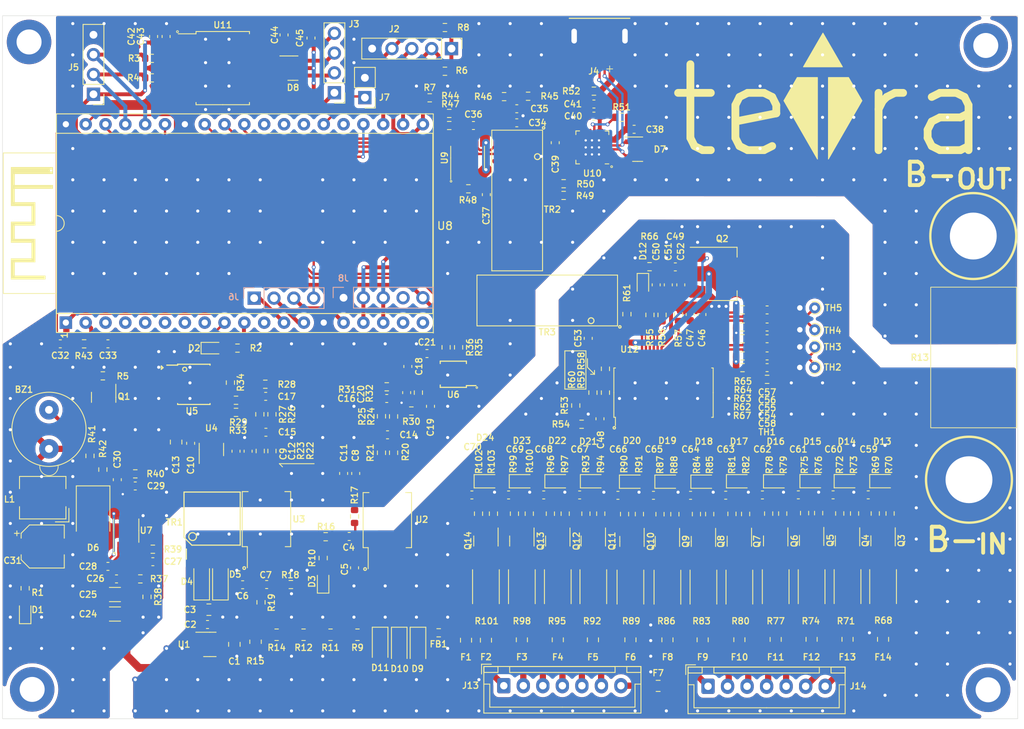
<source format=kicad_pcb>
(kicad_pcb (version 20221018) (generator pcbnew)
  (layers (0 "F.Cu" signal) (31 "B.Cu" signal) (34 "B.Paste" user) (35 "F.Paste" user) (36 "B.SilkS" user "B.Silkscreen") (37 "F.SilkS" user "F.Silkscreen") (38 "B.Mask" user) (39 "F.Mask" user) (44 "Edge.Cuts" user))
  (net 0 "")
  (net 1 "+3V3")
  (net 2 "/PowerMonitor/ISO+5V")
  (net 3 "Net-(D4-K)")
  (net 4 "GND")
  (net 5 "Net-(U2-VINP)")
  (net 6 "Net-(U2-VINN)")
  (net 7 "Net-(U3-VINP)")
  (net 8 "Net-(U3-VINN)")
  (net 9 "Net-(C14-Pad1)")
  (net 10 "Net-(C14-Pad2)")
  (net 11 "Net-(C15-Pad1)")
  (net 12 "Net-(C15-Pad2)")
  (net 13 "Net-(C16-Pad1)")
  (net 14 "/LTC6811/C2_G")
  (net 15 "Net-(C16-Pad2)")
  (net 16 "Net-(C17-Pad1)")
  (net 17 "Net-(C17-Pad2)")
  (net 18 "/LTC6811/Vref2")
  (net 19 "Net-(U6-Vin+)")
  (net 20 "Net-(U6-Vin-)")
  (net 21 "Net-(U7-SS{slash}TR)")
  (net 22 "/LTC6811/Vreg")
  (net 23 "Net-(C30-Pad1)")
  (net 24 "/LTC6811/T2")
  (net 25 "/LTC6811/T3")
  (net 26 "/LTC6811/T4")
  (net 27 "/LTC6811/T5")
  (net 28 "/LTC6811/T1")
  (net 29 "/LTC6811/cell1/C")
  (net 30 "/LTC6811/cell2/C")
  (net 31 "VDD")
  (net 32 "Net-(U7-BOOT)")
  (net 33 "/USB/Vusb")
  (net 34 "/LTC6811/cell3/C")
  (net 35 "/CAN/5V_CAN")
  (net 36 "/CAN/CAN_GND")
  (net 37 "/LTC6811/cell4/C")
  (net 38 "Net-(D6-K)")
  (net 39 "Net-(U7-COMP)")
  (net 40 "Net-(C34-Pad1)")
  (net 41 "Net-(C35-Pad2)")
  (net 42 "/LTC6811/cell5/C")
  (net 43 "/LTC6811/cell6/C")
  (net 44 "/LTC6811/cell7/C")
  (net 45 "/LTC6811/cell8/C")
  (net 46 "/LTC6811/cell10/CM")
  (net 47 "/LTC6811/cell10/C")
  (net 48 "/LTC6811/cell11/C")
  (net 49 "/LTC6811/cell12/C")
  (net 50 "Net-(U10-VPP)")
  (net 51 "Net-(U12-Vref1)")
  (net 52 "Net-(U12-V+)")
  (net 53 "Net-(C49-Pad1)")
  (net 54 "Net-(C53-Pad1)")
  (net 55 "Net-(D3-A)")
  (net 56 "Net-(D12-K)")
  (net 58 "/MCU/CAN_TX")
  (net 59 "/PowerMonitor/Vbat")
  (net 60 "/MCU/CAN_RX")
  (net 61 "/MCU/Boot")
  (net 62 "/MCU/NRST")
  (net 63 "Net-(Q10-G)")
  (net 64 "Net-(Q10-D)")
  (net 65 "Net-(R11-Pad1)")
  (net 66 "Net-(R11-Pad2)")
  (net 67 "Net-(R12-Pad2)")
  (net 68 "Net-(R14-Pad2)")
  (net 69 "Net-(D1-A)")
  (net 70 "Net-(D2-A)")
  (net 71 "Net-(U2-VOUTN)")
  (net 72 "/BAT+")
  (net 73 "Net-(U2-VOUTP)")
  (net 74 "/LTC6811/cell12/C+")
  (net 75 "/LTC6811/cell11/C+")
  (net 76 "/LTC6811/cell10/C+")
  (net 77 "/LTC6811/cell10/C-")
  (net 78 "/LTC6811/cell8/C+")
  (net 79 "/LTC6811/cell7/C+")
  (net 80 "/LTC6811/cell6/C+")
  (net 81 "/LTC6811/cell5/C+")
  (net 82 "/LTC6811/cell4/C+")
  (net 83 "/LTC6811/cell3/C+")
  (net 84 "/LTC6811/cell2/C+")
  (net 85 "/LTC6811/cell1/C+")
  (net 86 "/USB/D-")
  (net 87 "/USB/D+")
  (net 88 "Net-(U3-VOUTN)")
  (net 89 "Net-(U3-VOUTP)")
  (net 90 "/MCU/MTMS")
  (net 91 "/MCU/MTDI")
  (net 92 "/MCU/MTCK")
  (net 93 "/MCU/MTDO")
  (net 94 "Net-(U7-EN)")
  (net 95 "Net-(U7-RT{slash}CLK)")
  (net 96 "Net-(U7-VSENSE)")
  (net 97 "Net-(U9-ICMP)")
  (net 98 "Net-(U9-IP)")
  (net 99 "Net-(U9-IM)")
  (net 100 "/MCU/LED0")
  (net 101 "/MCU/BUZZER")
  (net 102 "Net-(U9-IBIAS)")
  (net 103 "Net-(U10-TXD)")
  (net 104 "Net-(U10-RXD)")
  (net 105 "Net-(U10-~{RST})")
  (net 106 "Net-(U12-ISOMD)")
  (net 107 "Net-(U12-WDT)")
  (net 108 "Net-(U12-DTEN)")
  (net 109 "Net-(U12-IMB)")
  (net 110 "Net-(U12-IPB)")
  (net 111 "Net-(U12-IBIAS)")
  (net 112 "Net-(U12-ICMP)")
  (net 113 "Net-(Q3-D)")
  (net 114 "Net-(Q3-G)")
  (net 115 "/MCU/MISO")
  (net 116 "Net-(Q4-D)")
  (net 117 "/MCU/OLED_SDA")
  (net 118 "/MCU/OLED_RST")
  (net 119 "Net-(Q4-G)")
  (net 120 "Net-(Q5-D)")
  (net 121 "/MCU/OLED_SCL")
  (net 122 "Net-(Q5-G)")
  (net 123 "Net-(Q6-D)")
  (net 124 "Net-(Q6-G)")
  (net 125 "/LTC6811/IPA")
  (net 126 "/LTC6811/IMA")
  (net 127 "Net-(Q11-D)")
  (net 128 "/LTC6811/cell1/S")
  (net 129 "Net-(Q11-G)")
  (net 130 "Net-(Q12-D)")
  (net 131 "/LTC6811/cell2/S")
  (net 132 "Net-(Q12-G)")
  (net 133 "Net-(Q13-D)")
  (net 134 "/LTC6811/cell3/S")
  (net 135 "Net-(Q13-G)")
  (net 136 "Net-(Q14-D)")
  (net 137 "/LTC6811/cell4/S")
  (net 138 "Net-(Q14-G)")
  (net 139 "Net-(Q7-D)")
  (net 140 "/LTC6811/cell5/S")
  (net 141 "Net-(Q7-G)")
  (net 142 "Net-(Q8-D)")
  (net 143 "/LTC6811/cell6/S")
  (net 144 "Net-(Q8-G)")
  (net 145 "Net-(Q9-D)")
  (net 146 "/LTC6811/cell7/S")
  (net 147 "Net-(Q9-G)")
  (net 148 "/LTC6811/cell8/S")
  (net 150 "/LTC6811/cell9/S")
  (net 151 "/LTC6811/cell10/S")
  (net 153 "/LTC6811/cell11/S")
  (net 156 "/LTC6811/cell12/S")
  (net 159 "/MCU/RX_USB")
  (net 161 "/MCU/TX_USB")
  (net 167 "/MCU/5V")
  (net 172 "/MCU/SS")
  (net 173 "/MCU/SCK")
  (net 174 "/MCU/MOSI")
  (net 175 "Net-(BZ1-+)")
  (net 176 "/MCU/SCL")
  (net 177 "/MCU/SDA")
  (net 178 "/LTC6811/C12")
  (net 179 "/LTC6811/C11")
  (net 180 "/LTC6811/C10")
  (net 181 "/LTC6811/C9")
  (net 182 "/LTC6811/C8")
  (net 183 "/LTC6811/C7")
  (net 184 "/LTC6811/C1_G")
  (net 185 "/LTC6811/C6")
  (net 186 "/LTC6811/C5")
  (net 187 "Net-(U4-D2)")
  (net 188 "Net-(U4-D1)")
  (net 189 "/LTC6811/C4")
  (net 190 "/LTC6811/C3")
  (net 191 "/LTC6811/C2")
  (net 192 "/LTC6811/C1")
  (net 193 "Net-(U5B--)")
  (net 194 "Net-(D4-A)")
  (net 195 "Net-(D5-A)")
  (net 196 "/MA")
  (net 197 "/CAN/CANL")
  (net 198 "/CAN/CANH")
  (net 199 "/CAN/CAN_TX")
  (net 200 "/CAN/CAN_RX")
  (net 201 "/LTC6811/DRIVE")
  (net 203 "/PA")
  (net 225 "Net-(U5B-+)")
  (net 228 "GND_PACK")
  (footprint "Capacitor_SMD:C_0603_1608Metric" (layer "F.Cu") (at 80.1 110.7 180)
    (fp_text reference "C29")
    (fp_text value "6.8pF 50V")
  )
  (footprint "Capacitor_SMD:C_0603_1608Metric" (layer "F.Cu") (at 138.1 91.8 -90)
    (fp_text reference "C53")
    (fp_text value "100pF 100V")
  )
  (footprint "Resistor_SMD:R_0603_1608Metric" (layer "F.Cu") (at 108.18 114.61 -90)
    (fp_text reference "R17")
    (fp_text value "1K")
  )
  (footprint "Resistor_SMD:R_0603_1608Metric" (layer "F.Cu") (at 124.05 114.25 -90)
    (fp_text reference "R102")
    (fp_text value "100R")
  )
  (footprint "Resistor_SMD:R_2512_6332Metric" (layer "F.Cu") (at 134.2 123.6 90)
    (fp_text reference "R95")
    (fp_text value "36R 1W 2512")
  )
  (footprint "Resistor_SMD:R_0603_1608Metric" (layer "F.Cu") (at 120.3 64.55)
    (fp_text reference "R47")
    (fp_text value "1.2K")
  )
  (footprint "LED_SMD:LED_0603_1608Metric" (layer "F.Cu") (at 104.15 122.9375 90)
    (fp_text reference "D3")
    (fp_text value "LED Red")
  )
  (footprint "Package_TO_SOT_SMD:SOT-23" (layer "F.Cu") (at 143.7 117.8 -90)
    (fp_text reference "Q10")
    (fp_text value "TSM2323")
  )
  (footprint "Capacitor_SMD:C_0603_1608Metric" (layer "F.Cu") (at 137 111.85 180)
    (fp_text reference "C67")
    (fp_text value "100nF 100V")
  )
  (footprint "Package_TO_SOT_SMD:SOT-223" (layer "F.Cu") (at 155.25 83.55)
    (fp_text reference "Q2")
    (fp_text value "NSV1C201MZ4")
  )
  (footprint "Resistor_SMD:R_0805_2012Metric" (layer "F.Cu") (at 95.5 130.65 -90)
    (fp_text reference "R15")
    (fp_text value "1KΩ ±0.1% 250mW")
  )
  (footprint "Resistor_SMD:R_0603_1608Metric" (layer "F.Cu") (at 119.75 52)
    (fp_text reference "R8")
    (fp_text value "4.7K")
  )
  (footprint "Resistor_SMD:R_0603_1608Metric" (layer "F.Cu") (at 167.6 114.175 -90)
    (fp_text reference "R76")
    (fp_text value "3.3K")
  )
  (footprint "Connector_USB:Micro_USB_B-2013499-1" (layer "F.Cu") (at 139.55 53.45 180)
    (fp_text reference "J4")
    (fp_text value "USB")
  )
  (footprint "Package_TO_SOT_SMD:SOT-23" (layer "F.Cu") (at 162.1 117.7375 -90)
    (fp_text reference "Q6")
    (fp_text value "TSM2323")
  )
  (footprint "Resistor_SMD:R_0805_2012Metric" (layer "F.Cu") (at 98.2 129.75 180)
    (fp_text reference "R14")
    (fp_text value "470KΩ ±0.1% 250mW")
  )
  (footprint "Resistor_SMD:R_0603_1608Metric" (layer "F.Cu") (at 117.8 61 180)
    (fp_text reference "R7")
    (fp_text value "4.7K")
  )
  (footprint "Resistor_SMD:R_PSR500HTQFB0L10_Metric_Pad5.2x8.75mm_HandSolder" (layer "F.Cu") (at 187.45 94.25 90)
    (fp_text reference "R13")
    (fp_text value "0.1MR  1% 15W ")
  )
  (footprint "Resistor_SMD:R_0603_1608Metric" (layer "F.Cu") (at 130.55 114.25 -90)
    (fp_text reference "R100")
    (fp_text value "3.3K")
  )
  (footprint "Connector_JST:JST_XH_B7B-XH-A_1x07_P2.50mm_Vertical_BAT_6S" (layer "F.Cu") (at 153.4375 136.35)
    (fp_text reference "J14")
    (fp_text value "B7B-XH-A")
  )
  (footprint "Resistor_SMD:R_0603_1608Metric" (layer "F.Cu") (at 133.25 114.25 -90)
    (fp_text reference "R96")
    (fp_text value "100R")
  )
  (footprint "Fuse:Fuse_0805_2012Metric" (layer "F.Cu") (at 143.5 130.4 90)
    (fp_text reference "F6")
    (fp_text value "MPZ2012S102ATD25")
  )
  (footprint "Fuse:Fuse_0805_2012Metric" (layer "F.Cu") (at 129.6 130.4 90)
    (fp_text reference "F3")
    (fp_text value "MPZ2012S102ATD25")
  )
  (footprint "Capacitor_SMD:C_0603_1608Metric" (layer "F.Cu") (at 117.9 100.5 90)
    (fp_text reference "C19")
    (fp_text value "100nF 100V")
  )
  (footprint "Capacitor_SMD:C_0603_1608Metric" (layer "F.Cu") (at 112.3 99.5 180)
    (fp_text reference "C16")
    (fp_text value "220pF 50V")
  )
  (footprint "Capacitor_SMD:C_0603_1608Metric" (layer "F.Cu") (at 94.55 106.25 90)
    (fp_text reference "C12")
    (fp_text value "2.2uF 16V")
  )
  (footprint "Resistor_SMD:R_0603_1608Metric" (layer "F.Cu") (at 128.65 114.25 -90)
    (fp_text reference "R99")
    (fp_text value "100R")
  )
  (footprint "Capacitor_SMD:C_0805_2012Metric" (layer "F.Cu") (at 85.33 105.08 90)
    (fp_text reference "C13")
    (fp_text value "10uF 25V")
  )
  (footprint "Connector_PinHeader_2.54mm:PinHeader_1x04_P2.54mm_Vertical" (layer "F.Cu") (at 105.6 60.35 180)
    (fp_text reference "J3")
    (fp_text value "CAN /NC")
  )
  (footprint "Diode_SMD:D_SOD-323" (layer "F.Cu") (at 157.4 110.1)
    (fp_text reference "D17")
    (fp_text value "PDZ7.5B")
  )
  (footprint "Diode_SMD:D_SOD-323" (layer "F.Cu") (at 175.75 110.0875)
    (fp_text reference "D13")
    (fp_text value "PDZ7.5B")
  )
  (footprint "Resistor_SMD:R_0603_1608Metric" (layer "F.Cu") (at 176.75 114.225 -90)
    (fp_text reference "R70")
    (fp_text value "3.3K")
  )
  (footprint "Capacitor_SMD:C_0603_1608Metric" (layer "F.Cu") (at 160.4 111.85 180)
    (fp_text reference "C62")
    (fp_text value "100nF 100V")
  )
  (footprint "Resistor_SMD:R_0603_1608Metric" (layer "F.Cu") (at 157.85 91.85 180)
    (fp_text reference "R63")
    (fp_text value "100K")
  )
  (footprint "Resistor_SMD:R_0603_1608Metric" (layer "F.Cu") (at 80.75 122.6)
    (fp_text reference "R37")
    (fp_text value "332K")
  )
  (footprint "Resistor_SMD:R_0603_1608Metric" (layer "F.Cu") (at 96.05 101.525 90)
    (fp_text reference "R27")
    (fp_text value "1K")
  )
  (footprint "Resistor_SMD:R_2512_6332Metric" (layer "F.Cu") (at 138.75 123.6 90)
    (fp_text reference "R92")
    (fp_text value "36R 1W 2512")
  )
  (footprint "Package_TO_SOT_SMD:SOT-23" (layer "F.Cu") (at 171.3 117.725 -90)
    (fp_text reference "Q4")
    (fp_text value "TSM2323")
  )
  (footprint "MountingHole:MountingHole_3.2mm_M3_ISO7380_Pad" (layer "F.Cu") (at 66.9 136.75)
    (fp_text reference "J12" hide)
    (fp_text value "Hole /NC")
  )
  (footprint "Capacitor_SMD:C_0603_1608Metric" (layer "F.Cu") (at 96.825 103.825 180)
    (fp_text reference "C15")
    (fp_text value "2.2nF 16V")
  )
  (footprint "Capacitor_SMD:C_0603_1608Metric" (layer "F.Cu") (at 165 111.8375 180)
    (fp_text reference "C61")
    (fp_text value "100nF 100V")
  )
  (footprint "PCM_4ms_Package_SOIC:SOIC-8_3.9x4.9mm_Pitch1.27mm" (layer "F.Cu") (at 87.6 97.69)
    (fp_text reference "U5")
    (fp_text value "OPA2197IDR" hide)
  )
  (footprint "Resistor_SMD:R_0603_1608Metric" (layer "F.Cu") (at 143.05 88.7 90)
    (fp_text reference "R61")
    (fp_text value "100R")
  )
  (footprint "Resistor_SMD:R_0603_1608Metric" (layer "F.Cu") (at 138.7 98.75 -90)
    (fp_text reference "R60")
    (fp_text value "806R")
  )
  (footprint "Resistor_SMD:R_0603_1608Metric" (layer "F.Cu") (at 130.4 60.8)
    (fp_text reference "R45")
    (fp_text value "51R")
  )
  (footprint "Capacitor_SMD:C_0805_2012Metric" (layer "F.Cu") (at 89.525 126.54)
    (fp_text reference "C3")
    (fp_text value "10uF 25V")
  )
  (footprint "Resistor_THT:R_Axial_DIN0204_L3.6mm_D1.6mm_P1.90mm_Vertical" (layer "F.Cu") (at 167.085 95.53 180)
    (fp_text reference "TH2")
    (fp_text value "100K NTC")
  )
  (footprint "Resistor_SMD:R_0603_1608Metric" (layer "F.Cu") (at 82.2 58.45)
    (fp_text reference "R4")
    (fp_text value "0")
  )
  (footprint "Capacitor_SMD:C_0603_1608Metric" (layer "F.Cu") (at 96.925 123.325)
    (fp_text reference "C7")
    (fp_text value "330pF 100V")
  )
  (footprint "Diode_SMD:D_SOD-323" (layer "F.Cu") (at 143.7 110.15)
    (fp_text reference "D20")
    (fp_text value "PDZ7.5B")
  )
  (footprint "Diode_SMD:D_SOD-323" (layer "F.Cu") (at 138.7 110.1)
    (fp_text reference "D21")
    (fp_text value "PDZ7.5B")
  )
  (footprint "Connector_PinHeader_2.54mm:PinHeader_1x02_P2.54mm_Vertical" (layer "F.Cu") (at 109.5 60.975 180)
    (fp_text reference "J7")
    (fp_text value "Boot Option /NC")
  )
  (footprint "Resistor_SMD:R_0603_1608Metric" (layer "F.Cu") (at 97.6 101.525 90)
    (fp_text reference "R26")
    (fp_text value "1K")
  )
  (footprint "Fuse:Fuse_0805_2012Metric" (layer "F.Cu") (at 147.05 136.3)
    (fp_text reference "F7")
    (fp_text value "MPZ2012S102ATD25")
  )
  (footprint "Resistor_SMD:R_0603_1608Metric" (layer "F.Cu") (at 97.6 106.225 -90)
    (fp_text reference "R22")
    (fp_text value "100R")
  )
  (footprint "Resistor_SMD:R_0603_1608Metric" (layer "F.Cu") (at 157.85 90.35 180)
    (fp_text reference "R64")
    (fp_text value "100K")
  )
  (footprint "Resistor_SMD:R_0603_1608Metric" (layer "F.Cu") (at 82.2 55.95)
    (fp_text reference "R3")
    (fp_text value "0")
  )
  (footprint "Capacitor_SMD:C_0603_1608Metric" (layer "F.Cu") (at 76.6 92.5 180)
    (fp_text reference "C33")
    (fp_text value "100nF 50V")
  )
  (footprint "Resistor_SMD:R_0603_1608Metric" (layer "F.Cu") (at 111.625 106.45 -90)
    (fp_text reference "R21")
    (fp_text value "100R")
  )
  (footprint "Capacitor_SMD:C_0603_1608Metric" (layer "F.Cu") (at 107.49 117.17)
    (fp_text reference "C4")
    (fp_text value "330pF 100V")
  )
  (footprint "Battery:Battery_6mm×10mm_Cell_half_2" (layer "F.Cu") (at 186.85 109.9 90)
    (fp_text reference "BAT1" hide)
    (fp_text value "BAT-")
  )
  (footprint "Package_TO_SOT_SMD:SOT-23" (layer "F.Cu") (at 100.2875 57.2)
    (fp_text reference "D8")
    (fp_text value "ESD24VS2U")
  )
  (footprint "Capacitor_SMD:C_0603_1608Metric" (layer "F.Cu") (at 161 88.16)
    (fp_text reference "C57")
    (fp_text value "100nF 100V")
  )
  (footprint "Resistor_SMD:R_0603_1608Metric" (layer "F.Cu") (at 134.95 72 180)
    (fp_text reference "R50")
    (fp_text value "240R")
  )
  (footprint "Resistor_SMD:R_0603_1608Metric" (layer "F.Cu") (at 74.3 106.85 -90)
    (fp_text reference "R41")
    (fp_text value "31.6K")
  )
  (footprint "Resistor_SMD:R_0603_1608Metric" (layer "F.Cu") (at 137.25 102.8)
    (fp_text reference "R54")
    (fp_text value "100R")
  )
  (footprint "Capacitor_SMD:C_0603_1608Metric" (layer "F.Cu") (at 146.8 84.95 90)
    (fp_text reference "C50")
    (fp_text value "1uF 25V")
  )
  (footprint "Capacitor_SMD:C_0603_1608Metric" (layer "F.Cu") (at 146.45 111.9 180)
    (fp_text reference "C65")
    (fp_text value "100nF 100V")
  )
  (footprint "ENNOID:HM2108NL" (layer "F.Cu") (at 132.85 86.95 90)
    (fp_text reference "TR3")
    (fp_text value "HM2108NL")
  )
  (footprint "Fuse:Fuse_0805_2012Metric" (layer "F.Cu") (at 122.45 130.45 90)
    (fp_text reference "F1")
    (fp_text value "MPZ2012S102ATD25")
  )
  (footprint "Symbol:teTra-LOGO" (layer "F.Cu") (at 168.15 61.4)
    (fp_text reference "LOGO1" hide)
    (fp_text value "teTra /NC" hide)
  )
  (footprint "Capacitor_SMD:C_0603_1608Metric" (layer "F.Cu") (at 149.95 84.95 90)
    (fp_text reference "C52")
    (fp_text value "1uF 25V")
  )
  (footprint "Resistor_SMD:R_0805_2012Metric" (layer "F.Cu") (at 101.65 129.75 180)
    (fp_text reference "R12")
    (fp_text value "470KΩ ±0.1% 250mW")
  )
  (footprint "Resistor_SMD:R_0603_1608Metric" (layer "F.Cu") (at 142.375 63.5 180)
    (fp_text reference "R51")
    (fp_text value "10K")
  )
  (footprint "Resistor_SMD:R_0603_1608Metric" (layer "F.Cu") (at 142.75 114.3 -90)
    (fp_text reference "R90")
    (fp_text value "100R")
  )
  (footprint "Package_SO:MSOP-16_3x4mm_P0.5mm" (layer "F.Cu") (at 122.65 68.7 90)
    (fp_text reference "U9")
    (fp_text value "LTC6820")
  )
  (footprint "Resistor_SMD:R_0603_1608Metric" (layer "F.Cu") (at 139.7 114.25 -90)
    (fp_text reference "R94")
    (fp_text value "3.3K")
  )
  (footprint "Diode_SMD:D_SOD-123" (layer "F.Cu") (at 91 122.94 90)
    (fp_text reference "D5")
    (fp_text value "MBR0520")
  )
  (footprint "Resistor_SMD:R_2512_6332Metric" (layer "F.Cu") (at 166.7 123.6 90)
    (fp_text reference "R74")
    (fp_text value "36R 1W 2512")
  )
  (footprint "Diode_SMD:D_SOD-323" (layer "F.Cu") (at 152.85 110.15)
    (fp_text reference "D18")
    (fp_text value "PDZ7.5B")
  )
  (footprint "Resistor_SMD:R_0603_1608Metric" (layer "F.Cu") (at 161.2 114.2375 -90)
    (fp_text reference "R78")
    (fp_text value "100R")
  )
  (footprint "Capacitor_SMD:C_0603_1608Metric" (layer "F.Cu") (at 127.9 111.85 180)
    (fp_text reference "C69")
    (fp_text value "100nF 100V")
  )
  (footprint "Capacitor_SMD:C_0603_1608Metric" (layer "F.Cu") (at 151.15 88.75 90)
    (fp_text reference "C47")
    (fp_text value "1uF 25V")
  )
  (footprint "Resistor_SMD:R_0603_1608Metric" (layer "F.Cu") (at 146 88.8 90)
    (fp_text reference "R55")
    (fp_text value "0")
  )
  (footprint "Resistor_SMD:R_0603_1608Metric" (layer "F.Cu") (at 149.1875 114.3125 -90)
    (fp_text reference "R88")
    (fp_text value "3.3K")
  )
  (footprint "Fuse:Fuse_0805_2012Metric" (layer "F.Cu") (at 138.7 130.4 90)
    (fp_text reference "F5")
    (fp_text value "MPZ2012S102ATD25")
  )
  (footprint "Diode_SMD:D_SOD-323" (layer "F.Cu") (at 171.2 110.0875)
    (fp_text reference "D14")
    (fp_text value "PDZ7.5B")
  )
  (footprint "Resistor_SMD:R_2512_6332Metric" (layer "F.Cu") (at 157.45 123.65 90)
    (fp_text reference "R80")
    (fp_text value "36R 1W 2512")
  )
  (footprint "Resistor_SMD:R_0603_1608Metric" (layer "F.Cu") (at 151.95 114.3 -90)
    (fp_text reference "R84")
    (fp_text value "100R")
  )
  (footprint "Diode_SMD:D_SOD-123" (layer "F.Cu") (at 116.3 131.15 -90)
    (fp_text reference "D9")
    (fp_text value "1N4148W")
  )
  (footprint "Resistor_SMD:R_0603_1608Metric" (layer "F.Cu") (at 115.45 101.1 180)
    (fp_text reference "R30")
    (fp_text value "3.3K")
  )
  (footprint "Capacitor_SMD:C_0603_1608Metric" (layer "F.Cu") (at 89.35 128.44)
    (fp_text reference "C2")
    (fp_text value "100nF 100V")
  )
  (footprint "Resistor_SMD:R_0603_1608Metric" (layer "F.Cu") (at 93.1875 93.05)
    (fp_text reference "R2")
    (fp_text value "470R")
  )
  (footprint "Package_TO_SOT_SMD:SOT-23" (layer "F.Cu") (at 157.45 117.775 -90)
    (fp_text reference "Q7")
    (fp_text value "TSM2323")
  )
  (footprint "Resistor_SMD:R_0603_1608Metric" (layer "F.Cu") (at 81.6 124.9 -90)
    (fp_text reference "R38")
    (fp_text value "61.9K")
  )
  (footprint "Resistor_SMD:R_0603_1608Metric" (layer "F.Cu") (at 158.25 114.2875 -90)
    (fp_text reference "R82")
    (fp_text value "3.3K")
  )
  (footprint "Resistor_SMD:R_0603_1608Metric" (layer "F.Cu") (at 121.5 92.95 -90)
    (fp_text reference "R35")
    (fp_text value "4.7K")
  )
  (footprint "Package_SO:SOP-8_6.62x9.15mm_P2.54mm" (layer "F.Cu") (at 91.3 57.2)
    (fp_text reference "U11")
    (fp_text value "ISO1050DUBR")
  )
  (footprint "Resistor_SMD:R_0603_1608Metric" (layer "F.Cu") (at 153.65 114.3 -90)
    (fp_text reference "R85")
    (fp_text value "3.3K")
  )
  (footprint "Capacitor_SMD:C_0603_1608Metric" (layer "F.Cu") (at 82.35 120.4)
    (fp_text reference "C27")
    (fp_text value "10nF 100V")
  )
  (footprint "Package_DFN_QFN:HVQFN-24-1EP_4x4mm_P0.5mm_EP2.6x2.6mm" (layer "F.Cu") (at 138.625 67.35 180)
    (fp_text reference "U10")
    (fp_text value "CP2104")
  )
  (footprint "Resistor_SMD:R_0603_1608Metric" (layer "F.Cu") (at 96.75 97.675 180)
    (fp_text reference "R28")
    (fp_text value "5.6K")
  )
  (footprint "Package_TO_SOT_SMD:SOT-23" (layer "F.Cu") (at 144.425 67.58)
    (fp_text reference "D7")
    (fp_text value "ESD24VS2U")
  )
  (footprint "Package_TO_SOT_SMD:SOT-23" (layer "F.Cu") (at 152.85 117.8 -90)
    (fp_text reference "Q8")
    (fp_text value "TSM2323")
  )
  (footprint "Resistor_SMD:R_0603_1608Metric" (layer "F.Cu") (at 140.3 98.75 90)
    (fp_text reference "R59")
    (fp_text value "1.2K")
  )
  (footprint "Resistor_SMD:R_0603_1608Metric" (layer "F.Cu") (at 122.75 72.65 180)
    (fp_text reference "R48")
    (fp_text value "2K")
  )
  (footprint "Resistor_SMD:R_0603_1608Metric" (layer "F.Cu") (at 75.95 96.6)
    (fp_text reference "R5")
    (fp_text value "1.5K")
  )
  (footprint "Resistor_SMD:R_0603_1608Metric" (layer "F.Cu") (at 163 114.2375 -90)
    (fp_text reference "R79")
    (fp_text value "3.3K")
  )
  (footprint "Fuse:Fuse_0805_2012Metric" (layer "F.Cu") (at 162.1 130.35 90)
    (fp_text reference "F11")
    (fp_text value "MPZ2012S102ATD25")
  )
  (footprint "Resistor_SMD:R_0603_1608Metric" (layer "F.Cu") (at 147.55 88.8 90)
    (fp_text reference "R56")
    (fp_text value "1M")
  )
  (footprint "Resistor_SMD:R_0603_1608Metric" (layer "F.Cu") (at 136.5 100.4 90)
    (fp_text reference "R53")
    (fp_text value "100R")
  )
  (footprint "MountingHole:MountingHole_3.2mm_M3_ISO7380_Pad" (layer "F.Cu") (at 189.3 136.8)
    (fp_text reference "J10" hide)
    (fp_text value "Hole /NC")
  )
  (footprint "Package_SO:SSO-8_6.8x5.9mm_P1.27mm_Clearance8mm" (layer "F.Cu") (at 96.9 114.925 90)
    (fp_text reference "U3")
    (fp_text value "AMC1301")
  )
  (footprint "Capacitor_SMD:C_0603_1608Metric" (layer "F.Cu") (at 161 91.85)
    (fp_text reference "C55")
    (fp_text value "100nF 100V")
  )
  (footprint "Package_TO_SOT_SMD:SOT-23" (layer "F.Cu") (at 166.7 117.675 -90)
    (fp_text reference "Q5")
    (fp_text value "TSM2323")
  )
  (footprint "Resistor_SMD:R_2512_6332Metric" (layer "F.Cu") (at 175.85 123.5875 90)
    (fp_text reference "R68")
    (fp_text value "36R 1W 2512")
  )
  (footprint "Capacitor_SMD:C_1206_3216Metric" (layer "F.Cu") (at 77.5 127.1 180)
    (fp_text reference "C24")
    (fp_text value "2.2uF 100V")
  )
  (footprint "Capacitor_SMD:C_0603_1608Metric" (layer "F.Cu") (at 84.05 53.15 90)
    (fp_text reference "C43")
    (fp_text value "100nF 100V")
  )
  (footprint "Resistor_SMD:R_0603_1608Metric" (layer "F.Cu") (at 75.95 108.6 -90)
    (fp_text reference "R42")
    (fp_text value "10K")
  )
  (footprint "Package_TO_SOT_SMD:SOT-23" (layer "F.Cu") (at 148.2375 117.8 -90)
    (fp_text reference "Q9")
    (fp_text value "TSM2323")
  )
  (footprint "Package_TO_SOT_SMD:SOT-23-5" (layer "F.Cu") (at 89.85 106.03 90)
    (fp_text reference "U4")
    (fp_text value "SN6501DBV")
  )
  (footprint "Resistor_SMD:R_0603_1608Metric" (layer "F.Cu") (at 111.625 101.775 90)
    (fp_text reference "R25")
    (fp_text value "1K")
  )
  (footprint "Resistor_THT:R_Axial_DIN0204_L3.6mm_D1.6mm_P1.90mm_Vertical" (layer "F.Cu") (at 167.095 90.7 180)
    (fp_text reference "TH4")
    (fp_text value "100K NTC")
  )
  (footprint "Capacitor_SMD:C_0603_1608Metric" (layer "F.Cu") (at 138.825 63.35 180)
    (fp_text reference "C40")
    (fp_text value "100nF 100V")
  )
  (footprint "Package_TO_SOT_SMD:SOT-23-5" (layer "F.Cu") (at 89.65 130.99)
    (fp_text reference "U1")
    (fp_text value "TPS76350")
  )
  (footprint "Resistor_SMD:R_0603_1608Metric" (layer "F.Cu") (at 96.2 125.6 90)
    (fp_text reference "R19")
    (fp_text value "10R")
  )
  (footprint "Connector_PinHeader_2.54mm:PinHeader_1x04_P2.54mm_Vertical" (layer "F.Cu") (at 74.75 60.55 180)
    (fp_text reference "J5")
    (fp_text value "UART /NC")
  )
  (footprint "Capacitor_SMD:C_0603_1608Metric" (layer "F.Cu") (at 115 95.4 -90)
    (fp_text reference "C18")
    (fp_text value "100nF 100V")
  )
  (footprint "Fuse:Fuse_0805_2012Metric" (layer "F.Cu") (at 175.85 130.3375 90)
    (fp_text reference "F14")
    (fp_text value "MPZ2012S102ATD25")
  )
  (footprint "Capacitor_SMD:CP_Elec_5x4.4" (layer "F.Cu") (at 68.25 118.45)
    (fp_text reference "C31")
    (fp_text value "47uF 16V")
  )
  (footprint "MountingHole:MountingHole_3.2mm_M3_ISO7380_Pad" (layer "F.Cu") (at 189 54.3)
    (fp_text reference "J9" hide)
    (fp_text value "Hole /NC")
  )
  (footprint "RF_Module:ESP32-DevKitc V4_DIP-38_27.9mm×48.2mm" (layer "F.Cu") (at 118.2 91.055 90)
    (fp_text reference "U8")
    (fp_text value "ESP32-DevKitC V4" hide)
  )
  (footprint "Capacitor_SMD:C_0603_1608Metric" (layer "F.Cu") (at 133.875 66.75 90)
    (fp_text reference "C39")
    (fp_text value "2.2uF 16V")
  )
  (footprint "Diode_SMD:D_SOD-323" (layer "F.Cu") (at 134.15 110.1)
    (fp_text reference "D22")
    (fp_text value "PDZ7.5B")
  )
  (footprint "Diode_SMD:D_SOD-323" (layer "F.Cu") (at 125.1 110.1)
    (fp_text reference "D24")
    (fp_text value "PDZ7.5B")
  )
  (footprint "Resistor_SMD:R_0603_1608Metric" (layer "F.Cu") (at 147.2875 114.3125 -90)
    (fp_text reference "R87")
    (fp_text value "100R")
  )
  (footprint "Capacitor_SMD:C_0603_1608Metric" (layer "F.Cu") (at 96.8 99.225 180)
    (fp_text reference "C17")
    (fp_text value "220pF 50V")
  )
  (footprint "Capacitor_SMD:C_0603_1608Metric" (layer "F.Cu") (at 70.5 92.5)
    (fp_text reference "C32")
    (fp_text value "100nF 50V")
  )
  (footprint "Resistor_SMD:R_0603_1608Metric" (layer "F.Cu") (at 73.55 92.5)
    (fp_text reference "R43")
    (fp_text value "10K")
  )
  (footprint "Resistor_SMD:R_0603_1608Metric" (layer "F.Cu") (at 100.025 123.325)
    (fp_text reference "R18")
    (fp_text value "1K")
  )
  (footprint "Diode_SMD:D_SOD-323" (layer "F.Cu") (at 162.15 110.1)
    (fp_text reference "D16")
    (fp_text value "PDZ7.5B")
  )
  (footprint "Diode_SMD:D_SOD-323" (layer "F.Cu") (at 166.8125 110.0875)
    (fp_text reference "D15")
    (fp_text value "PDZ7.5B")
  )
  (footprint "Capacitor_SMD:C_0603_1608Metric" (layer "F.Cu") (at 141.9 111.9 180)
    (fp_text reference "C66")
    (fp_text value "100nF 100V")
  )
  (footprint "Fuse:Fuse_0805_2012Metric" (layer "F.Cu") (at 148.2375 130.4 90)
    (fp_text reference "F8")
    (fp_text value "MPZ2012S102ATD25")
  )
  (footprint "Capacitor_SMD:C_0603_1608Metric" (layer "F.Cu") (at 123.2 111.85 180)
    (fp_text reference "C70")
    (fp_text value "100nF 100V")
  )
  (footprint "Resistor_SMD:R_2512_6332Metric" (layer "F.Cu") (at 162.1 123.6 90)
    (fp_text reference "R77")
    (fp_text value "36R 1W 2512")
  )
  (footprint "Package_TO_SOT_SMD:SOT-23" (layer "F.Cu") (at 134.2 117.75 -90)
    (fp_text reference "Q12")
    (fp_text value "TSM2323")
  )
  (footprint "Fuse:Fuse_0805_2012Metric" (layer "F.Cu") (at 171.3 130.3375 90)
    (fp_text reference "F13")
    (fp_text value "MPZ2012S102ATD25")
  )
  (footprint "Resistor_SMD:R_0603_1608Metric" (layer "F.Cu") (at 80.1 109.15 180)
    (fp_text reference "R40")
    (fp_text value "68K")
  )
  (footprint "Resistor_SMD:R_0603_1608Metric" (layer "F.Cu") (at 157.85 94.05 180)
    (fp_text reference "R62")
    (fp_text value "100K")
  )
  (footprint "Resistor_SMD:R_0603_1608Metric" (layer "F.Cu") (at 134.95 73.5 180)
    (fp_text reference "R49")
    (fp_text value "240R")
  )
  (footprint "MountingHole:MountingHole_3.2mm_M3_ISO7380_Pad" (layer "F.Cu") (at 66.5 53.85)
    (fp_text reference "J11" hide)
    (fp_text value "Hole /NC")
  )
  (footprint "Resistor_SMD:R_0603_1608Metric" (layer "F.Cu") (at 113.175 101.8 90)
    (fp_text reference "R24")
    (fp_text value "1K")
  )
  (footprint "Resistor_SMD:R_2512_6332Metric" (layer "F.Cu") (at 152.85 123.65 90)
    (fp_text reference "R83")
    (fp_text value "36R 1W 2512")
  )
  (footprint "Capacitor_SMD:C_0603_1608Metric" (layer "F.Cu") (at 77.8 109.9 -90)
    (fp_text reference "C30")
    (fp_text value "3nF 16V")
  )
  (footprint "Capacitor_SMD:C_0603_1608Metric" (layer "F.Cu") (at 132.4 111.85 180)
    (fp_text reference "C68")
    (fp_text value "100nF 100V")
  )
  (footprint "ENNOID:HM2108NL" (layer "F.Cu") (at 129 74.15 180)
    (fp_text reference "TR2")
    (fp_text value "HM2108NL")
  )
  (footprint "ENNOID:WURTH-760390014" (layer "F.Cu") (at 89.94 114.88 90)
    (fp_text reference "TR1")
    (fp_text value "TRANSF5" hide)
  )
  (footprint "Resistor_SMD:R_0603_1608Metric" (layer "F.Cu") (at 161 97.05)
    (fp_text reference "TH1")
    (fp_text value "100K NTC")
  )
  (footprint "Connector_JST:JST_XH_B7B-XH-A_1x07_P2.50mm_Vertical_BAT_6S" (layer "F.Cu") (at 127.2875 136.275)
    (fp_text reference "J13")
    (fp_text value "B7B-XH-A")
  )
  (footprint "Resistor_SMD:R_0603_1608Metric" (layer "F.Cu") (at 137.8 114.25 -90)
    (fp_text reference "R93")
    (fp_text value "100R")
  )
  (footprint "Package_TO_SOT_SMD:SOT-23" (layer "F.Cu") (at 175.85 117.725 -90)
    (fp_text reference "Q3")
    (fp_text value "TSM2323")
  )
  (footprint "Resistor_THT:R_Axial_DIN0204_L3.6mm_D1.6mm_P1.90mm_Vertical" (layer "F.Cu") (at 167.095 87.9 180)
    (fp_text reference "TH5")
    (fp_text value "100K NTC")
  )
  (footprint "Resistor_SMD:R_0603_1608Metric" (layer "F.Cu") (at 96.1 106.225 -90)
    (fp_text reference "R23")
    (fp_text value "100R")
  )
  (footprint "Capacitor_SMD:C_0603_1608Metric" (layer "F.Cu") (at 77.7 122.6)
    (fp_text reference "C26")
    (fp_text value "100nF 100V")
  )
  (footprint "Resistor_SMD:R_0603_1608Metric" (layer "F.Cu") (at 170.3 114.225 -90)
    (fp_text reference "R72")
    (fp_text value "100R")
  )
  (footprint "Capacitor_SMD:C_0603_1608Metric" (layer "F.Cu") (at 93.85 123.35 180)
    (fp_text reference "C6")
    (fp_text value "100nF 100V")
  )
  (footprint "Package_TO_SOT_SMD:SOT-23" (layer "F.Cu") (at 76.05 99.35 -90)
    (fp_text reference "Q1")
    (fp_text value "BSS138")
  )
  (footprint "Capacitor_SMD:C_0603_1608Metric" (layer "F.Cu") (at 112.4 104.15 180)
    (fp_text reference "C14")
    (fp_text value "2.2nF 16V")
  )
  (footprint "Diode_SMD:D_SOD-123F" (layer "F.Cu") (at 111.45 131 -90)
    (fp_text reference "D11")
    (fp_text value "BZT52H-C62")
  )
  (footprint "Capacitor_SMD:C_0603_1608Metric" (layer "F.Cu") (at 128.95 64.2)
    (fp_text reference "C34")
    (fp_text value "10nF 100V")
  )
  (footprint "Capacitor_SMD:C_0603_1608Metric" (layer "F.Cu") (at 108.18 121.18 -90)
    (fp_text reference "C5")
    (fp_text value "100nF 100V")
  )
  (footprint "Capacitor_SMD:C_0603_1608Metric" (layer "F.Cu") (at 128.95 62.4 180)
    (fp_text reference "C35")
    (fp_text value "10nF 100V")
  )
  (footprint "Resistor_SMD:R_0603_1608Metric" (layer "F.Cu") (at 119.9 92.95 -90)
    (fp_text reference "R36")
    (fp_text value "4.7K")
  )
  (footprint "Resistor_SMD:R_2512_6332Metric" (layer "F.Cu") (at 125 123.6 90)
    (fp_text reference "R101")
    (fp_text value "36R 1W 2512")
  )
  (footprint "LED_SMD:LED_0603_1608Metric" (layer "F.Cu") (at 66 126.85 90)
    (fp_text reference "D1")
    (fp_text value "LED Red")
  )
  (footprint "LED_SMD:LED_0603_1608Metric" (layer "F.Cu") (at 90.0125 93.05)
    (fp_text reference "D2")
    (fp_text value "LED Red")
  )
  (footprint "Resistor_SMD:R_0603_1608Metric" (layer "F.Cu") (at 156.5 114.275 -90)
    (fp_text reference "R81")
    (fp_text value "100R")
  )
  (footprint "Capacitor_SMD:C_0603_1608Metric" (layer "F.Cu") (at 138.825 61.8 180)
    (fp_text reference "C41")
    (fp_text value "2.2uF 16V")
  )
  (footprint "Resistor_SMD:R_0603_1608Metric" (layer "F.Cu") (at 119.75 57.6)
    (fp_text reference "R6")
    (fp_text value "4.7K")
  )
  (footprint "Capacitor_SMD:C_0603_1608Metric" (layer "F.Cu") (at 169.45 111.8375 180)
    (fp_text reference "C60")
    (fp_text value "100nF 100V")
  )
  (footprint "Resistor_SMD:R_0603_1608Metric" (layer "F.Cu") (at 144.65 114.3 -90)
    (fp_text reference "R91")
    (fp_text value "3.3K")
  )
  (footprint "Resistor_SMD:R_0603_1608Metric" (layer "F.Cu") (at 157.85 95.55)
    (fp_text reference "R67")
    (fp_text value "100K")
  )
  (footprint "Resistor_SMD:R_0603_1608Metric" (layer "F.Cu") (at 149.66 88.75 90)
    (fp_text reference "R57")
    (fp_text value "0")
  )
  (footprint "Connector_PinHeader_2.54mm:PinHeader_1x05_P2.54mm_Vertical" (layer "F.Cu") (at 120.59 54.7 -90)
    (fp_text reference "J2")
    (fp_text value "OLED /NC")
  )
  (footprint "Resistor_SMD:R_0603_1608Metric" (layer "F.Cu") (at 82.35 118.8)
    (fp_text reference "R39")
    (fp_text value "90.9K")
  )
  (footprint "Resistor_SMD:R_0603_1608Metric" (layer "F.Cu") (at 66 123.8 90)
    (fp_text reference "R1")
    (fp_text value "470R")
  )
  (footprint "Capacitor_SMD:C_0603_1608Metric" (layer "F.Cu") (at 161 95.55)
    (fp_text reference "C58")
    (fp_text value "100nF 100V")
  )
  (footprint "ENNOID:BUZZER" (layer "F.Cu") (at 69.05 103.45 90)
    (fp_text reference "BZ1")
    (fp_text value "AI-1027-TWT-5V")
  )
  (footprint "Capacitor_SMD:C_0805_2012Metric" (layer "F.Cu") (at 92.79 130.98 -90)
    (fp_text reference "C1")
    (fp_text value "10uF 25V")
  )
  (footprint "Resistor_SMD:R_0805_2012Metric" (layer "F.Cu") (at 108.55 129.75 180)
    (fp_text reference "R9")
    (fp_text value "470KΩ ±0.1% 250mW")
  )
  (footprint "Fuse:Fuse_0805_2012Metric" (layer "F.Cu") (at 166.7 130.3375 90)
    (fp_text reference "F12")
    (fp_text value "MPZ2012S102ATD25")
  )
  (footprint "Inductor_SMD:L_Bourns_SRP5030T" (layer "F.Cu") (at 68.25 112.2 180)
    (fp_text reference "L1")
    (fp_text value "10uH")
  )
  (footprint "Resistor_SMD:R_0603_1608Metric" (layer "F.Cu") (at 138.825 60.15 180)
    (fp_text reference "R52")
    (fp_text value "10K")
  )
  (footprint "Resistor_SMD:R_0603_1608Metric" (layer "F.Cu") (at 92.28 97.47 90)
    (fp_text reference "R34")
    (fp_text value "33K")
  )
  (footprint "Resistor_SMD:R_0603_1608Metric" (layer "F.Cu") (at 116.35 98.75 90)
    (fp_text reference "R32")
    (fp_text value "1K")
  )
  (footprint "Diode_SMD:D_SOD-123" (layer "F.Cu") (at 88.6 122.94 90)
    (fp_text reference "D4")
    (fp_text value "MBR0520")
  )
  (footprint "Capacitor_SMD:C_0603_1608Metric" (layer "F.Cu") (at 82.45 53.15 90)
    (fp_text reference "C42")
    (fp_text value "1uF 25V")
  )
  (footprint "Capacitor_SMD:C_0603_1608Metric" (layer "F.Cu") (at 143.975 65.03)
    (fp_text reference "C38")
    (fp_text value "2.2uF 16V")
  )
  (footprint "Capacitor_SMD:C_0603_1608Metric" (layer "F.Cu") (at 102.6 53.35 90)
    (fp_text reference "C45")
    (fp_text value "100nF 50V")
  )
  (footprint "Package_TO_SOT_SMD:SOT-23" (layer "F.Cu") (at 129.6 117.75 -90)
    (fp_text reference "Q13")
    (fp_text value "TSM2323")
  )
  (footprint "Fuse:Fuse_0805_2012Metric" (layer "F.Cu") (at 134.2 130.4 90)
    (fp_text reference "F4")
    (fp_text value "MPZ2012S102ATD25")
  )
  (footprint "Diode_SMD:D_SOD-323" (layer "F.Cu") (at 148.2375 110.15)
    (fp_text reference "D19")
    (fp_text value "PDZ7.5B")
  )
  (footprint "Resistor_SMD:R_0603_1608Metric" (layer "F.Cu") (at 172.2 114.225 -90)
    (fp_text reference "R73")
    (fp_text value "3.3K")
  )
  (footprint "Diode_SMD:D_SOD-323" (layer "F.Cu") (at 129.6 110.1)
    (fp_text reference "D23")
    (fp_text value "PDZ7.5B")
  )
  (footprint "Fuse:Fuse_0805_2012Metric" (layer "F.Cu") (at 152.75 130.4 90)
    (fp_text reference "F9")
    (fp_text value "MPZ2012S102ATD25")
  )
  (footprint "Resistor_SMD:R_0603_1608Metric" (layer "F.Cu") (at 93 101.275)
    (fp_text reference "R33")
    (fp_text value "33K")
  )
  (footprint "Capacitor_SMD:C_0603_1608Metric" (layer "F.Cu") (at 114.85 98.75 90)
    (fp_text reference "C20")
    (fp_text value "100nF 100V")
  )
  (footprint "Resistor_SMD:R_0805_2012Metric" (layer "F.Cu") (at 105.1 129.75 180)
    (fp_text reference "R11")
    (fp_text value "470KΩ ±0.1% 250mW")
  )
  (footprint "Package_SO:TSSOP-48_6.1x12.5mm_P0.5mm" (layer "F.Cu") (at 147.7375 98.75 90)
    (fp_text reference "U12")
    (fp_text value "LTC6811HG-1")
  )
  (footprint "Capacitor_SMD:C_0603_1608Metric" (layer "F.Cu") (at 161 90.35)
    (fp_text reference "C56")
    (fp_text value "100nF 100V")
  )
  (footprint "Capacitor_SMD:C_0603_1608Metric" (layer "F.Cu") (at 173.95 111.8375 180)
    (fp_text reference "C59")
    (fp_text value "100nF 100V")
  )
  (footprint "Resistor_SMD:R_0603_1608Metric" (layer "F.Cu") (at 140.3 95.7 90)
    (fp_text reference "R58")
    (fp_text value "100K")
  )
  (footprint "Package_SO:SSO-8_6.8x5.9mm_P1.27mm_Clearance8mm" (layer "F.Cu") (at 112.375 115.05 90)
    (fp_text reference "U2")
    (fp_text value "AMC1301 or AMC1302")
  )
  (footprint "Resistor_SMD:R_0603_1608Metric" (layer "F.Cu") (at 93 99.725 180)
    (fp_text reference "R29")
    (fp_text value "5.6K")
  )
  (footprint "Resistor_SMD:R_0603_1608Metric" (layer "F.Cu") (at 127.325 60.85)
    (fp_text reference "R46")
    (fp_text value "51R")
  )
  (footprint "Battery:Battery_6mm×10mm_Cell_half_2" (layer "F.Cu") (at 187.4 78.7 90)
    (fp_text reference "BAT-1" hide)
    (fp_text value "BAT-")
  )
  (footprint "Diode_SMD:D_SOD-123" (layer "F.Cu") (at 113.9 131.15 -90)
    (fp_text reference "D10")
    (fp_text value "1N4148W")
  )
  (footprint "LED_SMD:LED_0603_1608Metric" (layer "F.Cu") (at 145.1 84.975 -90)
    (fp_text reference "D12")
    (fp_text value "LED Red")
  )
  (footprint "Capacitor_SMD:C_0603_1608Metric" (layer "F.Cu") (at 76.6 121 180)
    (fp_text reference "C28")
    (fp_text value "100nF 100V")
  )
  (footprint "Capacitor_SMD:C_0603_1608Metric" (layer "F.Cu") (at 149.25 82.65 180)
    (fp_text reference "C49")
    (fp_text value "100nF 100V")
  )
  (footprint "Capacitor_SMD:C_0603_1608Metric" (layer "F.Cu") (at 148.35 84.95 90)
    (fp_text reference "C51")
    (fp_text value "1uF 25V")
  )
  (footprint "Resistor_SMD:R_0603_1608Metric" (layer "F.Cu") (at 157.86 88.15 180)
    (fp_text reference "R65")
    (fp_text value "100K")
  )
  (footprint "Resistor_SMD:R_0603_1608Metric" (layer "F.Cu") (at 145.95 82.625)
    (fp_text reference "R66")
    (fp_text value "1.2K")
  )
  (footprint "Resistor_SMD:R_0603_1608Metric" (layer "F.Cu") (at 118.95 129.5)
    (fp_text reference "FB1")
    (fp_text value "BLM18PG330SN1D")
  )
  (footprint "Package_SO:MSOP-10-1EP_3x3mm_P0.5mm_EP1.73x1.98mm" (layer "F.Cu") (at 78.945 116.42 90)
    (fp_text reference "U7")
    (fp_text value "TPS54160ADGQ")
  )
  (footprint "Capacitor_SMD:C_0603_1608Metric" (layer "F.Cu") (at 161 94.05)
    (fp_text reference "C54")
    (fp_text value "100nF 100V")
  )
  (footprint "Capacitor_SMD:C_0603_1608Metric" (layer "F.Cu") (at 155.7 111.8875 180)
    (fp_text reference "C63")
    (fp_text value "100nF 100V")
  )
  (footprint "Resistor_THT:R_Axial_DIN0204_L3.6mm_D1.6mm_P1.90mm_Vertical" (layer "F.Cu") (at 167.09 92.9 180)
    (fp_text reference "TH3")
    (fp_text value "100K NTC")
  )
  (footprint "Capacitor_SMD:C_0603_1608Metric" (layer "F.Cu") (at 151.2 111.9 180)
    (fp_text reference "C64")
    (fp_text value "100nF 100V")
  )
  (footprint "Resistor_SMD:R_0603_1608Metric" (layer "F.Cu") (at 104.16 119.93 90)
    (fp_text reference "R10")
    (fp_text value "470R")
  )
  (footprint "Resistor_SMD:R_0603_1608Metric" (layer "F.Cu") (at 104.48 117.2)
    (fp_text reference "R16")
    (fp_text value "1K")
  )
  (footprint "Fuse:Fuse_0805_2012Metric" (layer "F.Cu") (at 157.45 130.3875 90)
    (fp_text reference "F10")
    (fp_text value "MPZ2012S102ATD25")
  )
  (footprint "Resistor_SMD:R_0603_1608Metric" (layer "F.Cu") (at 165.8 114.175 -90)
    (fp_text reference "R75")
    (fp_text value "100R")
  )
  (footprint "Resistor_SMD:R_0603_1608Metric" (layer "F.Cu") (at 120.3 63 180)
    (fp_text reference "R44")
    (fp_text value "806R")
  )
  (footprint "Capacitor_SMD:C_0603_1608Metric" (layer "F.Cu") (at 108.325 109.1 90)
    (fp_text reference "C8")
    (fp_text value "100nF 100V")
  )
  (footprint "Capacitor_SMD:C_0603_1608Metric" (layer "F.Cu") (at 139.6 102.1 90)
    (fp_text reference "C48")
    (fp_text value "100nF 100V")
  )
  (footprint "PCM_4ms_Package_SSOP:MSOP-10_3x3mm_P0.5mm" (layer "F.Cu") (at 120.825 96.4 180)
    (fp_text reference "U6")
    (fp_text value "ISL28022")
  )
  (footprint "Resistor_SMD:R_0603_1608Metric" (layer "F.Cu") (at 113.175 106.45 -90)
    (fp_text reference "R20")
    (fp_text value "100R")
  )
  (footprint "Capacitor_SMD:C_0603_1608Metric" (layer "F.Cu") (at 87.19 105.24 90)
    (fp_text reference "C10")
    (fp_text value "100nF 100V")
  )
  (footprint "Capacitor_SMD:C_0603_1608Metric" (layer "F.Cu") (at 106.78 109.0975 90)
    (fp_text reference "C11")
    (fp_text value "2.2uF 16V")
  )
  (footprint "Capacitor_SMD:C_0603_1608Metric" (layer "F.Cu") (at 99.15 52.95 -90)
    (fp_text reference "C44")
    (fp_text value "1uF 25V")
  )
  (footprint "Package_TO_SOT_SMD:SOT-23" (layer "F.Cu") (at 138.75 117.75 -90)
    (fp_text reference "Q11")
    (fp_text value "TSM2323")
  )
  (footprint "Resistor_SMD:R_0603_1608Metric" (layer "F.Cu") (at 174.85 114.225 -90)
    (fp_text reference "R69")
    (fp_text value "100R")
  )
  (footprint "Package_TO_SOT_SMD:SOT-23" (layer "F.Cu") (at 125 117.75 -90)
    (fp_text reference "Q14")
    (fp_text value "TSM2323")
  )
  (footprint "Resistor_SMD:R_0603_1608Metric" (layer "F.Cu") (at 135.15 114.25 -90)
    (fp_text reference "R97")
    (fp_text value "3.3K")
  )
  (footprint "Resistor_SMD:R_2512_6332Metric" (layer "F.Cu") (at 143.5 123.65 90)
    (fp_text reference "R89")
    (fp_text value "36R 1W 2512")
  )
  (footprint "Resistor_SMD:R_0603_1608Metric" (layer "F.Cu") (at 112.3 98 180)
    (fp_text reference "R31")
    (fp_text value "3.3K")
  )
  (footprint "Resistor_SMD:R_0603_1608Metric" (layer "F.Cu") (at 125.9625 114.25 -90)
    (fp_text reference "R103")
    (fp_text value "3.3K")
  )
  (footprint "Resistor_SMD:R_2512_6332Metric" (layer "F.Cu") (at 148.2375 123.6625 90)
    (fp_text reference "R86")
    (fp_text value "36R 1W 2512")
  )
  (footprint "Capacitor_SMD:C_0603_1608Metric" (layer "F.Cu") (at 125.05 73.4 -90)
    (fp_text reference "C37")
    (fp_text value "100nF 100V")
  )
  (footprint "Resistor_SMD:R_2512_6332Metric" (layer "F.Cu") (at 129.6 123.6 90)
    (fp_text reference "R98")
    (fp_text value "36R 1W 2512")
  )
  (footprint "Resistor_SMD:R_2512_6332Metric" (layer "F.Cu") (at 171.3 123.5875 90)
    (fp_text reference "R71")
    (fp_text value "36R 1W 2512")
  )
  (footprint "Capacitor_SMD:C_0603_1608Metric" (layer "F.Cu") (at 117.45 93.75)
    (fp_text reference "C21")
    (fp_text value "100nF 100V")
  )
  (footprint "Diode_SMD:D_SMB" (layer "F.Cu") (at 74.7 114.35 -90)
    (fp_text reference "D6")
    (fp_text value "P6SMB22A")
  )
  (footprint "Capacitor_SMD:C_1206_3216Metric" (layer "F.Cu") (at 77.5 124.6 180)
    (fp_text reference "C25")
    (fp_text value "2.2uF 100V")
  )
  (footprint "Fuse:Fuse_0805_2012Metric" (layer "F.Cu") (at 125 130.45 90)
    (fp_text reference "F2")
    (fp_text value "MPZ2012S102ATD25")
  )
  (footprint "Capacitor_SMD:C_0603_1608Metric" (layer "F.Cu") (at 152.65 88.75 90)
    (fp_text reference "C46")
    (fp_text value "1uF 25V")
  )
  (footprint "Capacitor_SMD:C_0603_1608Metric" (layer "F.Cu") (at 123.4 64.55)
    (fp_text reference "C36")
    (fp_text value "1uF 25V")
  )
  (footprint "Capacitor_SMD:C_0603_1608Metric" (layer "F.Cu") (at 93 106.25 90)
    (fp_text reference "C9")
    (fp_text value "100nF 100V")
  )
  (footprint "Connector_PinHeader_2.54mm:PinHeader_1x05_P2.54mm_Vertical" (layer "B.Cu") (at 106.77 86.6 -90)
    (fp_text reference "J8")
    (fp_text value "SERIAL /NC")
  )
  (footprint "Connector_PinHeader_2.54mm:PinHeader_1x04_P2.54mm_Vertical" (layer "B.Cu") (at 95.32 86.65 -90)
    (fp_text reference "J6")
    (fp_text value "JTAG /NC")
  )
  (gr_line locked (start 135.1 98.3) (end 137.8 98.3) (stroke (width 0.12)) (layer "F.SilkS"))
  (gr_line locked (start 135.1 93.4) (end 135.1 98.3) (stroke (width 0.12)) (layer "F.SilkS"))
  (gr_line locked (start 137.8 93.4) (end 135.1 93.4) (stroke (width 0.12)) (layer "F.SilkS"))
  (gr_line locked (start 138 95.5) (end 138 94.4) (stroke (width 0.12)) (layer "F.SilkS"))
  (gr_line locked (start 138.00214 95.50214) (end 138.9 96.4) (stroke (width 0.12)) (layer "F.SilkS"))
  (gr_line locked (start 103 107.85) (end 98.55 107.85) (stroke (width 0.12)) (layer "F.SilkS"))
  (gr_line locked (start 98.55 107.85) (end 98.95 108.25) (stroke (width 0.12)) (layer "F.SilkS"))
  (gr_line locked (start 138.9 96.4) (end 138.9 95.9) (stroke (width 0.12)) (layer "F.SilkS"))
  (gr_line locked (start 137.8 98.3) (end 137.8 93.4) (stroke (width 0.12)) (layer "F.SilkS"))
  (gr_line locked (start 138.9 96.4) (end 138.4 96.4) (stroke (width 0.12)) (layer "F.SilkS"))
  (gr_rect locked (start 63.1 50.5) (end 193.1 140.5) (stroke (width 0.05)) (fill none) (layer "Edge.Cuts"))
  (gr_text "B-_{IN}" (at 181.05 119.31) (layer "F.SilkS") (effects (font (size 3 3) (thickness 0.5) bold) (justify left bottom)))
  (gr_text "B-_{OUT}" (at 178.24 72.57) (layer "F.SilkS") (effects (font (size 3 3) (thickness 0.5) bold) (justify left bottom)))
  (segment (start 72.5 62.8) (end 74.75 60.55) (width 0.5) (layer "F.Cu") (net 1))
  (segment (start 120.575 57.875) (end 124.175 61.475) (width 0.5) (layer "F.Cu") (net 1))
  (segment (start 119.85 92.125) (end 118.225 93.75) (width 0.5) (layer "F.Cu") (net 1))
  (segment (start 118.225 95) (end 118.525 95.3) (width 0.5) (layer "F.Cu") (net 1))
  (segment (start 115.28 84.95) (end 116.93 86.6) (width 0.5) (layer "F.Cu") (net 1))
  (segment (start 72.46 88.535) (end 90.515 88.535) (width 0.5) (layer "F.Cu") (net 1))
  (segment (start 69.05 105.95) (end 87.125 105.95) (width 0.8) (layer "F.Cu") (net 1))
  (segment (start 89.268528 106.025) (end 89.85 106.606472) (width 0.5) (layer "F.Cu") (net 1))
  (segment (start 84.05 53.925) (end 84.675 53.925) (width 0.5) (layer "F.Cu") (net 1))
  (segment (start 89.85 106.605) (end 90.43 106.025) (width 0.5) (layer "F.Cu") (net 1))
  (segment (start 89.85 110.22) (end 89.94 110.31) (width 0.5) (layer "F.Cu") (net 1))
  (segment (start 66.025 118.475) (end 66.05 118.45) (width 0.5) (layer "F.Cu") (net 1))
  (segment (start 100.5 82.75) (end 100.5 70.85) (width 0.5) (layer "F.Cu") (net 1))
  (segment (start 119.85 89.52) (end 119.85 92.125) (width 0.5) (layer "F.Cu") (net 1))
  (segment (start 123.575 72.65) (end 123.575 72.875) (width 0.3) (layer "F.Cu") (net 1))
  (segment (start 90.515 88.535) (end 94.1 84.95) (width 0.5) (layer "F.Cu") (net 1))
  (segment (start 94.995 107.445) (end 94.55 107) (width 0.5) (layer "F.Cu") (net 1))
  (segment (start 110.3 109.8725) (end 110.47 109.7025) (width 0.5) (layer "F.Cu") (net 1))
  (segment (start 98.3 84.95) (end 100.5 82.75) (width 0.5) (layer "F.Cu") (net 1))
  (segment (start 80.85 60.55) (end 81.35 60.05) (width 0.5) (layer "F.Cu") (net 1))
  (segment (start 72.5 65.15) (end 72.5 62.8) (width 0.5) (layer "F.Cu") (net 1))
  (segment (start 87.125 105.95) (end 87.19 106.015) (width 0.8) (layer "F.Cu") (net 1))
  (segment (start 119.475 50.9) (end 120.575 52) (width 0.5) (layer "F.Cu") (net 1))
  (segment (start 92 106.025) (end 93 107.025) (width 0.5) (layer "F.Cu") (net 1))
  (segment (start 71.275 92.5) (end 71.275 89.85) (width 0.8) (layer "F.Cu") (net 1))
  (segment (start 71.21 89.785) (end 72.46 88.535) (width 0.5) (layer "F.Cu") (net 1))
  (segment (start 95.5 111.5) (end 105.1525 111.5) (width 0.5) (layer "F.Cu") (net 1))
  (segment (start 66.025 122.85) (end 66.025 118.475) (width 0.5) (layer "F.Cu") (net 1))
  (segment (start 125 65.55) (end 124.5 65.05) (width 1) (layer "F.Cu") (net 1))
  (segment (start 94.995 109.5775) (end 94.995 110.995) (width 0.5) (layer "F.Cu") (net 1))
  (segment (start 93 107.025) (end 94.55 107.025) (width 0.5) (layer "F.Cu") (net 1))
  (segment (start 120.575 52) (end 120.575 57.4) (width 0.5) (layer "F.Cu") (net 1))
  (segment (start 124.175 64.725) (end 124.5 65.05) (width 1) (layer "F.Cu") (net 1))
  (segment (start 122.95 73.5) (end 121.5 73.5) (width 0.3) (layer "F.Cu") (net 1))
  (segment (start 71.21 89.785) (end 72.5 88.495) (width 0.5) (layer "F.Cu") (net 1))
  (segment (start 125 70.2) (end 124.35 70.85) (width 1.5) (layer "F.Cu") (net 1))
  (segment (start 74.2 66.85) (end 72.5 65.15) (width 0.5) (layer "F.Cu") (net 1))
  (segment (start 125.05 72.625) (end 123.6 72.625) (width 0.5) (layer "F.Cu") (net 1))
  (segment (start 71.275 93.325) (end 71.275 92.5) (width 0.8) (layer "F.Cu") (net 1))
  (segment (start 124.175 61.475) (end 124.175 64.55) (width 0.5) (layer "F.Cu") (net 1))
  (segment (start 100.5 70.85) (end 99.2 69.55) (width 0.5) (layer "F.Cu") (net 1))
  (segment (start 123.163959 65.46) (end 124.16 65.46) (width 0.3) (layer "F.Cu") (net 1))
  (segment (start 124.175 64.55) (end 124.175 64.725) (width 0.5) (layer "F.Cu") (net 1))
  (segment (start 99.45 84.95) (end 115.28 84.95) (width 0.5) (layer "F.Cu") (net 1))
  (segment (start 82.45 53.925) (end 84.05 53.925) (width 0.5) (layer "F.Cu") (net 1))
  (segment (start 85.3 69.55) (end 82.6 66.85) (width 0.5) (layer "F.Cu") (net 1))
  (segment (start 120.9 72.9) (end 120.9 70.85) (width 0.3) (layer "F.Cu") (net 1))
  (segment (start 66 109) (end 69.05 105.95) (width 0.8) (layer "F.Cu") (net 1))
  (segment (start 122.9 65.723959) (end 123.163959 65.46) (width 0.3) (layer "F.Cu") (net 1))
  (segment (start 125 66.75) (end 125 65.55) (width 1) (layer "F.Cu") (net 1))
  (segment (start 81.375 53.925) (end 81.35 53.9) (width 0.5) (layer "F.Cu") (net 1))
  (segment (start 66.05 118.45) (end 66.05 112.25) (width 0.8) (layer "F.Cu") (net 1))
  (segment (start 120.575 57.6) (end 120.575 57.875) (width 0.5) (layer "F.Cu") (net 1))
  (segment (start 85.21 53.39) (end 86.775 53.39) (width 0.5) (layer "F.Cu") (net 1))
  (segment (start 105.1525 111.5) (end 106.78 109.8725) (width 0.5) (layer "F.Cu") (net 1))
  (segment (start 66.015827 102.915827) (end 66.015827 98.584173) (width 0.8) (layer "F.Cu") (net 1))
  (segment (start 123.575 71.025) (end 123.4 70.85) (width 0.3) (layer "F.Cu") (net 1))
  (segment (start 82.6 66.85) (end 74.2 66.85) (width 0.5) (layer "F.Cu") (net 1))
  (segment (start 123.6 72.625) (end 123.575 72.65) (width 0.5) (layer "F.Cu") (net 1))
  (segment (start 99.2 69.55) (end 85.3 69.55) (width 0.5) (layer "F.Cu") (net 1))
  (segment (start 124.4 65.7) (end 124.4 66.55) (width 0.3) (layer "F.Cu") (net 1))
  (segment (start 122.9 66.55) (end 122.9 65.723959) (width 0.3) (layer "F.Cu") (net 1))
  (segment (start 82.45 53.925) (end 81.375 53.925) (width 0.5) (layer "F.Cu") (net 1))
  (segment (start 124.4 64.485) (end 124.3625 64.4475) (width 0.3) (layer "F.Cu") (net 1))
  (segment (start 121.5 73.5) (end 120.9 72.9) (width 0.3) (layer "F.Cu") (net 1))
  (segment (start 123.575 72.65) (end 123.575 71.025) (width 0.5) (layer "F.Cu") (net 1))
  (segment (start 86.775 53.39) (end 89.265 50.9) (width 0.5) (layer "F.Cu") (net 1))
  (segment (start 123.575 72.875) (end 122.95 73.5) (width 0.3) (layer "F.Cu") (net 1))
  (segment (start 118.225 93.75) (end 118.225 95) (width 0.5) (layer "F.Cu") (net 1))
  (segment (start 124.16 65.46) (end 124.4 65.7) (width 0.3) (layer "F.Cu") (net 1))
  (segment (start 106.78 109.8725) (end 110.3 109.8725) (width 0.5) (layer "F.Cu") (net 1))
  (segment (start 89.85 107.1675) (end 89.85 110.22) (width 0.5) (layer "F.Cu") (net 1))
  (segment (start 69.05 105.95) (end 66.015827 102.915827) (width 0.8) (layer "F.Cu") (net 1))
  (segment (start 91.99 106.015) (end 87.19 106.015) (width 0.5) (layer "F.Cu") (net 1))
  (segment (start 84.675 53.925) (end 85.21 53.39) (width 0.5) (layer "F.Cu") (net 1))
  (segment (start 94.1 84.95) (end 99.45 84.95) (width 0.5) (layer "F.Cu") (net 1))
  (segment (start 93 107.025) (end 91.99 106.015) (width 0.5) (layer "F.Cu") (net 1))
  (segment (start 66 112.2) (end 66 109) (width 0.8) (layer "F.Cu") (net 1))
  (segment (start 121.5 92.125) (end 119.9 92.125) (width 0.5) (layer "F.Cu") (net 1))
  (segment (start 124.35 70.85) (end 124 70.85) (width 1.5) (layer "F.Cu") (net 1))
  (segment (start 71.275 92.5) (end 72.725 92.5) (width 0.8) (layer "F.Cu") (net 1))
  (segment (start 89.265 50.9) (end 119.475 50.9) (width 0.5) (layer "F.Cu") (net 1))
  (segment (start 94.995 109.5775) (end 94.995 107.445) (width 0.5) (layer "F.Cu") (net 1))
  (segment (start 74.3 106.025) (end 74.275 106) (width 0.5) (layer "F.Cu") (net 1))
  (segment (start 116.93 86.6) (end 119.85 89.52) (width 0.5) (layer "F.Cu") (net 1))
  (segment (start 66.015827 98.584173) (end 71.275 93.325) (width 0.8) (layer "F.Cu") (net 1))
  (segment (start 89.84 110.21) (end 89.94 110.31) (width 0.5) (layer "F.Cu") (net 1))
  (segment (start 74.75 60.55) (end 80.85 60.55) (width 0.5) (layer "F.Cu") (net 1))
  (segment (start 94.995 110.995) (end 95.5 111.5) (width 0.5) (layer "F.Cu") (net 1))
  (via (at 81.35 53.9) (size 0.5) (drill 0.3) (layers "F.Cu" "B.Cu") (net 1))
  (via (at 81.35 60.05) (size 0.5) (drill 0.3) (layers "F.Cu" "B.Cu") (net 1))
  (via (at 125 70.2) (size 0.8) (drill 0.4) (layers "F.Cu" "B.Cu") (net 1))
  (via (at 125 66.75) (size 0.8) (drill 0.4) (layers "F.Cu" "B.Cu") (net 1))
  (segment (start 81.35 54.049974) (end 81.35 53.9) (width 0.5) (layer "B.Cu") (net 1))
  (segment (start 81.35 60.05) (end 81.35 54.049974) (width 0.5) (layer "B.Cu") (net 1))
  (segment (start 125 66.75) (end 125 70.2) (width 1) (layer "B.Cu") (net 1))
  (segment (start 90.7875 130.04) (end 92.78 130.04) (width 0.5) (layer "F.Cu") (net 2))
  (segment (start 108.0475 120.3975) (end 106.52 118.87) (width 0.5) (layer "F.Cu") (net 2))
  (segment (start 108.1775 120.3975) (end 108.125 120.45) (width 0.5) (layer "F.Cu") (net 2))
  (segment (start 94.995 120.2725) (end 94.995 128.18) (width 0.5) (layer "F.Cu") (net 2))
  (segment (start 110.47 120.3975) (end 108.0475 120.3975) (width 0.5) (layer "F.Cu") (net 2))
  (segment (start 94.995 119.37) (end 94.995 120.2725) (width 0.5) (layer "F.Cu") (net 2))
  (segment (start 95.495 118.87) (end 94.995 119.37) (width 0.5) (layer "F.Cu") (net 2))
  (segment (start 110.47 120.3975) (end 108.1775 120.3975) (width 0.5) (layer "F.Cu") (net 2))
  (segment (start 94.995 128.18) (end 93.1 130.075) (width 0.5) (layer "F.Cu") (net 2))
  (segment (start 106.52 118.87) (end 95.495 118.87) (width 0.5) (layer "F.Cu") (net 2))
  (segment (start 92.78 130.04) (end 92.79 130.03) (width 0.5) (layer "F.Cu") (net 2))
  (segment (start 88.6 124.59) (end 91 124.59) (width 0.5) (layer "F.Cu") (net 3))
  (segment (start 89.073528 131.94) (end 89.625 131.388528) (width 0.5) (layer "F.Cu") (net 3))
  (segment (start 89.073528 130.04) (end 88.5125 130.04) (width 0.5) (layer "F.Cu") (net 3))
  (segment (start 88.6 124.59) (end 88.6 129.9525) (width 0.5) (layer "F.Cu") (net 3))
  (segment (start 89.625 130.591472) (end 89.073528 130.04) (width 0.5) (layer "F.Cu") (net 3))
  (segment (start 88.6 129.9525) (end 88.5125 130.04) (width 0.5) (layer "F.Cu") (net 3))
  (segment (start 88.5125 131.94) (end 89.073528 131.94) (width 0.5) (layer "F.Cu") (net 3))
  (segment (start 89.625 131.388528) (end 89.625 130.591472) (width 0.5) (layer "F.Cu") (net 3))
  (segment (start 75.305 52.375) (end 74.75 52.93) (width 0.3) (layer "F.Cu") (net 4))
  (segment (start 76.025 124.6) (end 76.025 123.5) (width 1) (layer "F.Cu") (net 4))
  (segment (start 116.675 93.75) (end 115.875 93.75) (width 0.3) (layer "F.Cu") (net 4))
  (segment (start 141.375 68.1) (end 142.525 69.25) (width 0.3) (layer "F.Cu") (net 4))
  (segment (start 129.725 63.325) (end 129.725 64.2) (width 0.5) (layer "F.Cu") (net 4))
  (segment (start 144.775 69.25) (end 145.3625 68.6625) (width 0.3) (layer "F.Cu") (net 4))
  (segment (start 83.175 118.8) (end 83.175 117.075) (width 1) (layer "F.Cu") (net 4))
  (segment (start 77.2 110.675) (end 75.95 109.425) (width 0.5) (layer "F.Cu") (net 4))
  (segment (start 108.17 112.71) (end 108.17 111.39) (width 0.3) (layer "F.Cu") (net 4))
  (segment (start 109.5 58.285) (end 109.5 55.63) (width 0.3) (layer "F.Cu") (net 4))
  (segment (start 122.15 66.85) (end 122.15 62.5) (width 0.8) (layer "F.Cu") (net 4))
  (segment (start 129.725 62.4) (end 129.725 63.275) (width 0.5) (layer "F.Cu") (net 4))
  (segment (start 142.525 69.25) (end 144.775 69.25) (width 0.3) (layer "F.Cu") (net 4))
  (segment (start 82.425 125.725) (end 83.175 124.975) (width 1) (layer "F.Cu") (net 4))
  (segment (start 76.225 95.5) (end 77.375 94.35) (width 0.3) (layer "F.Cu") (net 4))
  (segment (start 78.765 111.48) (end 79.345 110.9) (width 0.3) (layer "F.Cu") (net 4))
  (segment (start 83.175 123.575) (end 83.1 123.5) (width 1) (layer "F.Cu") (net 4))
  (segment (start 75.1 96.625) (end 75.125 96.6) (width 0.3) (layer "F.Cu") (net 4))
  (segment (start 109.5 55.63) (end 110.43 54.7) (width 0.3) (layer "F.Cu") (net 4))
  (segment (start 139.525 68.25) (end 138.625 67.35) (width 0.3) (layer "F.Cu") (net 4))
  (segment (start 115.875 93.75) (end 115 94.625) (width 0.3) (layer "F.Cu") (net 4))
  (segment (start 108.18 112.72) (end 108.17 112.71) (width 0.3) (layer "F.Cu") (net 4))
  (segment (start 78.445 114.2575) (end 78.445 111.8) (width 0.3) (layer "F.Cu") (net 4))
  (segment (start 73.37 52.93) (end 71.21 55.09) (width 0.3) (layer "F.Cu") (net 4))
  (segment (start 145.3625 68.6625) (end 145.3625 67.58) (width 0.3) (layer "F.Cu") (net 4))
  (segment (start 70.06 92.165) (end 69.725 92.5) (width 0.3) (layer "F.Cu") (net 4))
  (segment (start 114.2 100.05) (end 114.25 100) (width 0.3) (layer "F.Cu") (net 4))
  (segment (start 74.75 52.93) (end 73.37 52.93) (width 0.3) (layer "F.Cu") (net 4))
  (segment (start 117.5 95.9) (end 116.225 94.625) (width 0.3) (layer "F.Cu") (net 4))
  (segment (start 76.1 95.625) (end 76.1 95.5) (width 0.3) (layer "F.Cu") (net 4))
  (segment (start 138.05 60.2) (end 138.05 63.35) (width 0.3) (layer "F.Cu") (net 4))
  (segment (start 82.55 116.45) (end 74.75 116.45) (width 1) (layer "F.Cu") (net 4))
  (segment (start 78.445 111.8) (end 78.495 111.75) (width 0.3) (layer "F.Cu") (net 4))
  (segment (start 81.6 125.725) (end 82.425 125.725) (width 1) (layer "F.Cu") (net 4))
  (segment (start 77.375 94.35) (end 77.375 92.5) (width 0.3) (layer "F.Cu") (net 4))
  (segment (start 75.1 98.4125) (end 75.1 96.625) (width 0.3) (layer "F.Cu") (net 4))
  (segment (start 138.05 63.35) (end 138.05 61.8) (width 0.3) (layer "F.Cu") (net 4))
  (segment (start 84.05 52.375) (end 82.45 52.375) (width 0.3) (layer "F.Cu") (net 4))
  (segment (start 76.1 95.5) (end 76.225 95.5) (width 0.3) (layer "F.Cu") (net 4))
  (segment (start 129.725 63.275) (end 129.75 63.3) (width 0.5) (layer "F.Cu") (net 4))
  (segment (start 71.21 64.385) (end 70.06 65.535) (width 0.3) (layer "F.Cu") (net 4))
  (segment (start 77.825 110.7) (end 77.8 110.675) (width 0.5) (layer "F.Cu") (net 4))
  (segment (start 114.725 99.525) (end 114.2 100.05) (width 0.3) (layer "F.Cu") (net 4))
  (segment (start 83.175 117.075) (end 82.55 116.45) (width 1) (layer "F.Cu") (net 4))
  (segment (start 76.025 127.1) (end 76.025 124.6) (width 1) (layer "F.Cu") (net 4))
  (segment (start 138.625 67.35) (end 138.575 67.35) (width 0.3) (layer "F.Cu") (net 4))
  (segment (start 82.45 52.375) (end 75.305 52.375) (width 0.3) (layer "F.Cu") (net 4))
  (segment (start 76.025 123.5) (end 76.925 122.6) (width 1) (layer "F.Cu") (net 4))
  (segment (start 114.85 99.525) (end 114.725 99.525) (width 0.3) (layer "F.Cu") (net 4))
  (segment (start 83.175 123.425) (end 83.175 118.8) (width 1) (layer "F.Cu") (net 4))
  (segment (start 138.575 67.35) (end 138.575 67.3) (width 0.3) (layer "F.Cu") (net 4))
  (segment (start 86.45 61.335) (end 86.45 64.385) (width 0.3) (layer "F.Cu") (net 4))
  (segment (start 78.495 111.75) (end 78.5 111.75) (width 0.3) (layer "F.Cu") (net 4))
  (segment (start 116.225 94.625) (end 115 94.625) (width 0.3) (layer "F.Cu") (net 4))
  (segment (start 77.8 110.675) (end 77.2 110.675) (width 0.5) (layer "F.Cu") (net 4))
  (segment (start 75.125 96.6) (end 76.1 95.625) (width 0.3) (layer "F.Cu") (net 4))
  (segment (start 78.445 114.2575) (end 78.445 115.92) (width 0.3) (layer "F.Cu") (net 4))
  (segment (start 145.3625 65.6425) (end 144.75 65.03) (width 0.3) (layer "F.Cu") (net 4))
  (segment (start 140.5625 68.1) (end 141.375 68.1) (width 0.3) (layer "F.Cu") (net 4))
  (segment (start 140.5625 68.1) (end 139.675 68.1) (width 0.3) (layer "F.Cu") (net 4))
  (segment (start 78.5 111.745) (end 78.765 111.48) (width 0.3) (layer "F.Cu") (net 4))
  (segment (start 86.775 61.01) (end 86.45 61.335) (width 0.3) (layer "F.Cu") (net 4))
  (segment (start 129.75 63.3) (end 129.725 63.325) (width 0.5) (layer "F.Cu") (net 4))
  (segment (start 108.18 113.785) (end 108.18 112.72) (width 0.3) (layer "F.Cu") (net 4))
  (segment (start 79.325 110.7) (end 77.825 110.7) (width 0.5) (layer "F.Cu") (net 4))
  (segment (start 74.75 116.45) (end 74.7 116.5) (width 1) (layer "F.Cu") (net 4))
  (segment (start 108.17 111.39) (end 108.14 111.36) (width 0.3) (layer "F.Cu") (net 4))
  (segment (start 78.5 111.75) (end 78.5 111.745) (width 0.3) (layer "F.Cu") (net 4))
  (segment (start 138 60.15) (end 138.05 60.2) (width 0.3) (layer "F.Cu") (net 4))
  (segment (start 71.21 55.09) (end 71.21 64.385) (width 0.3) (layer "F.Cu") (net 4))
  (segment (start 139.675 68.1) (end 139.525 68.25) (width 0.3) (layer "F.Cu") (net 4))
  (segment (start 145.3625 67.58) (end 145.3625 65.6425) (width 0.3) (layer "F.Cu") (net 4))
  (segment (start 138.575 67.3) (end 138.625 67.35) (width 0.3) (layer "F.Cu") (net 4))
  (segment (start 70.06 65.535) (end 70.06 92.165) (width 0.3) (layer "F.Cu") (net 4))
  (segment (start 83.1 123.5) (end 83.175 123.425) (width 1) (layer "F.Cu") (net 4))
  (segment (start 78.445 115.92) (end 78.945 116.42) (width 0.3) (layer "F.Cu") (net 4))
  (segment (start 118.625 95.9) (end 117.5 95.9) (width 0.3) (layer "F.Cu") (net 4))
  (segment (start 83.175 124.975) (end 83.175 123.575) (width 1) (layer "F.Cu") (net 4))
  (via (at 81.1 114.5) (size 0.8) (drill 0.4) (layers "F.Cu" "B.Cu") (net 4))
  (via (at 100.1 92.5) (size 0.8) (drill 0.4) (layers "F.Cu" "B.Cu") (net 4))
  (via (at 176.1 67.5) (size 0.8) (drill 0.4) (layers "F.Cu" "B.Cu") (net 4))
  (via (at 87.1 99.5) (size 0.8) (drill 0.4) (layers "F.Cu" "B.Cu") (net 4))
  (via (at 156.1 51.5) (size 0.8) (drill 0.4) (layers "F.Cu" "B.Cu") (net 4))
  (via (at 138.575 68.25) (size 0.5) (drill 0.3) (layers "F.Cu" "B.Cu") (net 4))
  (via (at 192.1 67.5) (size 0.8) (drill 0.4) (layers "F.Cu" "B.Cu") (net 4))
  (via (at 152.1 51.5) (size 0.8) (drill 0.4) (layers "F.Cu" "B.Cu") (net 4))
  (via (at 168.1 59.5) (size 0.8) (drill 0.4) (layers "F.Cu" "B.Cu") (net 4))
  (via (at 176.1 55.5) (size 0.8) (drill 0.4) (layers "F.Cu" "B.Cu") (net 4))
  (via (at 72.1 131.5) (size 0.8) (drill 0.4) (layers "F.Cu" "B.Cu") (net 4))
  (via (at 104.1 112.5) (size 0.8) (drill 0.4) (layers "F.Cu" "B.Cu") (net 4))
  (via (at 88.1 83.5) (size 0.8) (drill 0.4) (layers "F.Cu" "B.Cu") (net 4))
  (via (at 184.1 59.5) (size 0.8) (drill 0.4) (layers "F.Cu" "B.Cu") (net 4))
  (via (at 72.1 109.5) (size 0.8) (drill 0.4) (layers "F.Cu" "B.Cu") (net 4))
  (via (at 137.775 68.25) (size 0.5) (drill 0.3) (layers "F.Cu" "B.Cu") (net 4))
  (via (at 128.1 92.5) (size 0.8) (drill 0.4) (layers "F.Cu" "B.Cu") (net 4))
  (via (at 176.1 91.5) (size 0.8) (drill 0.4) (layers "F.Cu" "B.Cu") (net 4))
  (via (at 184.1 63.5) (size 0.8) (drill 0.4) (layers "F.Cu" "B.Cu") (net 4))
  (via (at 176.1 75.5) (size 0.8) (drill 0.4) (layers "F.Cu" "B.Cu") (net 4))
  (via (at 104.1 100.5) (size 0.8) (drill 0.4) (layers "F.Cu" "B.Cu") (net 4))
  (via (at 100.1 109.1) (size 0.8) (drill 0.4) (layers "F.Cu" "B.Cu") (net 4))
  (via (at 156.1 71.5) (size 0.8) (drill 0.4) (layers "F.Cu" "B.Cu") (net 4))
  (via (at 152.1 63.5) (size 0.8) (drill 0.4) (layers "F.Cu" "B.Cu") (net 4))
  (via (at 80.1 79.5) (size 0.8) (drill 0.4) (layers "F.Cu" "B.Cu") (net 4))
  (via (at 88.1 75.5) (size 0.8) (drill 0.4) (layers "F.Cu" "B.Cu") (net 4))
  (via (at 128.1 89.5) (size 0.8) (drill 0.4) (layers "F.Cu" "B.Cu") (net 4))
  (via (at 164.1 55.5) (size 0.8) (drill 0.4) (layers "F.Cu" "B.Cu") (net 4))
  (via (at 64.1 103.5) (size 0.8) (drill 0.4) (layers "F.Cu" "B.Cu") (net 4))
  (via (at 72.1 71.5) (size 0.8) (drill 0.4) (layers "F.Cu" "B.Cu") (net 4))
  (via (at 64.1 99.5) (size 0.8) (drill 0.4) (layers "F.Cu" "B.Cu") (net 4))
  (via (at 83.1 123.5) (size 0.8) (drill 0.4) (layers "F.Cu" "B.Cu") (net 4))
  (via (at 164.1 71.5) (size 0.8) (drill 0.4) (layers "F.Cu" "B.Cu") (net 4))
  (via (at 148.1 55.5) (size 0.8) (drill 0.4) (layers "F.Cu" "B.Cu") (net 4))
  (via (at 168.1 55.5) (size 0.8) (drill 0.4) (layers "F.Cu" "B.Cu") (net 4))
  (via (at 92.1 83.5) (size 0.8) (drill 0.4) (layers "F.Cu" "B.Cu") (net 4))
  (via (at 128.1 71.5) (size 0.8) (drill 0.4) (layers "F.Cu" "B.Cu") (net 4))
  (via (at 72.1 59.5) (size 0.8) (drill 0.4) (layers "F.Cu" "B.Cu") (net 4))
  (via (at 76.1 75.5) (size 0.8) (drill 0.4) (layers "F.Cu" "B.Cu") (net 4))
  (via (at 164.1 59.5) (size 0.8) (drill 0.4) (layers "F.Cu" "B.Cu") (net 4))
  (via (at 148.1 71.5) (size 0.8) (drill 0.4) (layers "F.Cu" "B.Cu") (net 4))
  (via (at 132.1 79.5) (size 0.8) (drill 0.4) (layers "F.Cu" "B.Cu") (net 4))
  (via (at 108.1 79.5) (size 0.8) (drill 0.4) (layers "F.Cu" "B.Cu") (net 4))
  (via (at 108.1 56.5) (size 0.8) (drill 0.4) (layers "F.Cu" "B.Cu") (net 4))
  (via (at 129.75 63.3) (size 0.8) (drill 0.4) (layers "F.Cu" "B.Cu") (net 4))
  (via (at 180.1 55.5) (size 0.8) (drill 0.4) (layers "F.Cu" "B.Cu") (net 4))
  (via (at 96.1 71.5) (size 0.8) (drill 0.4) (layers "F.Cu" "B.Cu") (net 4))
  (via (at 108.1 71.5) (size 0.8) (drill 0.4) (layers "F.Cu" "B.Cu") (net 4))
  (via (at 152.1 71.5) (size 0.8) (drill 0.4) (layers "F.Cu" "B.Cu") (net 4))
  (via (at 164.1 51.5) (size 0.8) (drill 0.4) (layers "F.Cu" "B.Cu") (net 4))
  (via (at 128.1 55.5) (size 0.8) (drill 0.4) (layers "F.Cu" "B.Cu") (net 4))
  (via (at 120.1 59.5) (size 0.8) (drill 0.4) (layers "F.Cu" "B.Cu") (net 4))
  (via (at 92.1 79.5) (size 0.8) (drill 0.4) (layers "F.Cu" "B.Cu") (net 4))
  (via (at 100.1 104.5) (size 0.8) (drill 0.4) (layers "F.Cu" "B.Cu") (net 4))
  (via (at 72.1 135.5) (size 0.8) (drill 0.4) (layers "F.Cu" "B.Cu") (net 4))
  (via (at 124.1 100.5) (size 0.8) (drill 0.4) (layers "F.Cu" "B.Cu") (net 4))
  (via (at 180.1 75.5) (size 0.8) (drill 0.4) (layers "F.Cu" "B.Cu") (net 4))
  (via (at 160.1 71.5) (size 0.8) (drill 0.4) (layers "F.Cu" "B.Cu") (net 4))
  (via (at 148.1 63.5) (size 0.8) (drill 0.4) (layers "F.Cu" "B.Cu") (net 4))
  (via (at 104.1 109.1) (size 0.8) (drill 0.4) (layers "F.Cu" "B.Cu") (net 4))
  (via (at 68.1 115.5) (size 0.8) (drill 0.4) (layers "F.Cu" "B.Cu") (net 4))
  (via (at 87.1 93.5) (size 0.8) (drill 0.4) (layers "F.Cu" "B.Cu") (net 4))
  (via (at 144.1 59.5) (size 0.8) (drill 0.4) (layers "F.Cu" "B.Cu") (net 4))
  (via (at 104.1 75.5) (size 0.8) (drill 0.4) (layers "F.Cu" "B.Cu") (net 4))
  (via (at 92.1 53.5) (size 0.8) (drill 0.4) (layers "F.Cu" "B.Cu") (net 4))
  (via (at 144.1 51.5) (size 0.8) (drill 0.4) (layers "F.Cu" "B.Cu") (net 4))
  (via (at 136.1 63.5) (size 0.8) (drill 0.4) (layers "F.Cu" "B.Cu") (net 4))
  (via (at 139.475 66.45) (size 0.5) (drill 0.3) (layers "F.Cu" "B.Cu") (net 4))
  (via (at 80.1 83.5) (size 0.8) (drill 0.4) (layers "F.Cu" "B.Cu") (net 4))
  (via (at 76.1 95.5) (size 0.8) (drill 0.4) (layers "F.Cu" "B.Cu") (net 4))
  (via (at 64.1 123.5) (size 0.8) (drill 0.4) (layers "F.Cu" "B.Cu") (net 4))
  (via (at 72.1 119.5) (size 0.8) (drill 0.4) (layers "F.Cu" "B.Cu") (net 4))
  (via (at 83.1 99.5) (size 0.8) (drill 0.4) (layers "F.Cu" "B.Cu") (net 4))
  (via (at 72.1 115.5) (size 0.8) (drill 0.4) (layers "F.Cu" "B.Cu") (net 4))
  (via (at 64.1 127.5) (size 0.8) (drill 0.4) (layers "F.Cu" "B.Cu") (net 4))
  (via (at 96.1 92.5) (size 0.8) (drill 0.4) (layers "F.Cu" "B.Cu") (net 4))
  (via (at 120.1 79.5) (size 0.8) (drill 0.4) (layers "F.Cu" "B.Cu") (net 4))
  (via (at 176.1 63.5) (size 0.8) (drill 0.4) (layers "F.Cu" "B.Cu") (net 4))
  (via (at 172.1 51.5) (size 0.8) (drill 0.4) (layers "F.Cu" "B.Cu") (net 4))
  (via (at 64.1 107.5) (size 0.8) (drill 0.4) (layers "F.Cu" "B.Cu") (net 4))
  (via (at 87.1 97.5) (size 0.8) (drill 0.4) (layers "F.Cu" "B.Cu") (net 4))
  (via (at 172.1 63.5) (size 0.8) (drill 0.4) (layers "F.Cu" "B.Cu") (net 4))
  (via (at 120.1 104.5) (size 0.8) (drill 0.4) (layers "F.Cu" "B.Cu") (net 4))
  (via (at 80.1 51.5) (size 0.8) (drill 0.4) (layers "F.Cu" "B.Cu") (net 4))
  (via (at 88.1 79.5) (size 0.8) (drill 0.4) (layers "F.Cu" "B.Cu") (net 4))
  (via (at 108.1 100.5) (size 0.8) (drill 0.4) (layers "F.Cu" "B.Cu") (net 4))
  (via (at 137.775 67.35) (size 0.5) (drill 0.3) (layers "F.Cu" "B.Cu") (net 4))
  (via (at 96.1 79.5) (size 0.8) (drill 0.4) (layers "F.Cu" "B.Cu") (net 4))
  (via (at 168.1 71.5) (size 0.8) (drill 0.4) (layers "F.Cu" "B.Cu") (net 4))
  (via (at 160.1 51.5) (size 0.8) (drill 0.4) (layers "F.Cu" "B.Cu") (net 4))
  (via (at 72.1 79.5) (size 0.8) (drill 0.4) (layers "F.Cu" "B.Cu") (net 4))
  (via (at 116.1 104.5) (size 0.8) (drill 0.4) (layers "F.Cu" "B.Cu") (net 4))
  (via (at 112.1 92.5) (size 0.8) (drill 0.4) (layers "F.Cu" "B.Cu") (net 4))
  (via (at 96.1 75.5) (size 0.8) (drill 0.4) (layers "F.Cu" "B.Cu") (net 4))
  (via (at 76.1 135.5) (size 0.8) (drill 0.4) (layers "F.Cu" "B.Cu") (net 4))
  (via (at 72.1 139.5) (size 0.8) (drill 0.4) (layers "F.Cu" "B.Cu") (net 4))
  (via (at 85.1 93.5) (size 0.8) (drill 0.4) (layers "F.Cu" "B.Cu") (net 4))
  (via (at 94.1 102.5) (size 0.8) (drill 0.4) (layers "F.Cu" "B.Cu") (net 4))
  (via (at 152.1 67.5) (size 0.8) (drill 0.4) (layers "F.Cu" "B.Cu") (net 4))
  (via (at 188.1 63.5) (size 0.8) (drill 0.4) (layers "F.Cu" "B.Cu") (net 4))
  (via (at 68.1 131.5) (size 0.8) (drill 0.4) (layers "F.Cu" "B.Cu") (net 4))
  (via (at 176.1 71.5) (size 0.8) (drill 0.4) (layers "F.Cu" "B.Cu") (net 4))
  (via (at 64.1 111.5) (size 0.8) (drill 0.4) (layers "F.Cu" "B.Cu") (net 4))
  (via (at 80.1 95.5) (size 0.8) (drill 0.4) (layers "F.Cu" "B.Cu") (net 4))
  (via (at 139.475 68.25) (size 0.5) (drill 0.3) (layers "F.Cu" "B.Cu") (net 4))
  (via (at 83.1 95.5) (size 0.8) (drill 0.4) (layers "F.Cu" "B.Cu") (net 4))
  (via (at 89.1 53.5) (size 0.8) (drill 0.4) (layers "F.Cu" "B.Cu") (net 4))
  (via (at 176.1 83.5) (size 0.8) (drill 0.4) (layers "F.Cu" "B.Cu") (net 4))
  (via (at 172.1 67.5) (size 0.8) (drill 0.4) (layers "F.Cu" "B.Cu") (net 4))
  (via (at 76.1 131.5) (size 0.8) (drill 0.4) (layers "F.Cu" "B.Cu") (net 4))
  (via (at 80.1 71.5) (size 0.8) (drill 0.4) (layers "F.Cu" "B.Cu") (net 4))
  (via (at 116.1 75.5) (size 0.8) (drill 0.4) (layers "F.Cu" "B.Cu") (net 4))
  (via (at 112.1 71.5) (size 0.8) (drill 0.4) (layers "F.Cu" "B.Cu") (net 4))
  (via (at 180.1 67.5) (size 0.8) (drill 0.4) (layers "F.Cu" "B.Cu") (net 4))
  (via (at 96.1 112.5) (size 0.8) (drill 0.4) (layers "F.Cu" "B.Cu") (net 4))
  (via (at 180.1 87.5) (size 0.8) (drill 0.4) (layers "F.Cu" "B.Cu") (net 4))
  (via (at 176.1 59.5) (size 0.8) (drill 0.4) (layers "F.Cu" "B.Cu") (net 4))
  (via (at 180.1 59.5) (size 0.8) (drill 0.4) (layers "F.Cu" "B.Cu") (net 4))
  (via (at 104.1 71.5) (size 0.8) (drill 0.4) (layers "F.Cu" "B.Cu") (net 4))
  (via (at 116.1 71.5) (size 0.8) (drill 0.4) (layers "F.Cu" "B.Cu") (net 4))
  (via (at 76.1 83.5) (size 0.8) (drill 0.4) (layers "F.Cu" "B.Cu") (net 4))
  (via (at 108.1 75.5) (size 0.8) (drill 0.4) (layers "F.Cu" "B.Cu") (net 4))
  (via (at 76.1 71.5) (size 0.8) (drill 0.4) (layers "F.Cu" "B.Cu") (net 4))
  (via (at 156.1 67.5) (size 0.8) (drill 0.4) (layers "F.Cu" "B.Cu") (net 4))
  (via (at 100.1 100.5) (size 0.8) (drill 0.4) (layers "F.Cu" "B.Cu") (net 4))
  (via (at 130.05 71.5) (size 0.8) (drill 0.4) (layers "F.Cu" "B.Cu") (net 4))
  (via (at 116.1 59.5) (size 0.8) (drill 0.4) (layers "F.Cu" "B.Cu") (net 4))
  (via (at 87.1 95.5) (size 0.8) (drill 0.4) (layers "F.Cu" "B.Cu") (net 4))
  (via (at 148.1 51.5) (size 0.8) (drill 0.4) (layers "F.Cu" "B.Cu") (net 4))
  (via (at 72.1 123.5) (size 0.8) (drill 0.4) (layers "F.Cu" "B.Cu") (net 4))
  (via (at 83.1 127.5) (size 0.8) (drill 0.4) (layers "F.Cu" "B.Cu") (net 4))
  (via (at 72.1 83.5) (size 0.8) (drill 0.4) (layers "F.Cu" "B.Cu") (net 4))
  (via (at 164.1 63.5) (size 0.8) (drill 0.4) (layers "F.Cu" "B.Cu") (net 4))
  (via (at 84.1 114.5) (size 0.8) (drill 0.4) (layers "F.Cu" "B.Cu") (net 4))
  (via (at 132.1 55.5) (size 0.8) (drill 0.4) (layers "F.Cu" "B.Cu") (net 4))
  (via (at 140.1 71.5) (size 0.8) (drill 0.4) (layers "F.Cu" "B.Cu") (net 4))
  (via (at 68.1 127.5) (size 0.8) (drill 0.4) (layers "F.Cu" "B.Cu") (net 4))
  (via (at 160.1 55.5) (size 0.8) (drill 0.4) (layers "F.Cu" "B.Cu") (net 4))
  (via (at 140.1 75.5) (size 0.8) (drill 0.4) (layers "F.Cu" "B.Cu") (net 4))
  (via (at 148.1 67.5) (size 0.8) (drill 0.4) (layers "F.Cu" "B.Cu") (net 4))
  (via (at 112.1 75.5) (size 0.8) (drill 0.4) (layers "F.Cu" "B.Cu") (net 4))
  (via (at 76.1 103.5) (size 0.8) (drill 0.4) (layers "F.Cu" "B.Cu") (net 4))
  (via (at 172.1 59.5) (size 0.8) (drill 0.4) (layers "F.Cu" "B.Cu") (net 4))
  (via (at 138.575 67.35) (size 0.5) (drill 0.3) (layers "F.Cu" "B.Cu") (net 4))
  (via (at 68.1 109.5) (size 0.8) (drill 0.4) (layers "F.Cu" "B.Cu") (net 4))
  (via (at 148.1 59.5) (size 0.8) (drill 0.4) (layers "F.Cu" "B.Cu") (net 4))
  (via (at 180.1 83.5) (size 0.8) (drill 0.4) (layers "F.Cu" "B.Cu") (net 4))
  (via (at 176.1 51.5) (size 0.8) (drill 0.4) (layers "F.Cu" "B.Cu") (net 4))
  (via (at 139.475 67.35) (size 0.5) (drill 0.3) (layers "F.Cu" "B.Cu") (net 4))
  (via (at 84.1 75.5) (size 0.8) (drill 0.4) (layers "F.Cu" "B.Cu") (net 4))
  (via (at 160.1 59.5) (size 0.8) (drill 0.4) (layers "F.Cu" "B.Cu") (net 4))
  (via (at 192.1 63.5) (size 0.8) (drill 0.4) (layers "F.Cu" "B.Cu") (net 4))
  (via (at 80.1 99.5) (size 0.8) (drill 0.4) (layers "F.Cu" "B.Cu") (net 4))
  (via (at 120.1 100.5) (size 0.8) (drill 0.4) (layers "F.Cu" "B.Cu") (net 4))
  (via (at 160.1 67.5) (size 0.8) (drill 0.4) (layers "F.Cu" "B.Cu") (net 4))
  (via (at 81.1 127.5) (size 0.8) (drill 0.4) (layers "F.Cu" "B.Cu") (net 4))
  (via (at 164.1 67.5) (size 0.8) (drill 0.4) (layers "F.Cu" "B.Cu") (net 4))
  (via (at 72.1 51.5) (size 0.8) (drill 0.4) (layers "F.Cu" "B.Cu") (net 4))
  (via (at 156.1 59.5) (size 0.8) (drill 0.4) (layers "F.Cu" "B.Cu") (net 4))
  (via (at 64.1 92.5) (size 0.8) (drill 0.4) (layers "F.Cu" "B.Cu") (net 4))
  (via (at 188.1 67.5) (size 0.8) (drill 0.4) (layers "F.Cu" "B.Cu") (net 4))
  (via (at 112.1 79.5) (size 0.8) (drill 0.4) (layers "F.Cu" "B.Cu") (net 4))
  (via (at 176.1 87.5) (size 0.8) (drill 0.4) (layers "F.Cu" "B.Cu") (net 4))
  (via (at 168.1 67.5) (size 0.8) (drill 0.4) (layers "F.Cu" "B.Cu") (net 4))
  (via (at 104.1 79.5) (size 0.8) (drill 0.4) (layers "F.Cu" "B.Cu") (net 4))
  (via (at 84.1 111.5) (size 0.8) (drill 0.4) (layers "F.Cu" "B.Cu") (net 4))
  (via (at 64.1 115.5) (size 0.8) (drill 0.4) (layers "F.Cu" "B.Cu") (net 4))
  (via (at 72.1 95.5) (size 0.8) (drill 0.4) (layers "F.Cu" "B.Cu") (net 4))
  (via (at 188.1 71.5) (size 0.8) (drill 0.4) (layers "F.Cu" "B.Cu") (net 4))
  (via (at 87.1 101.5) (size 0.8) (drill 0.4) (layers "F.Cu" "B.Cu") (net 4))
  (via (at 152.1 59.5) (size 0.8) (drill 0.4) (layers "F.Cu" "B.Cu") (net 4))
  (via (at 84.1 83.5) (size 0.8) (drill 0.4) (layers "F.Cu" "B.Cu") (net 4))
  (via (at 92.1 56.5) (size 0.8) (drill 0.4) (layers "F.Cu" "B.Cu") (net 4))
  (via (at 89.1 56.5) (size 0.8) (drill 0.4) (layers "F.Cu" "B.Cu") (net 4))
  (via (at 138.575 66.45) (size 0.5) (drill 0.3) (layers "F.Cu" "B.Cu") (net 4))
  (via (at 92.1 71.5) (size 0.8) (drill 0.4) (layers "F.Cu" "B.Cu") (net 4))
  (via (at 68.1 123.5) (size 0.8) (drill 0.4) (layers "F.Cu" "B.Cu") (net 4))
  (via (at 132.1 68.5) (size 0.8) (drill 0.4) (layers "F.Cu" "B.Cu") (net 4))
  (via (at 176.1 79.5) (size 0.8) (drill 0.4) (layers "F.Cu" "B.Cu") (net 4))
  (via (at 168.1 63.5) (size 0.8) (drill 0.4) (layers "F.Cu" "B.Cu") (net 4))
  (via (at 136.1 79.5) (size 0.8) (drill 0.4) (layers "F.Cu" "B.Cu") (net 4))
  (via (at 172.1 71.5) (size 0.8) (drill 0.4) (layers "F.Cu" "B.Cu") (net 4))
  (via (at 184.1 71.5) (size 0.8) (drill 0.4) (layers "F.Cu" "B.Cu") (net 4))
  (via (at 132.1 59.5) (size 0.8) (drill 0.4) (layers "F.Cu" "B.Cu") (net 4))
  (via (at 128.1 96.5) (size 0.8) (drill 0.4) (layers "F.Cu" "B.Cu") (net 4))
  (via (at 192.1 59.5) (size 0.8) (drill 0.4) (layers "F.Cu" "B.Cu") (net 4))
  (via (at 128.1 79.5) (size 0.8) (drill 0.4) (layers "F.Cu" "B.Cu") (net 4))
  (via (at 84.1 79.5) (size 0.8) (drill 0.4) (layers "F.Cu" "B.Cu") (net 4))
  (via (at 83.1 103.5) (size 0.8) (drill 0.4) (layers "F.Cu" "B.Cu") (net 4))
  (via (at 168.1 51.5) (size 0.8) (drill 0.4) (layers "F.Cu" "B.Cu") (net 4))
  (via (at 108.1 53.5) (size 0.8) (drill 0.4) (layers "F.Cu" "B.Cu") (net 4))
  (via (at 144.1 71.5) (size 0.8) (drill 0.4) (layers "F.Cu" "B.Cu") (net 4))
  (via (at 100.1 112.5) (size 0.8) (drill 0.4) (layers "F.Cu" "B.Cu") (net 4))
  (via (at 124.1 59.5) (size 0.8) (drill 0.4) (layers "F.Cu" "B.Cu") (net 4))
  (via (at 180.1 79.5) (size 0.8) (drill 0.4) (layers "F.Cu" "B.Cu") (net 4))
  (via (at 64.1 95.5) (size 0.8) (drill 0.4) (layers "F.Cu" "B.Cu") (net 4))
  (via (at 78.5 111.75) (size 0.5) (drill 0.3) (layers "F.Cu" "B.Cu") (net 4))
  (via (at 80.1 75.5) (size 0.8) (drill 0.4) (layers "F.Cu" "B.Cu") (net 4))
  (via (at 84.1 71.5) (size 0.8) (drill 0.4) (layers "F.Cu" "B.Cu") (net 4))
  (via (at 76.1 79.5) (size 0.8) (drill 0.4) (layers "F.Cu" "B.Cu") (net 4))
  (via (at 136.1 59.5) (size 0.8) (drill 0.4) (layers "F.Cu" "B.Cu") (net 4))
  (via (at 124.1 51.5) (size 0.8) (drill 0.4) (layers "F.Cu" "B.Cu") (net 4))
  (via (at 92.1 75.5) (size 0.8) (drill 0.4) (layers "F.Cu" "B.Cu") (net 4))
  (via (at 83.1 93.5) (size 0.8) (drill 0.4) (layers "F.Cu" "B.Cu") (net 4))
  (via (at 72.1 107.5) (size 0.8) (drill 0.4) (layers "F.Cu" "B.Cu") (net 4))
  (via (at 180.1 71.5) (size 0.8) (drill 0.4) (layers "F.Cu" "B.Cu") (net 4))
  (via (at 92.1 62.5) (size 0.8) (drill 0.4) (layers "F.Cu" "B.Cu") (net 4))
  (via (at 152.1 55.5) (size 0.8) (drill 0.4) (layers "F.Cu" "B.Cu") (net 4))
  (via (at 84.1 108.5) (size 0.8) (drill 0.4) (layers "F.Cu" "B.Cu") (net 4))
  (via (at 136.1 75.5) (size 0.8) (drill 0.4) (layers "F.Cu" "B.Cu") (net 4))
  (via (at 128.1 51.5) (size 0.8) (drill 0.4) (layers "F.Cu" "B.Cu") (net 4))
  (via (at 144.1 55.5) (size 0.8) (drill 0.4) (layers "F.Cu" "B.Cu") (net 4))
  (via (at 188.1 59.5) (size 0.8) (drill 0.4) (layers "F.Cu" "B.Cu") (net 4))
  (via (at 80.1 103.5) (size 0.8) (drill 0.4) (layers "F.Cu" "B.Cu") (net 4))
  (via (at 76.1 51.5) (size 0.8) (drill 0.4) (layers "F.Cu" "B.Cu") (net 4))
  (via (at 94.1 104.5) (size 0.8) (drill 0.4) (layers "F.Cu" "B.Cu") (net 4))
  (via (at 114.2 100.05) (size 0.5) (drill 0.3) (layers "F.Cu" "B.Cu") (net 4))
  (via (at 84.1 51.5) (size 0.8) (drill 0.4) (layers "F.Cu" "B.Cu") (net 4))
  (via (at 72.1 99.5) (size 0.8) (drill 0.4) (layers "F.Cu" "B.Cu") (net 4))
  (via (at 72.1 127.5) (size 0.8) (drill 0.4) (layers "F.Cu" "B.Cu") (net 4))
  (via (at 192.1 71.5) (size 0.8) (drill 0.4) (layers "F.Cu" "B.Cu") (net 4))
  (via (at 156.1 55.5) (size 0.8) (drill 0.4) (layers "F.Cu" "B.Cu") (net 4))
  (via (at 156.1 63.5) (size 0.8) (drill 0.4) (layers "F.Cu" "B.Cu") (net 4))
  (via (at 72.1 67.5) (size 0.8) (drill 0.4) (layers "F.Cu" "B.Cu") (net 4))
  (via (at 68.1 92.5) (size 0.8) (drill 0.4) (layers "F.Cu" "B.Cu") (net 4))
  (via (at 137.775 66.45) (size 0.5) (drill 0.3) (layers "F.Cu" "B.Cu") (net 4))
  (via (at 104.1 104.5) (size 0.8) (drill 0.4) (layers "F.Cu" "B.Cu") (net 4))
  (via (at 64.1 131.5) (size 0.8) (drill 0.4) (layers "F.Cu" "B.Cu") (net 4))
  (via (at 81.1 129.5) (size 0.8) (drill 0.4) (layers "F.Cu" "B.Cu") (net 4))
  (via (at 184.1 67.5) (size 0.8) (drill 0.4) (layers "F.Cu" "B.Cu") (net 4))
  (via (at 104.1 92.5) (size 0.8) (drill 0.4) (layers "F.Cu" "B.Cu") (net 4))
  (via (at 76.1 139.5) (size 0.8) (drill 0.4) (layers "F.Cu" "B.Cu") (net 4))
  (via (at 172.1 55.5) (size 0.8) (drill 0.4) (layers "F.Cu" "B.Cu") (net 4))
  (via (at 120.1 83.5) (size 0.8) (drill 0.4) (layers "F.Cu" "B.Cu") (net 4))
  (via (at 180.1 91.5) (size 0.8) (drill 0.4) (layers "F.Cu" "B.Cu") (net 4))
  (via (at 89.1 62.5) (size 0.8) (drill 0.4) (layers "F.Cu" "B.Cu") (net 4))
  (via (at 128.1 59.5) (size 0.8) (drill 0.4) (layers "F.Cu" "B.Cu") (net 4))
  (via (at 180.1 51.5) (size 0.8) (drill 0.4) (layers "F.Cu" "B.Cu") (net 4))
  (via (at 124.1 55.5) (size 0.8) (drill 0.4) (layers "F.Cu" "B.Cu") (net 4))
  (via (at 92.1 59.5) (size 0.8) (drill 0.4) (layers "F.Cu" "B.Cu") (net 4))
  (via (at 132.1 51.5) (size 0.8) (drill 0.4) (layers "F.Cu" "B.Cu") (net 4))
  (via (at 116.1 92.5) (size 0.8) (drill 0.4) (layers "F.Cu" "B.Cu") (net 4))
  (via (at 120.1 96.5) (size 0.8) (drill 0.4) (layers "F.Cu" "B.Cu") (net 4))
  (via (at 88.1 71.5) (size 0.8) (drill 0.4) (layers "F.Cu" "B.Cu") (net 4))
  (via (at 108.1 104.5) (size 0.8) (drill 0.4) (layers "F.Cu" "B.Cu") (net 4))
  (via (at 108.1 92.5) (size 0.8) (drill 0.4) (layers "F.Cu" "B.Cu") (net 4))
  (via (at 124.1 79.5) (size 0.8) (drill 0.4) (layers "F.Cu" "B.Cu") (net 4))
  (via (at 160.1 63.5) (size 0.8) (drill 0.4) (layers "F.Cu" "B.Cu") (net 4))
  (via (at 72.1 75.5) (size 0.8) (drill 0.4) (layers "F.Cu" "B.Cu") (net 4))
  (via (at 89.1 59.5) (size 0.8) (drill 0.4) (layers "F.Cu" "B.Cu") (net 4))
  (via (at 72.1 55.5) (size 0.8) (drill 0.4) (layers "F.Cu" "B.Cu") (net 4))
  (via (at 180.1 63.5) (size 0.8) (drill 0.4) (layers "F.Cu" "B.Cu") (net 4))
  (segment (start 105.335 117.17) (end 105.305 117.2) (width 0.3) (layer "F.Cu") (net 5))
  (segment (start 107.545 118) (end 110.2 118) (width 0.3) (layer "F.Cu") (net 5))
  (segment (start 111.74 119.54) (end 111.74 120.3975) (width 0.3) (layer "F.Cu") (net 5))
  (segment (start 106.715 117.17) (end 105.335 117.17) (width 0.3) (layer "F.Cu") (net 5))
  (segment (start 106.715 117.17) (end 107.545 118) (width 0.3) (layer "F.Cu") (net 5))
  (segment (start 110.2 118) (end 111.74 119.54) (width 0.3) (layer "F.Cu") (net 5))
  (segment (start 108.265 115.52) (end 108.18 115.435) (width 0.3) (layer "F.Cu") (net 6))
  (segment (start 113.01 119.73) (end 113.01 120.3975) (width 0.3) (layer "F.Cu") (net 6))
  (segment (start 110.45 117.17) (end 113.01 119.73) (width 0.3) (layer "F.Cu") (net 6))
  (segment (start 108.265 117.17) (end 108.265 115.52) (width 0.3) (layer "F.Cu") (net 6))
  (segment (start 108.265 117.17) (end 110.45 117.17) (width 0.3) (layer "F.Cu") (net 6))
  (segment (start 96.265 120.2725) (end 96.265 124.66) (width 0.5) (layer "F.Cu") (net 7))
  (segment (start 97.7 123.325) (end 99.2 123.325) (width 0.5) (layer "F.Cu") (net 8))
  (segment (start 97.535 120.2725) (end 97.535 123.16) (width 0.5) (layer "F.Cu") (net 8))
  (segment (start 113.175 105.625) (end 113.175 102.625) (width 0.5) (layer "F.Cu") (net 9))
  (segment (start 111.625 105.625) (end 111.625 102.6) (width 0.5) (layer "F.Cu") (net 10))
  (segment (start 97.6 105.4) (end 97.6 102.35) (width 0.5) (layer "F.Cu") (net 11))
  (segment (start 96.05 102.35) (end 96.05 105.35) (width 0.3) (layer "F.Cu") (net 12))
  (segment (start 96.1 105.4) (end 96.1 102.4) (width 0.5) (layer "F.Cu") (net 12))
  (segment (start 96.1 102.4) (end 96.05 102.35) (width 0.5) (layer "F.Cu") (net 12))
  (segment (start 113.175 99.575) (end 113.175 100.975) (width 0.5) (layer "F.Cu") (net 13))
  (segment (start 114.625 101.1) (end 113.3 101.1) (width 0.5) (layer "F.Cu") (net 13))
  (segment (start 113.3 101.1) (end 113.175 100.975) (width 0.5) (layer "F.Cu") (net 13))
  (segment (start 113.175 100.975) (end 113.175 101.075) (width 0.5) (layer "F.Cu") (net 13))
  (segment (start 144.95 136.275) (end 146.0875 136.275) (width 0.8) (layer "F.Cu") (net 14))
  (segment (start 142.2875 136.275) (end 144.95 136.275) (width 0.8) (layer "F.Cu") (net 14))
  (segment (start 111.625 98.15) (end 111.475 98) (width 0.5) (layer "F.Cu") (net 15))
  (segment (start 111.625 100.95) (end 111.625 98.15) (width 0.5) (layer "F.Cu") (net 15))
  (segment (start 97.6 100.7) (end 97.6 97.7) (width 0.5) (layer "F.Cu") (net 16))
  (segment (start 97.6 97.7) (end 97.575 97.675) (width 0.5) (layer "F.Cu") (net 16))
  (segment (start 96.025 99.225) (end 94.325 99.225) (width 0.5) (layer "F.Cu") (net 17))
  (segment (start 96.05 100.7) (end 96.05 99.25) (width 0.5) (layer "F.Cu") (net 17))
  (segment (start 94.325 99.225) (end 93.825 99.725) (width 0.5) (layer "F.Cu") (net 17))
  (segment (start 96.05 99.25) (end 96.025 99.225) (width 0.5) (layer "F.Cu") (net 17))
  (segment (start 152.536124 90.236124) (end 152.65 90.122248) (width 0.3) (layer "F.Cu") (net 18))
  (segment (start 148.9875 93.784748) (end 152.536124 90.236124) (width 0.3) (layer "F.Cu") (net 18))
  (segment (start 152.65 90.122248) (end 152.65 89.525) (width 0.3) (layer "F.Cu") (net 18))
  (segment (start 148.9875 95.0375) (end 148.9875 93.784748) (width 0.3) (layer "F.Cu") (net 18))
  (segment (start 157.025 91.85) (end 157.025 91.125) (width 0.3) (layer "F.Cu") (net 18))
  (segment (start 157.025 91.85) (end 157.025 90.35) (width 0.8) (layer "F.Cu") (net 18))
  (segment (start 157.025 88.2) (end 156.725 88.5) (width 0.3) (layer "F.Cu") (net 18))
  (segment (start 153.125 89.525) (end 152.65 89.525) (width 0.3) (layer "F.Cu") (net 18))
  (segment (start 157.025 91.075) (end 157.025 90.35) (width 0.3) (layer "F.Cu") (net 18))
  (segment (start 157.025 94.77502) (end 157.02501 94.77501) (width 0.8) (layer "F.Cu") (net 18))
  (segment (start 154.15 88.5) (end 153.125 89.525) (width 0.3) (layer "F.Cu") (net 18))
  (segment (start 157.025 95.55) (end 157.025 94.77502) (width 0.8) (layer "F.Cu") (net 18))
  (segment (start 157.025 91.125) (end 157.05 91.1) (width 0.3) (layer "F.Cu") (net 18))
  (segment (start 156.725 88.5) (end 154.15 88.5) (width 0.3) (layer "F.Cu") (net 18))
  (segment (start 157.035 88.15) (end 157.035 87.415) (width 0.8) (layer "F.Cu") (net 18))
  (segment (start 157.05 91.1) (end 157.025 91.075) (width 0.3) (layer "F.Cu") (net 18))
  (segment (start 157.025 95.55) (end 157.025 94.05) (width 0.8) (layer "F.Cu") (net 18))
  (via (at 157.05 91.1) (size 0.5) (drill 0.3) (layers "F.Cu" "B.Cu") (net 18))
  (via (at 157.05 87.3) (size 0.5) (drill 0.3) (layers "F.Cu" "B.Cu") (net 18))
  (via (at 157.02501 94.77501) (size 0.5) (drill 0.3) (layers "F.Cu" "B.Cu") (net 18))
  (segment (start 157.05 94.75) (end 157.05 91.1) (width 0.8) (layer "B.Cu") (net 18))
  (segment (start 157.05 91.1) (end 157.05 87.3) (width 0.8) (layer "B.Cu") (net 18))
  (segment (start 116.35 99.725) (end 116.25 99.625) (width 0.3) (layer "F.Cu") (net 19))
  (segment (start 116.275 101.1) (end 116.275 99.65) (width 0.5) (layer "F.Cu") (net 19))
  (segment (start 117.75 97.6) (end 117.75 99.725) (width 0.3) (layer "F.Cu") (net 19))
  (segment (start 116.275 99.65) (end 116.25 99.625) (width 0.5) (layer "F.Cu") (net 19))
  (segment (start 118.625 97.4) (end 117.95 97.4) (width 0.3) (layer "F.Cu") (net 19))
  (segment (start 117.75 99.725) (end 116.35 99.725) (width 0.3) (layer "F.Cu") (net 19))
  (segment (start 117.95 97.4) (end 117.75 97.6) (width 0.3) (layer "F.Cu") (net 19))
  (segment (start 118.625 96.9) (end 117.325 96.9) (width 0.3) (layer "F.Cu") (net 20))
  (segment (start 117.325 96.9) (end 116.25 97.975) (width 0.3) (layer "F.Cu") (net 20))
  (segment (start 116.25 97.975) (end 116.15 97.875) (width 0.3) (layer "F.Cu") (net 20))
  (segment (start 116.15 97.875) (end 113.25 97.875) (width 0.3) (layer "F.Cu") (net 20))
  (segment (start 80.423959 120.4) (end 81.575 120.4) (width 0.3) (layer "F.Cu") (net 21))
  (segment (start 79.445 119.421041) (end 80.423959 120.4) (width 0.3) (layer "F.Cu") (net 21))
  (segment (start 79.445 118.5825) (end 79.445 119.421041) (width 0.3) (layer "F.Cu") (net 21))
  (segment (start 146 87.975) (end 146 85.95) (width 0.3) (layer "F.Cu") (net 22))
  (segment (start 147.55 86) (end 147.7 85.85) (width 0.8) (layer "F.Cu") (net 22))
  (segment (start 146 85.95) (end 146.1 85.85) (width 0.8) (layer "F.Cu") (net 22))
  (segment (start 147.55 87.975) (end 146 87.975) (width 0.3) (layer "F.Cu") (net 22))
  (segment (start 146.1 85.85) (end 145.1875 85.85) (width 0.8) (layer "F.Cu") (net 22))
  (segment (start 147.4875 95.0375) (end 147.4875 92.9625) (width 0.3) (layer "F.Cu") (net 22))
  (segment (start 148.7 86.075) (end 148.7 91.6) (width 0.5) (layer "F.Cu") (net 22))
  (segment (start 152.0125 85.7625) (end 152.1 85.85) (width 1.5) (layer "F.Cu") (net 22))
  (segment (start 145.1875 85.85) (end 145.1 85.7625) (width 0.8) (layer "F.Cu") (net 22))
  (segment (start 145.1 85.7625) (end 152.0125 85.7625) (width 1.5) (layer "F.Cu") (net 22))
  (segment (start 147.7 85.85) (end 146.7 85.85) (width 0.8) (layer "F.Cu") (net 22))
  (segment (start 147.4875 92.9625) (end 148.75 91.7) (width 0.3) (layer "F.Cu") (net 22))
  (segment (start 77.825 109.15) (end 77.8 109.125) (width 0.5) (layer "F.Cu") (net 23))
  (segment (start 79.275 109.15) (end 77.825 109.15) (width 0.5) (layer "F.Cu") (net 23))
  (segment (start 151.9875 93.991853) (end 151.9875 95.0375) (width 0.3) (layer "F.Cu") (net 24))
  (segment (start 160.225 94.05) (end 161.05 93.225) (width 0.3) (layer "F.Cu") (net 24))
  (segment (start 158.675 94.05) (end 157.85 93.225) (width 0.3) (layer "F.Cu") (net 24))
  (segment (start 162.817894 93.225) (end 164.072894 94.48) (width 0.3) (layer "F.Cu") (net 24))
  (segment (start 157.85 93.225) (end 152.754353 93.225) (width 0.3) (layer "F.Cu") (net 24))
  (segment (start 166.44 94.48) (end 167.105 95.145) (width 0.3) (layer "F.Cu") (net 24))
  (segment (start 158.675 94.05) (end 160.225 94.05) (width 0.3) (layer "F.Cu") (net 24))
  (segment (start 164.072894 94.48) (end 166.44 94.48) (width 0.3) (layer "F.Cu") (net 24))
  (segment (start 161.05 93.225) (end 162.817894 93.225) (width 0.3) (layer "F.Cu") (net 24))
  (segment (start 152.754353 93.225) (end 151.9875 93.991853) (width 0.3) (layer "F.Cu") (net 24))
  (segment (start 161.05 92.675) (end 162.975 92.675) (width 0.3) (layer "F.Cu") (net 25))
  (segment (start 157.85 92.675) (end 158.675 91.85) (width 0.3) (layer "F.Cu") (net 25))
  (segment (start 164.27 93.97) (end 166.535 93.97) (width 0.3) (layer "F.Cu") (net 25))
  (segment (start 151.4875 93.784747) (end 152.597247 92.675) (width 0.3) (layer "F.Cu") (net 25))
  (segment (start 166.535 93.97) (end 167.105 93.4) (width 0.3) (layer "F.Cu") (net 25))
  (segment (start 158.675 91.85) (end 160.225 91.85) (width 0.3) (layer "F.Cu") (net 25))
  (segment (start 162.975 92.675) (end 164.27 93.97) (width 0.3) (layer "F.Cu") (net 25))
  (segment (start 160.225 91.85) (end 161.05 92.675) (width 0.3) (layer "F.Cu") (net 25))
  (segment (start 152.597247 92.675) (end 157.85 92.675) (width 0.3) (layer "F.Cu") (net 25))
  (segment (start 151.4875 95.0375) (end 151.4875 93.784747) (width 0.3) (layer "F.Cu") (net 25))
  (segment (start 154.661458 89.525) (end 149.9875 94.198958) (width 0.3) (layer "F.Cu") (net 26))
  (segment (start 157.85 89.525) (end 154.661458 89.525) (width 0.3) (layer "F.Cu") (net 26))
  (segment (start 165.92 89.525) (end 167.095 90.7) (width 0.3) (layer "F.Cu") (net 26))
  (segment (start 158.675 90.15) (end 160.225 90.15) (width 0.3) (layer "F.Cu") (net 26))
  (segment (start 166.045 89.65) (end 167.095 90.7) (width 0.3) (layer "F.Cu") (net 26))
  (segment (start 149.9875 94.198958) (end 149.9875 95.0375) (width 0.3) (layer "F.Cu") (net 26))
  (segment (start 161.05 89.525) (end 165.92 89.525) (width 0.3) (layer "F.Cu") (net 26))
  (segment (start 158.675 90.35) (end 157.85 89.525) (width 0.3) (layer "F.Cu") (net 26))
  (segment (start 160.225 90.35) (end 161.05 89.525) (width 0.3) (layer "F.Cu") (net 26))
  (segment (start 158.675 88.2) (end 160.225 88.2) (width 0.3) (layer "F.Cu") (net 27))
  (segment (start 166.045 88.95) (end 167.095 87.9) (width 0.3) (layer "F.Cu") (net 27))
  (segment (start 157.85 89.025) (end 158.675 88.2) (width 0.3) (layer "F.Cu") (net 27))
  (segment (start 149.4875 93.991852) (end 154.454352 89.025) (width 0.3) (layer "F.Cu") (net 27))
  (segment (start 160.225 88.16) (end 161.05 88.985) (width 0.3) (layer "F.Cu") (net 27))
  (segment (start 154.454352 89.025) (end 157.85 89.025) (width 0.3) (layer "F.Cu") (net 27))
  (segment (start 161.05 88.985) (end 166.01 88.985) (width 0.3) (layer "F.Cu") (net 27))
  (segment (start 149.4875 95.0375) (end 149.4875 93.991852) (width 0.3) (layer "F.Cu") (net 27))
  (segment (start 166.01 88.985) (end 167.095 87.9) (width 0.3) (layer "F.Cu") (net 27))
  (segment (start 154.75 95.2) (end 156.25 96.7) (width 0.3) (layer "F.Cu") (net 28))
  (segment (start 152.4875 94.198959) (end 152.96146 93.725) (width 0.3) (layer "F.Cu") (net 28))
  (segment (start 154.75 94.15) (end 154.75 95.2) (width 0.3) (layer "F.Cu") (net 28))
  (segment (start 160.225 97) (end 160.175 97.05) (width 0.3) (layer "F.Cu") (net 28))
  (segment (start 152.4875 95.0375) (end 152.4875 94.198959) (width 0.3) (layer "F.Cu") (net 28))
  (segment (start 154.325 93.725) (end 154.75 94.15) (width 0.3) (layer "F.Cu") (net 28))
  (segment (start 157.525 96.7) (end 158.675 95.55) (width 0.3) (layer "F.Cu") (net 28))
  (segment (start 160.225 95.55) (end 160.225 97) (width 0.3) (layer "F.Cu") (net 28))
  (segment (start 156.25 96.7) (end 157.525 96.7) (width 0.3) (layer "F.Cu") (net 28))
  (segment (start 152.96146 93.725) (end 154.325 93.725) (width 0.3) (layer "F.Cu") (net 28))
  (segment (start 158.675 95.55) (end 160.225 95.55) (width 0.3) (layer "F.Cu") (net 28))
  (segment (start 153.4875 102.4625) (end 153.4875 103.1875) (width 0.3) (layer "F.Cu") (net 29))
  (segment (start 172.25 110.0875) (end 174.7 110.0875) (width 0.8) (layer "F.Cu") (net 29))
  (segment (start 155.75 105.45) (end 167.95 105.45) (width 0.3) (layer "F.Cu") (net 29))
  (segment (start 172.5875 110.0875) (end 174.7 110.0875) (width 0.3) (layer "F.Cu") (net 29))
  (segment (start 167.95 105.45) (end 172.5875 110.0875) (width 0.3) (layer "F.Cu") (net 29))
  (segment (start 174.85 113.4) (end 174.85 110.2375) (width 0.8) (layer "F.Cu") (net 29))
  (segment (start 174.85 110.2375) (end 174.7 110.0875) (width 0.8) (layer "F.Cu") (net 29))
  (segment (start 153.4875 103.1875) (end 155.75 105.45) (width 0.3) (layer "F.Cu") (net 29))
  (segment (start 155.15 106.55) (end 166.95 106.55) (width 0.3) (layer "F.Cu") (net 30))
  (segment (start 166.95 106.55) (end 170.15 109.75) (width 0.3) (layer "F.Cu") (net 30))
  (segment (start 152.4875 103.8875) (end 155.15 106.55) (width 0.3) (layer "F.Cu") (net 30))
  (segment (start 170.15 109.75) (end 170.15 110.0875) (width 0.3) (layer "F.Cu") (net 30))
  (segment (start 170.3 110.2375) (end 170.15 110.0875) (width 0.8) (layer "F.Cu") (net 30))
  (segment (start 170.3 113.4) (end 170.3 110.2375) (width 0.8) (layer "F.Cu") (net 30))
  (segment (start 170.15 110.0875) (end 167.8625 110.0875) (width 0.8) (layer "F.Cu") (net 30))
  (segment (start 152.4875 102.4625) (end 152.4875 103.8875) (width 0.3) (layer "F.Cu") (net 30))
  (segment (start 141.53125 66.35) (end 142.85125 65.03) (width 0.8) (layer "F.Cu") (net 31))
  (segment (start 143.2 65.03) (end 143.2 63.55) (width 0.8) (layer "F.Cu") (net 31))
  (segment (start 140.575 66.35) (end 141.53125 66.35) (width 0.8) (layer "F.Cu") (net 31))
  (segment (start 142.85125 65.03) (end 143.2 65.03) (width 0.8) (layer "F.Cu") (net 31))
  (segment (start 77.945 119.703531) (end 77.945 118.5825) (width 0.3) (layer "F.Cu") (net 32))
  (segment (start 77.375 120.273529) (end 77.945 119.703531) (width 0.3) (layer "F.Cu") (net 32))
  (segment (start 77.375 121) (end 77.375 120.273529) (width 0.3) (layer "F.Cu") (net 32))
  (segment (start 139.375 65.4125) (end 139.575 65.4125) (width 0.3) (layer "F.Cu") (net 33))
  (segment (start 139.65 60.15) (end 141.1 58.7) (width 0.8) (layer "F.Cu") (net 33))
  (segment (start 139.6 60.2) (end 139.65 60.15) (width 0.8) (layer "F.Cu") (net 33))
  (segment (start 139.6 63.35) (end 139.6 60.2) (width 0.8) (layer "F.Cu") (net 33))
  (segment (start 141.1 58.7) (end 141.1 55.35) (width 0.8) (layer "F.Cu") (net 33))
  (segment (start 139.575 65.4125) (end 139.875 65.4125) (width 0.3) (layer "F.Cu") (net 33))
  (segment (start 139.575 65.4125) (end 139.575 63.375) (width 0.5) (layer "F.Cu") (net 33))
  (segment (start 151.4875 104.4875) (end 154.6 107.6) (width 0.3) (layer "F.Cu") (net 34))
  (segment (start 165.5 107.6) (end 165.762502 107.862502) (width 0.3) (layer "F.Cu") (net 34))
  (segment (start 151.4875 102.4625) (end 151.4875 104.4875) (width 0.3) (layer "F.Cu") (net 34))
  (segment (start 165.8 110.125) (end 165.7625 110.0875) (width 0.8) (layer "F.Cu") (net 34))
  (segment (start 165.762502 107.862502) (end 165.762502 110.0875) (width 0.3) (layer "F.Cu") (net 34))
  (segment (start 165.8 113.35) (end 165.8 110.125) (width 0.8) (layer "F.Cu") (net 34))
  (segment (start 163.2 110.1) (end 163.2125 110.0875) (width 0.8) (layer "F.Cu") (net 34))
  (segment (start 165.7625 110.0875) (end 165.762502 110.0875) (width 0.8) (layer "F.Cu") (net 34))
  (segment (start 163.2125 110.0875) (end 165.762502 110.0875) (width 0.8) (layer "F.Cu") (net 34))
  (segment (start 154.6 107.6) (end 165.5 107.6) (width 0.3) (layer "F.Cu") (net 34))
  (segment (start 98.3 52.15) (end 102.175 52.15) (width 0.5) (layer "F.Cu") (net 35))
  (segment (start 102.175 52.15) (end 102.6 52.575) (width 0.5) (layer "F.Cu") (net 35))
  (segment (start 97.06 53.39) (end 98.3 52.15) (width 0.5) (layer "F.Cu") (net 35))
  (segment (start 103.9 62.05) (end 94.3 62.05) (width 0.5) (layer "F.Cu") (net 35))
  (segment (start 93.75 54.1) (end 94.46 53.39) (width 0.5) (layer "F.Cu") (net 35))
  (segment (start 105.6 60.35) (end 103.9 62.05) (width 0.5) (layer "F.Cu") (net 35))
  (segment (start 95.825 53.39) (end 97.06 53.39) (width 0.5) (layer "F.Cu") (net 35))
  (segment (start 102.2 52.175) (end 102.6 52.575) (width 0.3) (layer "F.Cu") (net 35))
  (segment (start 94.46 53.39) (end 95.825 53.39) (width 0.5) (layer "F.Cu") (net 35))
  (segment (start 94.3 62.05) (end 93.75 61.5) (width 0.5) (layer "F.Cu") (net 35))
  (segment (start 93.75 61.5) (end 93.75 54.1) (width 0.5) (layer "F.Cu") (net 35))
  (segment (start 101.99 61.01) (end 102.8 60.2) (width 0.5) (layer "F.Cu") (net 36))
  (segment (start 102.6 54.125) (end 104.205 54.125) (width 0.5) (layer "F.Cu") (net 36))
  (segment (start 102.8 60.2) (end 102.95 60.05) (width 0.5) (layer "F.Cu") (net 36))
  (segment (start 104.205 54.125) (end 105.6 52.73) (width 0.5) (layer "F.Cu") (net 36))
  (segment (start 102.95 60.05) (end 102.95 59.1) (width 0.5) (layer "F.Cu") (net 36))
  (segment (start 102.95 54.475) (end 102.95 55.2) (width 0.5) (layer "F.Cu") (net 36))
  (segment (start 102.95 57.2) (end 101.225 57.2) (width 0.5) (layer "F.Cu") (net 36))
  (segment (start 102.2 53.725) (end 102.6 54.125) (width 0.5) (layer "F.Cu") (net 36))
  (segment (start 99.15 53.725) (end 102.2 53.725) (width 0.5) (layer "F.Cu") (net 36))
  (segment (start 95.825 61.01) (end 101.99 61.01) (width 0.5) (layer "F.Cu") (net 36))
  (segment (start 102.6 54.125) (end 102.95 54.475) (width 0.5) (layer "F.Cu") (net 36))
  (via (at 102.95 55.2) (size 0.5) (drill 0.3) (layers "F.Cu" "B.Cu") (net 36))
  (via (at 102.95 59.1) (size 0.5) (drill 0.3) (layers "F.Cu" "B.Cu") (net 36))
  (via (at 102.95 57.2) (size 0.5) (drill 0.3) (layers "F.Cu" "B.Cu") (net 36))
  (segment (start 102.95 59.1) (end 102.95 57.2) (width 0.5) (layer "B.Cu") (net 36))
  (segment (start 102.95 57.2) (end 102.95 55.2) (width 0.5) (layer "B.Cu") (net 36))
  (segment (start 153.9 108.6) (end 160.65 108.6) (width 0.3) (layer "F.Cu") (net 37))
  (segment (start 161.2 110.2) (end 161.1 110.1) (width 0.8) (layer "F.Cu") (net 37))
  (segment (start 161.1 110.1) (end 158.5 110.1) (width 0.8) (layer "F.Cu") (net 37))
  (segment (start 160.65 108.6) (end 161.1 109.05) (width 0.3) (layer "F.Cu") (net 37))
  (segment (start 150.4875 105.1875) (end 153.9 108.6) (width 0.3) (layer "F.Cu") (net 37))
  (segment (start 161.1 109.05) (end 161.1 110.1) (width 0.3) (layer "F.Cu") (net 37))
  (segment (start 161.2 113.4125) (end 161.2 110.2) (width 0.8) (layer "F.Cu") (net 37))
  (segment (start 150.4875 102.4625) (end 150.4875 105.1875) (width 0.3) (layer "F.Cu") (net 37))
  (segment (start 75.8875 112.2) (end 77.595 113.9075) (width 1) (layer "F.Cu") (net 38))
  (segment (start 70.5 112.2) (end 70.5 112.15) (width 1) (layer "F.Cu") (net 38))
  (segment (start 75.825 121) (end 77.345 119.48) (width 0.3) (layer "F.Cu") (net 38))
  (segment (start 74.7 112.2) (end 70.5 112.2) (width 1) (layer "F.Cu") (net 38))
  (segment (start 77.345 119.48) (end 77.345 119.449999) (width 0.3) (layer "F.Cu") (net 38))
  (segment (start 74.7 112.2) (end 75.8875 112.2) (width 1) (layer "F.Cu") (net 38))
  (segment (start 77.595 113.9075) (end 77.595 114.2575) (width 1) (layer "F.Cu") (net 38))
  (segment (start 77.945 114.2575) (end 77.3575 114.2575) (width 0.3) (layer "F.Cu") (net 38))
  (segment (start 77.3575 114.2575) (end 77.35 114.25) (width 0.3) (layer "F.Cu") (net 38))
  (via (at 77.345 119.449999) (size 0.5) (drill 0.3) (layers "F.Cu" "B.Cu") (net 38))
  (via (at 77.35 114.25) (size 0.5) (drill 0.3) (layers "F.Cu" "B.Cu") (net 38))
  (segment (start 77.35 119.444999) (end 77.345 119.449999) (width 0.3) (layer "B.Cu") (net 38))
  (segment (start 77.35 114.25) (end 77.35 119.444999) (width 0.3) (layer "B.Cu") (net 38))
  (segment (start 78.945 113.055) (end 80.925 111.075) (width 0.3) (layer "F.Cu") (net 39))
  (segment (start 78.945 114.2575) (end 78.945 113.055) (width 0.3) (layer "F.Cu") (net 39))
  (segment (start 80.925 111.075) (end 80.925 109.15) (width 0.3) (layer "F.Cu") (net 39))
  (segment (start 128.175 64.925) (end 128.175 64.2) (width 0.5) (layer "F.Cu") (net 40))
  (segment (start 129 65.75) (end 128.175 64.925) (width 0.5) (layer "F.Cu") (net 40))
  (segment (start 128.2 60.8) (end 128.15 60.85) (width 0.5) (layer "F.Cu") (net 41))
  (segment (start 128.15 62.375) (end 128.175 62.4) (width 0.5) (layer "F.Cu") (net 41))
  (segment (start 128.15 60.85) (end 128.15 62.375) (width 0.5) (layer "F.Cu") (net 41))
  (segment (start 129.575 60.8) (end 128.2 60.8) (width 0.5) (layer "F.Cu") (net 41))
  (segment (start 156.5 110.275) (end 156.375 110.15) (width 0.8) (layer "F.Cu") (net 42))
  (segment (start 149.5 105.75) (end 153.9 110.15) (width 0.3) (layer "F.Cu") (net 42))
  (segment (start 156.375 110.15) (end 153.9 110.15) (width 0.8) (layer "F.Cu") (net 42))
  (segment (start 149.4875 105.694606) (end 149.5 105.707107) (width 0.3) (layer "F.Cu") (net 42))
  (segment (start 156.5 113.3125) (end 156.5 110.275) (width 0.8) (layer "F.Cu") (net 42))
  (segment (start 149.4875 102.4625) (end 149.4875 105.694606) (width 0.3) (layer "F.Cu") (net 42))
  (segment (start 149.5 105.707107) (end 149.5 105.75) (width 0.3) (layer "F.Cu") (net 42))
  (segment (start 151.8 110.15) (end 149.2875 110.15) (width 0.8) (layer "F.Cu") (net 43))
  (segment (start 151.95 113.475) (end 151.95 110.3) (width 0.8) (layer "F.Cu") (net 43))
  (segment (start 148.4875 102.4625) (end 148.4875 109.5875) (width 0.3) (layer "F.Cu") (net 43))
  (segment (start 148.4875 109.5875) (end 149.05 110.15) (width 0.3) (layer "F.Cu") (net 43))
  (segment (start 149.05 110.15) (end 149.2875 110.15) (width 0.3) (layer "F.Cu") (net 43))
  (segment (start 147.1875 110.1625) (end 145.05 110.1625) (width 0.3) (layer "F.Cu") (net 44))
  (segment (start 147.2375 110.2) (end 147.1875 110.15) (width 0.8) (layer "F.Cu") (net 44))
  (segment (start 144.85 110.15) (end 147.1875 110.15) (width 0.3) (layer "F.Cu") (net 44))
  (segment (start 147.2875 113.4875) (end 147.2375 113.4375) (width 0.8) (layer "F.Cu") (net 44))
  (segment (start 147.1875 110.15) (end 145.0375 110.15) (width 0.8) (layer "F.Cu") (net 44))
  (segment (start 147.2375 113.4375) (end 147.2375 110.2) (width 0.8) (layer "F.Cu") (net 44))
  (segment (start 147.4875 109.85) (end 147.1875 110.15) (width 0.3) (layer "F.Cu") (net 44))
  (segment (start 147.4875 102.4625) (end 147.4875 109.85) (width 0.3) (layer "F.Cu") (net 44))
  (segment (start 146.4875 102.4625) (end 146.4875 104.998288) (width 0.3) (layer "F.Cu") (net 45))
  (segment (start 142.75 113.475) (end 142.75 110.25) (width 0.8) (layer "F.Cu") (net 45))
  (segment (start 146.4875 104.998288) (end 142.65 108.835788) (width 0.3) (layer "F.Cu") (net 45))
  (segment (start 139.75 110.1) (end 142.6 110.1) (width 0.8) (layer "F.Cu") (net 45))
  (segment (start 142.75 110.25) (end 142.65 110.15) (width 0.8) (layer "F.Cu") (net 45))
  (segment (start 142.65 108.835788) (end 142.65 110.15) (width 0.3) (layer "F.Cu") (net 45))
  (segment (start 145.4875 104.584076) (end 145.4875 102.4625) (width 0.3) (layer "F.Cu") (net 46))
  (segment (start 135.55 108.7) (end 141.378681 108.7) (width 0.3) (layer "F.Cu") (net 46))
  (segment (start 135.2 110.1) (end 135.2 109.05) (width 0.3) (layer "F.Cu") (net 46))
  (segment (start 137.65 111.725) (end 137.775 111.85) (width 0.3) (layer "F.Cu") (net 46))
  (segment (start 137.8 113.425) (end 137.8 110.25) (width 0.8) (layer "F.Cu") (net 46))
  (segment (start 137.65 110.1) (end 137.65 111.725) (width 0.3) (layer "F.Cu") (net 46))
  (segment (start 137.65 110.1) (end 135.5 110.1) (width 0.8) (layer "F.Cu") (net 46))
  (segment (start 137.8 110.25) (end 137.65 110.1) (width 0.8) (layer "F.Cu") (net 46))
  (segment (start 141.65 108.421575) (end 145.4875 104.584076) (width 0.3) (layer "F.Cu") (net 46))
  (segment (start 141.378681 108.7) (end 141.65 108.428681) (width 0.3) (layer "F.Cu") (net 46))
  (segment (start 135.2 109.05) (end 135.55 108.7) (width 0.3) (layer "F.Cu") (net 46))
  (segment (start 141.65 108.428681) (end 141.65 108.421575) (width 0.3) (layer "F.Cu") (net 46))
  (segment (start 141.016966 107.6) (end 131.15 107.6) (width 0.3) (layer "F.Cu") (net 47))
  (segment (start 133.25 110.25) (end 133.1 110.1) (width 0.8) (layer "F.Cu") (net 47))
  (segment (start 131.15 107.6) (end 130.65 108.1) (width 0.3) (layer "F.Cu") (net 47))
  (segment (start 144.4875 102.4625) (end 144.4875 104.129466) (width 0.3) (layer "F.Cu") (net 47))
  (segment (start 133.1 110.1) (end 133.1 111.725) (width 0.3) (layer "F.Cu") (net 47))
  (segment (start 133.25 113.425) (end 133.25 110.25) (width 0.8) (layer "F.Cu") (net 47))
  (segment (start 144.4875 104.129466) (end 141.016966 107.6) (width 0.3) (layer "F.Cu") (net 47))
  (segment (start 133.1 111.725) (end 133.225 111.85) (width 0.3) (layer "F.Cu") (net 47))
  (segment (start 130.65 108.1) (end 130.65 110.1) (width 0.3) (layer "F.Cu") (net 47))
  (segment (start 131 110.1) (end 133.1 110.1) (width 0.8) (layer "F.Cu") (net 47))
  (segment (start 143.4875 103.715255) (end 140.602754 106.6) (width 0.3) (layer "F.Cu") (net 48))
  (segment (start 128.5 110.15) (end 126.5 110.15) (width 0.8) (layer "F.Cu") (net 48))
  (segment (start 143.4875 102.4625) (end 143.4875 103.715255) (width 0.3) (layer "F.Cu") (net 48))
  (segment (start 128.65 113.425) (end 128.65 110.2) (width 0.8) (layer "F.Cu") (net 48))
  (segment (start 129.45 106.6) (end 126.15 109.9) (width 0.3) (layer "F.Cu") (net 48))
  (segment (start 128.65 110.2) (end 128.55 110.1) (width 0.8) (layer "F.Cu") (net 48))
  (segment (start 140.602754 106.6) (end 129.45 106.6) (width 0.3) (layer "F.Cu") (net 48))
  (segment (start 126.15 109.9) (end 126.15 110.1) (width 0.3) (layer "F.Cu") (net 48))
  (segment (start 128.55 110.1) (end 128.5 110.15) (width 0.8) (layer "F.Cu") (net 48))
  (segment (start 126.5 110.15) (end 126.45 110.1) (width 0.8) (layer "F.Cu") (net 48))
  (segment (start 128.6 105.55) (end 124.05 110.1) (width 0.3) (layer "F.Cu") (net 49))
  (segment (start 142.4875 102.4625) (end 142.4875 103.301041) (width 0.3) (layer "F.Cu") (net 49))
  (segment (start 140.238541 105.55) (end 128.6 105.55) (width 0.3) (layer "F.Cu") (net 49))
  (segment (start 142.4875 103.301041) (end 140.238541 105.55) (width 0.3) (layer "F.Cu") (net 49))
  (segment (start 124.05 113.425) (end 124.05 110.1) (width 0.8) (layer "F.Cu") (net 49))
  (segment (start 136.6875 67.6) (end 133.945 67.6) (width 0.3) (layer "F.Cu") (net 50))
  (segment (start 133.945 67.6) (end 133.925 67.58) (width 0.3) (layer "F.Cu") (net 50))
  (segment (start 151.15 90.75) (end 151.15 89.525) (width 0.3) (layer "F.Cu") (net 51))
  (segment (start 148.4875 95.0375) (end 148.4875 93.4125) (width 0.3) (layer "F.Cu") (net 51))
  (segment (start 148.4875 93.4125) (end 151.15 90.75) (width 0.3) (layer "F.Cu") (net 51))
  (segment (start 138.1 102.775) (end 141.675 102.775) (width 0.8) (layer "F.Cu") (net 52))
  (segment (start 152.1 83.55) (end 151.2 82.65) (width 0.8) (layer "F.Cu") (net 53))
  (segment (start 136.5 99.575) (end 136.5 95.816726) (width 0.8) (layer "F.Cu") (net 53))
  (segment (start 153.55 83.55) (end 158.4 83.55) (width 0.8) (layer "F.Cu") (net 53))
  (segment (start 152.1 83.55) (end 153.55 83.55) (width 0.8) (layer "F.Cu") (net 53))
  (segment (start 139.966726 92.35) (end 144.15 92.35) (width 0.8) (layer "F.Cu") (net 53))
  (segment (start 136.5 95.816726) (end 139.966726 92.35) (width 0.8) (layer "F.Cu") (net 53))
  (segment (start 151.2 82.65) (end 150.025 82.65) (width 0.8) (layer "F.Cu") (net 53))
  (via (at 144.15 92.35) (size 0.8) (drill 0.4) (layers "F.Cu" "B.Cu") (net 53))
  (via (at 153.55 83.55) (size 0.8) (drill 0.4) (layers "F.Cu" "B.Cu") (net 53))
  (segment (start 144.15 92.35) (end 147.4 92.35) (width 0.8) (layer "B.Cu") (net 53))
  (segment (start 153.55 86.2) (end 153.55 83.55) (width 0.8) (layer "B.Cu") (net 53))
  (segment (start 147.4 92.35) (end 153.55 86.2) (width 0.8) (layer "B.Cu") (net 53))
  (segment (start 140.67 86.95) (end 139.2 86.95) (width 0.5) (layer "F.Cu") (net 54))
  (segment (start 138.1 88.05) (end 138.1 91.025) (width 0.5) (layer "F.Cu") (net 54))
  (segment (start 139.2 86.95) (end 138.1 88.05) (width 0.5) (layer "F.Cu") (net 54))
  (segment (start 104.15 122.15) (end 104.15 120.55) (width 0.3) (layer "F.Cu") (net 55))
  (segment (start 145.1 84.1875) (end 145.1 82.65) (width 0.3) (layer "F.Cu") (net 56))
  (segment (start 80.935 58.01) (end 74.75 58.01) (width 0.5) (layer "F.Cu") (net 58))
  (segment (start 81.375 58.45) (end 80.935 58.01) (width 0.5) (layer "F.Cu") (net 58))
  (segment (start 78.83 64.385) (end 78.83 62.09) (width 0.5) (layer "B.Cu") (net 58))
  (segment (start 78.83 62.09) (end 74.75 58.01) (width 0.5) (layer "B.Cu") (net 58))
  (segment (start 118.625 96.4) (end 115.225 96.4) (width 0.3) (layer "F.Cu") (net 59))
  (segment (start 115 96.175) (end 114.975 96.15) (width 0.5) (layer "F.Cu") (net 59))
  (segment (start 115.225 96.4) (end 115 96.175) (width 0.3) (layer "F.Cu") (net 59))
  (segment (start 90.535 97.05) (end 91.875 97.05) (width 0.5) (layer "F.Cu") (net 59))
  (segment (start 92.775 96.15) (end 92.28 96.645) (width 0.5) (layer "F.Cu") (net 59))
  (segment (start 114.975 96.15) (end 92.775 96.15) (width 0.5) (layer "F.Cu") (net 59))
  (segment (start 91.875 97.05) (end 92.28 96.645) (width 0.5) (layer "F.Cu") (net 59))
  (segment (start 80.895 55.47) (end 74.75 55.47) (width 0.5) (layer "F.Cu") (net 60))
  (segment (start 81.375 55.95) (end 80.895 55.47) (width 0.5) (layer "F.Cu") (net 60))
  (segment (start 81.37 64.385) (end 81.37 62.09) (width 0.5) (layer "B.Cu") (net 60))
  (segment (start 81.37 62.09) (end 74.75 55.47) (width 0.5) (layer "B.Cu") (net 60))
  (segment (start 104.23 64.385) (end 107.79 60.825) (width 0.3) (layer "F.Cu") (net 61))
  (segment (start 107.79 60.825) (end 109.5 60.825) (width 0.3) (layer "F.Cu") (net 61))
  (segment (start 73.75 89.785) (end 74.45 90.485) (width 0.5) (layer "F.Cu") (net 62))
  (segment (start 74.45 92.425) (end 74.375 92.5) (width 0.5) (layer "F.Cu") (net 62))
  (segment (start 74.375 92.5) (end 75.825 92.5) (width 0.5) (layer "F.Cu") (net 62))
  (segment (start 74.45 90.485) (end 74.45 92.425) (width 0.5) (layer "F.Cu") (net 62))
  (segment (start 144.65 116.8625) (end 144.65 115.125) (width 0.8) (layer "F.Cu") (net 63))
  (segment (start 143.7 120.6875) (end 143.7 118.7375) (width 0.8) (layer "F.Cu") (net 64))
  (segment (start 107.6375 129.75) (end 106.0125 129.75) (width 0.8) (layer "F.Cu") (net 65))
  (segment (start 104.1875 129.75) (end 102.5625 129.75) (width 0.8) (layer "F.Cu") (net 66))
  (segment (start 100.7375 129.75) (end 99.1125 129.75) (width 0.8) (layer "F.Cu") (net 67))
  (segment (start 95.5125 129.75) (end 95.5 129.7375) (width 0.8) (layer "F.Cu") (net 68))
  (segment (start 97.2875 129.75) (end 95.5125 129.75) (width 0.8) (layer "F.Cu") (net 68))
  (segment (start 96.2 129.75) (end 96.2 126.425) (width 0.5) (layer "F.Cu") (net 68))
  (segment (start 97.2875 129.75) (end 96.2 129.75) (width 0.5) (layer "F.Cu") (net 68))
  (segment (start 66 126.0625) (end 66 124.625) (width 0.5) (layer "F.Cu") (net 69))
  (segment (start 92.3625 93.05) (end 90.8 93.05) (width 0.5) (layer "F.Cu") (net 70))
  (segment (start 113.01 109.7025) (end 113.01 107.44) (width 0.5) (layer "F.Cu") (net 71))
  (segment (start 78.975 132.375) (end 80.6 134) (width 1) (layer "F.Cu") (net 72))
  (segment (start 78.445 122.57) (end 78.475 122.6) (width 0.3) (layer "F.Cu") (net 72))
  (segment (start 78.445 118.5825) (end 78.445 120.2) (width 0.3) (layer "F.Cu") (net 72))
  (segment (start 80.6 134) (end 105.443503 134) (width 1) (layer "F.Cu") (net 72))
  (segment (start 118.125 113.560786) (end 128.885786 102.8) (width 0.8) (layer "F.Cu") (net 72))
  (segment (start 78.975 124.6) (end 78.975 123.1) (width 1) (layer "F.Cu") (net 72))
  (segment (start 78.975 123.1) (end 78.475 122.6) (width 1) (layer "F.Cu") (net 72))
  (segment (start 78.475 122.6) (end 79.925 122.6) (width 1) (layer "F.Cu") (net 72))
  (segment (start 128.885786 102.8) (end 136.425 102.8) (width 0.8) (layer "F.Cu") (net 72))
  (segment (start 105.443503 134) (end 109.4625 129.981003) (width 1) (layer "F.Cu") (net 72))
  (segment (start 136.425 102.8) (end 136.425 101.25) (width 0.8) (layer "F.Cu") (net 72))
  (segment (start 109.4625 129.981003) (end 109.4625 129.75) (width 1) (layer "F.Cu") (net 72))
  (segment (start 78.445 120.05) (end 78.445 122.57) (width 0.5) (layer "F.Cu") (net 72))
  (segment (start 109.7125 129.5) (end 109.4625 129.75) (width 0.8) (layer "F.Cu") (net 72))
  (segment (start 118.125 129.5) (end 118.125 113.560786) (width 0.8) (layer "F.Cu") (net 72))
  (segment (start 78.975 127.1) (end 78.975 132.375) (width 1) (layer "F.Cu") (net 72))
  (segment (start 118.125 129.5) (end 109.7125 129.5) (width 0.8) (layer "F.Cu") (net 72))
  (segment (start 78.975 124.6) (end 78.975 127.1) (width 1) (layer "F.Cu") (net 72))
  (segment (start 111.74 109.7025) (end 111.74 107.39) (width 0.5) (layer "F.Cu") (net 73))
  (segment (start 122.45 118.564214) (end 122.45 129.5125) (width 0.8) (layer "F.Cu") (net 74))
  (segment (start 124.05 116.8125) (end 124.05 116.964214) (width 0.8) (layer "F.Cu") (net 74))
  (segment (start 122.4375 129.5) (end 122.45 129.5125) (width 0.8) (layer "F.Cu") (net 74))
  (segment (start 119.775 129.5) (end 122.4375 129.5) (width 0.8) (layer "F.Cu") (net 74))
  (segment (start 124.05 116.964214) (end 122.45 118.564214) (width 0.8) (layer "F.Cu") (net 74))
  (segment (start 124.05 116.8125) (end 124.05 115.075) (width 0.8) (layer "F.Cu") (net 74))
  (segment (start 125.8375 126.5625) (end 127.325 125.075) (width 0.8) (layer "F.Cu") (net 75))
  (segment (start 125 129.5125) (end 125 126.5625) (width 0.8) (layer "F.Cu") (net 75))
  (segment (start 125 126.5625) (end 125.8375 126.5625) (width 0.8) (layer "F.Cu") (net 75))
  (segment (start 127.325 118.1375) (end 128.65 116.8125) (width 0.8) (layer "F.Cu") (net 75))
  (segment (start 127.325 125.075) (end 127.325 118.1375) (width 0.8) (layer "F.Cu") (net 75))
  (segment (start 128.65 115.075) (end 128.65 116.8125) (width 0.8) (layer "F.Cu") (net 75))
  (segment (start 131.925 118.1375) (end 133.25 116.8125) (width 0.8) (layer "F.Cu") (net 76))
  (segment (start 129.6 126.5625) (end 129.6 129.4625) (width 0.8) (layer "F.Cu") (net 76))
  (segment (start 129.6 126.5625) (end 130.3875 126.5625) (width 0.8) (layer "F.Cu") (net 76))
  (segment (start 130.3875 126.5625) (end 131.925 125.025) (width 0.8) (layer "F.Cu") (net 76))
  (segment (start 133.25 116.8125) (end 133.25 115.075) (width 0.8) (layer "F.Cu") (net 76))
  (segment (start 131.925 125.025) (end 131.925 118.1375) (width 0.8) (layer "F.Cu") (net 76))
  (segment (start 135.0375 126.5625) (end 136.475 125.125) (width 0.8) (layer "F.Cu") (net 77))
  (segment (start 134.2 129.4625) (end 134.2 126.5625) (width 0.8) (layer "F.Cu") (net 77))
  (segment (start 136.475 118.1375) (end 137.8 116.8125) (width 0.8) (layer "F.Cu") (net 77))
  (segment (start 136.475 125.125) (end 136.475 118.1375) (width 0.8) (layer "F.Cu") (net 77))
  (segment (start 134.2 126.5625) (end 135.0375 126.5625) (width 0.8) (layer "F.Cu") (net 77))
  (segment (start 137.8 116.8125) (end 137.8 115.075) (width 0.8) (layer "F.Cu") (net 77))
  (segment (start 138.75 126.5625) (end 139.6375 126.5625) (width 0.8) (layer "F.Cu") (net 78))
  (segment (start 141.225 124.975) (end 141.225 118.3875) (width 0.8) (layer "F.Cu") (net 78))
  (segment (start 142.75 116.8625) (end 142.75 115.125) (width 0.8) (layer "F.Cu") (net 78))
  (segment (start 139.6375 126.5625) (end 141.225 124.975) (width 0.8) (layer "F.Cu") (net 78))
  (segment (start 138.7 126.6125) (end 138.75 126.5625) (width 0.8) (layer "F.Cu") (net 78))
  (segment (start 138.7 129.4625) (end 138.7 126.6125) (width 0.8) (layer "F.Cu") (net 78))
  (segment (start 141.225 118.3875) (end 142.75 116.8625) (width 0.8) (layer "F.Cu") (net 78))
  (segment (start 143.5 126.6125) (end 144.3375 126.6125) (width 0.8) (layer "F.Cu") (net 79))
  (segment (start 143.5 129.4625) (end 143.5 126.6125) (width 0.8) (layer "F.Cu") (net 79))
  (segment (start 147.2875 116.8625) (end 147.2875 115.1375) (width 0.8) (layer "F.Cu") (net 79))
  (segment (start 144.3375 126.6125) (end 145.825 125.125) (width 0.8) (layer "F.Cu") (net 79))
  (segment (start 145.825 125.125) (end 145.825 118.325) (width 0.8) (layer "F.Cu") (net 79))
  (segment (start 145.825 118.325) (end 147.2875 116.8625) (width 0.8) (layer "F.Cu") (net 79))
  (segment (start 150.55 118.2125) (end 151.9 116.8625) (width 0.8) (layer "F.Cu") (net 80))
  (segment (start 150.55 125.1) (end 150.55 118.2125) (width 0.8) (layer "F.Cu") (net 80))
  (segment (start 148.2375 127.45) (end 148.2375 126.625) (width 0.8) (layer "F.Cu") (net 80))
  (segment (start 148.2375 126.625) (end 149.025 126.625) (width 0.8) (layer "F.Cu") (net 80))
  (segment (start 148.2375 129.5125) (end 148.2375 127.45) (width 0.8) (layer "F.Cu") (net 80))
  (segment (start 148.2375 127.45) (end 148.2375 126.9875) (width 0.8) (layer "F.Cu") (net 80))
  (segment (start 149.025 126.625) (end 150.55 125.1) (width 0.8) (layer "F.Cu") (net 80))
  (segment (start 151.95 116.8125) (end 151.95 115.125) (width 0.8) (layer "F.Cu") (net 80))
  (segment (start 152.75 129.4625) (end 152.75 126.7125) (width 0.8) (layer "F.Cu") (net 81))
  (segment (start 155.125 125.175) (end 155.125 118.2125) (width 0.8) (layer "F.Cu") (net 81))
  (segment (start 152.75 126.7125) (end 152.85 126.6125) (width 0.8) (layer "F.Cu") (net 81))
  (segment (start 153.6875 126.6125) (end 155.125 125.175) (width 0.8) (layer "F.Cu") (net 81))
  (segment (start 152.85 126.6125) (end 153.6875 126.6125) (width 0.8) (layer "F.Cu") (net 81))
  (segment (start 155.125 118.2125) (end 156.5 116.8375) (width 0.8) (layer "F.Cu") (net 81))
  (segment (start 156.5 116.8375) (end 156.5 115.1) (width 0.8) (layer "F.Cu") (net 81))
  (segment (start 161.15 115.1125) (end 161.2 115.0625) (width 0.8) (layer "F.Cu") (net 82))
  (segment (start 161.15 116.8) (end 159.75 118.2) (width 0.8) (layer "F.Cu") (net 82))
  (segment (start 159.75 118.2) (end 159.75 125.2) (width 0.8) (layer "F.Cu") (net 82))
  (segment (start 161.15 116.8) (end 161.15 115.1125) (width 0.8) (layer "F.Cu") (net 82))
  (segment (start 159.825 118.125) (end 161.15 116.8) (width 0.8) (layer "F.Cu") (net 82))
  (segment (start 159.75 125.2) (end 158.3375 126.6125) (width 0.8) (layer "F.Cu") (net 82))
  (segment (start 158.3375 126.6125) (end 157.45 126.6125) (width 0.8) (layer "F.Cu") (net 82))
  (segment (start 157.45 129.45) (end 157.45 126.6125) (width 0.8) (layer "F.Cu") (net 82))
  (segment (start 165.75 115.05) (end 165.8 115) (width 0.8) (layer "F.Cu") (net 83))
  (segment (start 163.0375 126.5625) (end 164.425 125.175) (width 0.8) (layer "F.Cu") (net 83))
  (segment (start 162.1 126.5625) (end 163.0375 126.5625) (width 0.8) (layer "F.Cu") (net 83))
  (segment (start 165.75 116.7375) (end 165.75 115.05) (width 0.8) (layer "F.Cu") (net 83))
  (segment (start 162.1 129.4125) (end 162.1 126.5625) (width 0.8) (layer "F.Cu") (net 83))
  (segment (start 164.425 118.0625) (end 165.75 116.7375) (width 0.8) (layer "F.Cu") (net 83))
  (segment (start 164.425 125.175) (end 164.425 118.0625) (width 0.8) (layer "F.Cu") (net 83))
  (segment (start 170.35 116.7875) (end 170.35 115.1) (width 0.8) (layer "F.Cu") (net 84))
  (segment (start 167.2375 126.5625) (end 166.7 126.5625) (width 0.5) (layer "F.Cu") (net 84))
  (segment (start 170.35 115.1) (end 170.3 115.05) (width 0.8) (layer "F.Cu") (net 84))
  (segment (start 169.025 125.025) (end 169.025 118.1125) (width 0.8) (layer "F.Cu") (net 84))
  (segment (start 166.7 126.5625) (end 167.4875 126.5625) (width 0.8) (layer "F.Cu") (net 84))
  (segment (start 169.025 118.1125) (end 170.35 116.7875) (width 0.8) (layer "F.Cu") (net 84))
  (segment (start 167.4875 126.5625) (end 169.025 125.025) (width 0.8) (layer "F.Cu") (net 84))
  (segment (start 166.7 129.4) (end 166.7 126.5625) (width 0.8) (layer "F.Cu") (net 84))
  (segment (start 171.3 129.4) (end 171.3 126.55) (width 0.8) (layer "F.Cu") (net 85))
  (segment (start 174.9 116.7875) (end 173.725 117.9625) (width 0.5) (layer "F.Cu") (net 85))
  (segment (start 174.85 115.05) (end 174.85 116.7375) (width 0.8) (layer "F.Cu") (net 85))
  (segment (start 173.575 118.1125) (end 174.9 116.7875) (width 0.8) (layer "F.Cu") (net 85))
  (segment (start 173.575 125.275) (end 173.575 118.1125) (width 0.8) (layer "F.Cu") (net 85))
  (segment (start 172.3 126.55) (end 173.575 125.275) (width 0.8) (layer "F.Cu") (net 85))
  (segment (start 174.85 116.7375) (end 174.9 116.7875) (width 0.8) (layer "F.Cu") (net 85))
  (segment (start 171.3 126.55) (end 172.3 126.55) (width 0.8) (layer "F.Cu") (net 85))
  (segment (start 142.845 66.63) (end 143.4875 66.63) (width 0.3) (layer "F.Cu") (net 86))
  (segment (start 142.375 67.1) (end 142.475 67) (width 0.3) (layer "F.Cu") (net 86))
  (segment (start 140.5625 67.1) (end 142.375 67.1) (width 0.3) (layer "F.Cu") (net 86))
  (segment (start 140.199999 55.775) (end 140.2 58.223845) (width 0.3) (layer "F.Cu") (net 86))
  (segment (start 142.475 67) (end 142.845 66.63) (width 0.3) (layer "F.Cu") (net 86))
  (via (at 142.475 67) (size 0.5) (drill 0.3) (layers "F.Cu" "B.Cu") (net 86))
  (via (at 140.2 58.223845) (size 0.5) (drill 0.3) (layers "F.Cu" "B.Cu") (net 86))
  (segment (start 142.475 60.498845) (end 140.2 58.223845) (width 0.3) (layer "B.Cu") (net 86))
  (segment (start 142.475 67) (end 142.475 60.498845) (width 0.3) (layer "B.Cu") (net 86))
  (segment (start 139.55 55.775) (end 139.55 58.659983) (width 0.3) (layer "F.Cu") (net 87))
  (segment (start 143.005 68.53) (end 143.4875 68.53) (width 0.3) (layer "F.Cu") (net 87))
  (segment (start 140.5625 67.6) (end 142.075 67.6) (width 0.3) (layer "F.Cu") (net 87))
  (segment (start 139.489991 58.685005) (end 139.489991 58.719992) (width 0.3) (layer "F.Cu") (net 87))
  (segment (start 139.525 58.649996) (end 139.489991 58.685005) (width 0.3) (layer "F.Cu") (net 87))
  (segment (start 139.55 58.659983) (end 139.489991 58.719992) (width 0.3) (layer "F.Cu") (net 87))
  (segment (start 142.475 68) (end 143.005 68.53) (width 0.3) (layer "F.Cu") (net 87))
  (segment (start 142.475 67.9) (end 142.475 68) (width 0.3) (layer "F.Cu") (net 87))
  (segment (start 142.375 67.9) (end 142.475 67.9) (width 0.3) (layer "F.Cu") (net 87))
  (segment (start 142.075 67.6) (end 142.375 67.9) (width 0.3) (layer "F.Cu") (net 87))
  (via (at 139.489991 58.719992) (size 0.5) (drill 0.3) (layers "F.Cu" "B.Cu") (net 87))
  (via (at 142.475 67.9) (size 0.5) (drill 0.3) (layers "F.Cu" "B.Cu") (net 87))
  (segment (start 142.475 67.9) (end 141.825 67.25) (width 0.3) (layer "B.Cu") (net 87))
  (segment (start 141.825 67.25) (end 141.825 61.055001) (width 0.3) (layer "B.Cu") (net 87))
  (segment (start 141.825 61.055001) (end 139.489991 58.719992) (width 0.3) (layer "B.Cu") (net 87))
  (segment (start 97.535 109.5775) (end 97.535 107.115) (width 0.5) (layer "F.Cu") (net 88))
  (segment (start 97.535 107.115) (end 97.6 107.05) (width 0.5) (layer "F.Cu") (net 88))
  (segment (start 97.6 107.05) (end 97.6 109.5125) (width 0.3) (layer "F.Cu") (net 88))
  (segment (start 96.265 107.215) (end 96.1 107.05) (width 0.5) (layer "F.Cu") (net 89))
  (segment (start 96.265 109.5775) (end 96.265 107.215) (width 0.5) (layer "F.Cu") (net 89))
  (segment (start 96.015 86.65) (end 95.32 86.65) (width 0.5) (layer "F.Cu") (net 90))
  (segment (start 99.15 89.785) (end 96.015 86.65) (width 0.5) (layer "F.Cu") (net 90))
  (segment (start 97.86 86.65) (end 100.995 89.785) (width 0.5) (layer "F.Cu") (net 91))
  (segment (start 100.995 89.785) (end 101.69 89.785) (width 0.5) (layer "F.Cu") (net 91))
  (segment (start 104.935 87.95) (end 106.77 89.785) (width 0.5) (layer "F.Cu") (net 92))
  (segment (start 101.7 87.95) (end 104.935 87.95) (width 0.5) (layer "F.Cu") (net 92))
  (segment (start 100.4 86.65) (end 101.7 87.95) (width 0.5) (layer "F.Cu") (net 92))
  (segment (start 102.95 70.05) (end 102.95 82.7) (width 0.3) (layer "F.Cu") (net 93))
  (segment (start 109.25 68.55) (end 104.45 68.55) (width 0.3) (layer "F.Cu") (net 93))
  (segment (start 104.45 68.55) (end 102.95 70.05) (width 0.3) (layer "F.Cu") (net 93))
  (via (at 102.95 82.7) (size 0.5) (drill 0.3) (layers "F.Cu" "B.Cu") (net 93))
  (via (at 109.25 68.55) (size 0.5) (drill 0.3) (layers "F.Cu" "B.Cu") (net 93))
  (segment (start 109.31 64.385) (end 109.31 68.49) (width 0.3) (layer "B.Cu") (net 93))
  (segment (start 102.94 82.71) (end 102.95 82.7) (width 0.3) (layer "B.Cu") (net 93))
  (segment (start 102.94 86.65) (end 102.94 82.71) (width 0.3) (layer "B.Cu") (net 93))
  (segment (start 109.31 68.49) (end 109.25 68.55) (width 0.3) (layer "B.Cu") (net 93))
  (segment (start 81.575 122.275) (end 81.575 122.6) (width 0.3) (layer "F.Cu") (net 94))
  (segment (start 78.945 119.645) (end 81.575 122.275) (width 0.3) (layer "F.Cu") (net 94))
  (segment (start 78.945 118.5825) (end 78.945 119.645) (width 0.3) (layer "F.Cu") (net 94))
  (segment (start 81.6 124.075) (end 81.6 122.625) (width 0.5) (layer "F.Cu") (net 94))
  (segment (start 81.6 122.625) (end 81.575 122.6) (width 0.5) (layer "F.Cu") (net 94))
  (segment (start 80.1625 118.8) (end 79.945 118.5825) (width 0.3) (layer "F.Cu") (net 95))
  (segment (start 81.525 118.8) (end 80.1625 118.8) (width 0.3) (layer "F.Cu") (net 95))
  (segment (start 74.55 107.775) (end 74.475 107.85) (width 0.3) (layer "F.Cu") (net 96))
  (segment (start 79.445 113.418959) (end 81.7 111.163959) (width 0.3) (layer "F.Cu") (net 96))
  (segment (start 75.95 107.775) (end 74.55 107.775) (width 0.3) (layer "F.Cu") (net 96))
  (segment (start 80.875 107.775) (end 75.95 107.775) (width 0.3) (layer "F.Cu") (net 96))
  (segment (start 81.7 108.6) (end 80.875 107.775) (width 0.3) (layer "F.Cu") (net 96))
  (segment (start 81.7 111.163959) (end 81.7 108.6) (width 0.3) (layer "F.Cu") (net 96))
  (segment (start 79.445 114.2575) (end 79.445 113.418959) (width 0.3) (layer "F.Cu") (net 96))
  (segment (start 121.4 63.275) (end 121.125 63) (width 0.3) (layer "F.Cu") (net 97))
  (segment (start 121.4 66.55) (end 121.4 63.275) (width 0.3) (layer "F.Cu") (net 97))
  (segment (start 131.54 61.115) (end 131.54 66.33) (width 0.5) (layer "F.Cu") (net 98))
  (segment (start 123.4 67.583147) (end 123.4 66.55) (width 0.3) (layer "F.Cu") (net 98))
  (segment (start 124.008427 68.191573) (end 130.008427 68.191573) (width 0.3) (layer "F.Cu") (net 98))
  (segment (start 130.008427 68.191573) (end 131.54 66.66) (width 0.3) (layer "F.Cu") (net 98))
  (segment (start 131.225 60.8) (end 131.54 61.115) (width 0.5) (layer "F.Cu") (net 98))
  (segment (start 131.54 66.66) (end 131.54 66.33) (width 0.3) (layer "F.Cu") (net 98))
  (segment (start 124.008427 68.191573) (end 123.4 67.583147) (width 0.3) (layer "F.Cu") (net 98))
  (segment (start 126.46 66.84) (end 125.608427 67.691573) (width 0.3) (layer "F.Cu") (net 99))
  (segment (start 126.46 66.33) (end 126.46 66.84) (width 0.3) (layer "F.Cu") (net 99))
  (segment (start 125.608427 67.691573) (end 124.215532 67.691573) (width 0.3) (layer "F.Cu") (net 99))
  (segment (start 126.46 60.89) (end 126.5 60.85) (width 0.5) (layer "F.Cu") (net 99))
  (segment (start 123.9 67.376041) (end 123.9 66.55) (width 0.3) (layer "F.Cu") (net 99))
  (segment (start 124.215532 67.691573) (end 123.9 67.376041) (width 0.3) (layer "F.Cu") (net 99))
  (segment (start 126.46 66.33) (end 126.46 60.89) (width 0.5) (layer "F.Cu") (net 99))
  (segment (start 94.0125 93.05) (end 94.0125 89.8425) (width 0.5) (layer "F.Cu") (net 100))
  (segment (start 94.0125 89.8425) (end 94.07 89.785) (width 0.5) (layer "F.Cu") (net 100))
  (segment (start 91.53 89.785) (end 89.765 91.55) (width 0.3) (layer "F.Cu") (net 101))
  (segment (start 89.765 91.55) (end 81.825 91.55) (width 0.3) (layer "F.Cu") (net 101))
  (segment (start 77 96.825) (end 76.775 96.6) (width 0.3) (layer "F.Cu") (net 101))
  (segment (start 81.825 91.55) (end 76.775 96.6) (width 0.3) (layer "F.Cu") (net 101))
  (segment (start 77 98.4125) (end 77 96.825) (width 0.3) (layer "F.Cu") (net 101))
  (segment (start 120.9 65.875) (end 119.575 64.55) (width 0.3) (layer "F.Cu") (net 102))
  (segment (start 120.9 66.55) (end 120.9 65.875) (width 0.3) (layer "F.Cu") (net 102))
  (segment (start 138.375 70.9) (end 135.775 73.5) (width 0.3) (layer "F.Cu") (net 103))
  (segment (start 138.375 69.2875) (end 138.375 70.9) (width 0.3) (layer "F.Cu") (net 103))
  (segment (start 136 72) (end 135.775 72) (width 0.3) (layer "F.Cu") (net 104))
  (segment (start 137.875 70.125) (end 136 72) (width 0.3) (layer "F.Cu") (net 104))
  (segment (start 137.875 69.2875) (end 137.875 70.125) (width 0.3) (layer "F.Cu") (net 104))
  (segment (start 138.875 64.6) (end 138.675 64.4) (width 0.3) (layer "F.Cu") (net 105))
  (segment (start 138.875 65.4125) (end 138.875 64.6) (width 0.3) (layer "F.Cu") (net 105))
  (segment (start 141.55 63.5) (end 141.475 63.5) (width 0.3) (layer "F.Cu") (net 105))
  (segment (start 141.475 63.5) (end 140.575 64.4) (width 0.3) (layer "F.Cu") (net 105))
  (via (at 140.575 64.4) (size 0.5) (drill 0.3) (layers "F.Cu" "B.Cu") (net 105))
  (via (at 138.675 64.4) (size 0.5) (drill 0.3) (layers "F.Cu" "B.Cu") (net 105))
  (segment (start 140.575 64.4) (end 138.675 64.4) (width 0.3) (layer "B.Cu") (net 105))
  (segment (start 145.9875 95.0375) (end 145.9875 89.6375) (width 0.3) (layer "F.Cu") (net 106))
  (segment (start 145.9875 89.6375) (end 146 89.625) (width 0.3) (layer "F.Cu") (net 106))
  (segment (start 146.4875 95.0375) (end 146.4875 90.8125) (width 0.3) (layer "F.Cu") (net 107))
  (segment (start 146.4875 90.8125) (end 147.55 89.75) (width 0.3) (layer "F.Cu") (net 107))
  (segment (start 147.55 89.75) (end 147.55 89.625) (width 0.3) (layer "F.Cu") (net 107))
  (segment (start 147.9875 93.205394) (end 147.9875 95.0375) (width 0.3) (layer "F.Cu") (net 108))
  (segment (start 149.66 91.532894) (end 147.9875 93.205394) (width 0.3) (layer "F.Cu") (net 108))
  (segment (start 149.66 89.575) (end 149.66 91.532894) (width 0.3) (layer "F.Cu") (net 108))
  (segment (start 142.4875 95.0375) (end 142.4875 95.876041) (width 0.3) (layer "F.Cu") (net 109))
  (segment (start 141.838541 96.525) (end 140.3 96.525) (width 0.3) (layer "F.Cu") (net 109))
  (segment (start 142.4875 95.876041) (end 141.838541 96.525) (width 0.3) (layer "F.Cu") (net 109))
  (segment (start 141.9875 95.0375) (end 140.4625 95.0375) (width 0.3) (layer "F.Cu") (net 110))
  (segment (start 140.4625 95.0375) (end 140.3 94.875) (width 0.3) (layer "F.Cu") (net 110))
  (segment (start 143.4875 96.3875) (end 143.4875 95.0375) (width 0.3) (layer "F.Cu") (net 111))
  (segment (start 140.3 99.575) (end 143.4875 96.3875) (width 0.3) (layer "F.Cu") (net 111))
  (segment (start 142.9875 96.083147) (end 141.145647 97.925) (width 0.3) (layer "F.Cu") (net 112))
  (segment (start 142.9875 95.0375) (end 142.9875 96.083147) (width 0.3) (layer "F.Cu") (net 112))
  (segment (start 140.3 97.925) (end 138.7 97.925) (width 0.3) (layer "F.Cu") (net 112))
  (segment (start 141.145647 97.925) (end 140.3 97.925) (width 0.3) (layer "F.Cu") (net 112))
  (segment (start 175.85 120.625) (end 175.85 118.525) (width 0.8) (layer "F.Cu") (net 113))
  (segment (start 176.8 115.1) (end 176.75 115.05) (width 0.8) (layer "F.Cu") (net 114))
  (segment (start 176.8 116.7875) (end 176.8 115.1) (width 0.8) (layer "F.Cu") (net 114))
  (segment (start 121.9 72.625) (end 121.925 72.65) (width 0.3) (layer "F.Cu") (net 115))
  (segment (start 121.9 70.85) (end 121.9 69.764212) (width 0.3) (layer "F.Cu") (net 115))
  (segment (start 117.642894 67.25) (end 91.855 67.25) (width 0.3) (layer "F.Cu") (net 115))
  (segment (start 121.335788 69.2) (end 119.592894 69.2) (width 0.3) (layer "F.Cu") (net 115))
  (segment (start 91.855 67.25) (end 88.99 64.385) (width 0.3) (layer "F.Cu") (net 115))
  (segment (start 121.9 69.764212) (end 121.335788 69.2) (width 0.3) (layer "F.Cu") (net 115))
  (segment (start 119.592894 69.2) (end 117.642894 67.25) (width 0.3) (layer "F.Cu") (net 115))
  (segment (start 121.9 70.85) (end 121.9 72.625) (width 0.3) (layer "F.Cu") (net 115))
  (segment (start 171.3 120.625) (end 171.3 118.525) (width 0.8) (layer "F.Cu") (net 116))
  (segment (start 118.925 55.575) (end 118.05 54.7) (width 0.5) (layer "F.Cu") (net 117))
  (segment (start 118.925 57.4) (end 118.925 55.575) (width 0.5) (layer "F.Cu") (net 117))
  (segment (start 118.05 54.7) (end 114.39 58.36) (width 0.5) (layer "F.Cu") (net 117))
  (segment (start 114.39 58.36) (end 114.39 64.385) (width 0.5) (layer "F.Cu") (net 117))
  (segment (start 113.14 57.07) (end 115.51 54.7) (width 0.5) (layer "F.Cu") (net 118))
  (segment (start 115.68 65.635) (end 113.872233 65.635) (width 0.5) (layer "F.Cu") (net 118))
  (segment (start 116.93 64.385) (end 116.93 61.145) (width 0.5) (layer "F.Cu") (net 118))
  (segment (start 116.93 64.385) (end 115.68 65.635) (width 0.5) (layer "F.Cu") (net 118))
  (segment (start 116.93 61.145) (end 117.025 61.05) (width 0.5) (layer "F.Cu") (net 118))
  (segment (start 113.14 64.902767) (end 113.14 57.07) (width 0.5) (layer "F.Cu") (net 118))
  (segment (start 113.872233 65.635) (end 113.14 64.902767) (width 0.5) (layer "F.Cu") (net 118))
  (segment (start 172.2 115.05) (end 172.2 116.7375) (width 0.8) (layer "F.Cu") (net 119))
  (segment (start 166.7 120.6375) (end 166.7 118.475) (width 0.8) (layer "F.Cu") (net 120))
  (segment (start 111.85 55.82) (end 111.85 64.385) (width 0.5) (layer "F.Cu") (net 121))
  (segment (start 115.67 52) (end 112.97 54.7) (width 0.5) (layer "F.Cu") (net 121))
  (segment (start 112.97 54.7) (end 111.85 55.82) (width 0.5) (layer "F.Cu") (net 121))
  (segment (start 118.925 52) (end 115.67 52) (width 0.5) (layer "F.Cu") (net 121))
  (segment (start 167.65 115.05) (end 167.6 115) (width 0.8) (layer "F.Cu") (net 122))
  (segment (start 167.65 116.7375) (end 167.65 115.05) (width 0.8) (layer "F.Cu") (net 122))
  (segment (start 162.1 120.6375) (end 162.1 118.5375) (width 0.8) (layer "F.Cu") (net 123))
  (segment (start 163.05 115.1125) (end 163 115.0625) (width 0.8) (layer "F.Cu") (net 124))
  (segment (start 163.05 116.8) (end 163.05 115.1125) (width 0.8) (layer "F.Cu") (net 124))
  (segment (start 144.9875 95.0375) (end 144.9875 91.4625) (width 0.3) (layer "F.Cu") (net 125))
  (segment (start 144.9875 91.4625) (end 143.05 89.525) (width 0.3) (layer "F.Cu") (net 125))
  (segment (start 143.05 89.525) (end 140.705 89.525) (width 0.3) (layer "F.Cu") (net 125))
  (segment (start 140.705 89.525) (end 140.67 89.49) (width 0.3) (layer "F.Cu") (net 125))
  (segment (start 144.05 88.75) (end 143.175 87.875) (width 0.3) (layer "F.Cu") (net 126))
  (segment (start 145.4875 95.0375) (end 145.4875 90.9375) (width 0.3) (layer "F.Cu") (net 126))
  (segment (start 143.05 85.65) (end 141.81 84.41) (width 0.3) (layer "F.Cu") (net 126))
  (segment (start 144.05 89.5) (end 144.05 88.75) (width 0.3) (layer "F.Cu") (net 126))
  (segment (start 143.175 87.875) (end 143.05 87.875) (width 0.3) (layer "F.Cu") (net 126))
  (segment (start 145.4875 90.9375) (end 144.05 89.5) (width 0.3) (layer "F.Cu") (net 126))
  (segment (start 141.81 84.41) (end 140.67 84.41) (width 0.3) (layer "F.Cu") (net 126))
  (segment (start 143.05 87.875) (end 143.05 85.65) (width 0.3) (layer "F.Cu") (net 126))
  (segment (start 138.75 120.6375) (end 138.75 118.6875) (width 0.8) (layer "F.Cu") (net 127))
  (segment (start 175.325 109.275) (end 175.8 109.75) (width 0.3) (layer "F.Cu") (net 128))
  (segment (start 153.4875 95.6875) (end 154.2 96.4) (width 0.3) (layer "F.Cu") (net 128))
  (segment (start 175.8 109.75) (end 175.8 112.45) (width 0.3) (layer "F.Cu") (net 128))
  (segment (start 153.4875 95.0375) (end 153.4875 95.6875) (width 0.3) (layer "F.Cu") (net 128))
  (segment (start 172.775 109.275) (end 175.325 109.275) (width 0.3) (layer "F.Cu") (net 128))
  (segment (start 155.95 104.9) (end 168.4 104.9) (width 0.3) (layer "F.Cu") (net 128))
  (segment (start 168.4 104.9) (end 172.775 109.275) (width 0.3) (layer "F.Cu") (net 128))
  (segment (start 154.2 96.4) (end 154.2 103.15) (width 0.3) (layer "F.Cu") (net 128))
  (segment (start 154.2 103.15) (end 155.95 104.9) (width 0.3) (layer "F.Cu") (net 128))
  (segment (start 175.8 112.45) (end 176.75 113.4) (width 0.3) (layer "F.Cu") (net 128))
  (segment (start 139.7 116.8125) (end 139.7 115.075) (width 0.8) (layer "F.Cu") (net 129))
  (segment (start 134.2 120.6375) (end 134.2 118.6875) (width 0.8) (layer "F.Cu") (net 130))
  (segment (start 167.492894 106.05) (end 171.2 109.757106) (width 0.3) (layer "F.Cu") (net 131))
  (segment (start 152.9875 103.5375) (end 155.5 106.05) (width 0.3) (layer "F.Cu") (net 131))
  (segment (start 171.2 109.757106) (end 171.2 112.4) (width 0.3) (layer "F.Cu") (net 131))
  (segment (start 155.5 106.05) (end 167.492894 106.05) (width 0.3) (layer "F.Cu") (net 131))
  (segment (start 171.2 112.4) (end 172.2 113.4) (width 0.3) (layer "F.Cu") (net 131))
  (segment (start 152.9875 102.4625) (end 152.9875 103.5375) (width 0.3) (layer "F.Cu") (net 131))
  (segment (start 135.15 116.8125) (end 135.15 115.075) (width 0.8) (layer "F.Cu") (net 132))
  (segment (start 129.6 120.6375) (end 129.6 118.6875) (width 0.8) (layer "F.Cu") (net 133))
  (segment (start 166.7 112.45) (end 167.6 113.35) (width 0.3) (layer "F.Cu") (net 134))
  (segment (start 151.9875 102.4625) (end 151.9875 104.094606) (width 0.3) (layer "F.Cu") (net 134))
  (segment (start 166.3 107.1) (end 166.7 107.5) (width 0.3) (layer "F.Cu") (net 134))
  (segment (start 166.7 107.5) (end 166.7 112.45) (width 0.3) (layer "F.Cu") (net 134))
  (segment (start 151.9875 104.094606) (end 154.992894 107.1) (width 0.3) (layer "F.Cu") (net 134))
  (segment (start 154.992894 107.1) (end 166.3 107.1) (width 0.3) (layer "F.Cu") (net 134))
  (segment (start 130.55 116.8125) (end 130.55 115.075) (width 0.8) (layer "F.Cu") (net 135))
  (segment (start 125 120.6375) (end 125 118.6875) (width 0.8) (layer "F.Cu") (net 136))
  (segment (start 161.3 108.1) (end 162.2 109) (width 0.3) (layer "F.Cu") (net 137))
  (segment (start 162.2 112.6125) (end 163 113.4125) (width 0.3) (layer "F.Cu") (net 137))
  (segment (start 154.2 108.1) (end 161.3 108.1) (width 0.3) (layer "F.Cu") (net 137))
  (segment (start 150.9875 102.4625) (end 150.9875 104.8875) (width 0.3) (layer "F.Cu") (net 137))
  (segment (start 162.2 109) (end 162.2 112.6125) (width 0.3) (layer "F.Cu") (net 137))
  (segment (start 150.9875 104.8875) (end 154.2 108.1) (width 0.3) (layer "F.Cu") (net 137))
  (segment (start 125.95 116.8125) (end 125.95 115.0875) (width 0.8) (layer "F.Cu") (net 138))
  (segment (start 125.95 115.0875) (end 125.9625 115.075) (width 0.8) (layer "F.Cu") (net 138))
  (segment (start 157.45 120.6875) (end 157.45 118.575) (width 0.8) (layer "F.Cu") (net 139))
  (segment (start 157.5 109.5) (end 157.5 112.7125) (width 0.3) (layer "F.Cu") (net 140))
  (segment (start 153.6 109.1) (end 157.1 109.1) (width 0.3) (layer "F.Cu") (net 140))
  (segment (start 157.5 112.7125) (end 158.25 113.4625) (width 0.3) (layer "F.Cu") (net 140))
  (segment (start 149.9875 105.4875) (end 153.6 109.1) (width 0.3) (layer "F.Cu") (net 140))
  (segment (start 157.1 109.1) (end 157.5 109.5) (width 0.3) (layer "F.Cu") (net 140))
  (segment (start 149.9875 102.4625) (end 149.9875 105.4875) (width 0.3) (layer "F.Cu") (net 140))
  (segment (start 158.4 116.8375) (end 158.4 115.2625) (width 0.8) (layer "F.Cu") (net 141))
  (segment (start 158.4 115.2625) (end 158.25 115.1125) (width 0.8) (layer "F.Cu") (net 141))
  (segment (start 152.85 120.6875) (end 152.85 118.7375) (width 0.8) (layer "F.Cu") (net 142))
  (segment (start 153 112.825) (end 153.65 113.475) (width 0.3) (layer "F.Cu") (net 143))
  (segment (start 148.9875 105.9875) (end 153 110) (width 0.3) (layer "F.Cu") (net 143))
  (segment (start 148.9875 102.4625) (end 148.9875 105.9875) (width 0.3) (layer "F.Cu") (net 143))
  (segment (start 153 110) (end 153 112.825) (width 0.3) (layer "F.Cu") (net 143))
  (segment (start 153.8 116.8625) (end 153.8 115.275) (width 0.8) (layer "F.Cu") (net 144))
  (segment (start 153.8 115.275) (end 153.65 115.125) (width 0.8) (layer "F.Cu") (net 144))
  (segment (start 148.2375 120.7) (end 148.2375 118.7375) (width 0.8) (layer "F.Cu") (net 145))
  (segment (start 147.9875 102.4625) (end 147.9875 111.324327) (width 0.3) (layer "F.Cu") (net 146))
  (segment (start 147.9875 111.324327) (end 149.1875 112.524327) (width 0.3) (layer "F.Cu") (net 146))
  (segment (start 149.1875 112.524327) (end 149.1875 113.4875) (width 0.3) (layer "F.Cu") (net 146))
  (segment (start 149.1875 116.8625) (end 149.1875 115.1375) (width 0.5) (layer "F.Cu") (net 147))
  (segment (start 143.85 108.342894) (end 143.85 112.675) (width 0.3) (layer "F.Cu") (net 148))
  (segment (start 143.85 112.675) (end 144.65 113.475) (width 0.3) (layer "F.Cu") (net 148))
  (segment (start 146.9875 102.4625) (end 146.9875 105.205394) (width 0.3) (layer "F.Cu") (net 148))
  (segment (start 146.9875 105.205394) (end 143.85 108.342894) (width 0.3) (layer "F.Cu") (net 148))
  (segment (start 138.85 112.575) (end 139.7 113.425) (width 0.3) (layer "F.Cu") (net 150))
  (segment (start 145.9875 102.4625) (end 145.9875 104.791182) (width 0.3) (layer "F.Cu") (net 150))
  (segment (start 141.585788 109.2) (end 139.4 109.2) (width 0.3) (layer "F.Cu") (net 150))
  (segment (start 142.15 108.635788) (end 141.585788 109.2) (width 0.3) (layer "F.Cu") (net 150))
  (segment (start 139.4 109.2) (end 138.85 109.75) (width 0.3) (layer "F.Cu") (net 150))
  (segment (start 138.85 109.75) (end 138.85 112.575) (width 0.3) (layer "F.Cu") (net 150))
  (segment (start 142.15 108.628682) (end 142.15 108.635788) (width 0.3) (layer "F.Cu") (net 150))
  (segment (start 145.9875 104.791182) (end 142.15 108.628682) (width 0.3) (layer "F.Cu") (net 150))
  (segment (start 134.25 109.292893) (end 134.25 112.525) (width 0.3) (layer "F.Cu") (net 151))
  (segment (start 141.16447 108.2) (end 135.342893 108.2) (width 0.3) (layer "F.Cu") (net 151))
  (segment (start 144.9875 102.4625) (end 144.9875 104.37697) (width 0.3) (layer "F.Cu") (net 151))
  (segment (start 134.25 112.525) (end 135.15 113.425) (width 0.3) (layer "F.Cu") (net 151))
  (segment (start 144.9875 104.37697) (end 141.16447 108.2) (width 0.3) (layer "F.Cu") (net 151))
  (segment (start 135.342893 108.2) (end 134.25 109.292893) (width 0.3) (layer "F.Cu") (net 151))
  (segment (start 129.75 112.625) (end 130.55 113.425) (width 0.3) (layer "F.Cu") (net 153))
  (segment (start 143.9875 102.4625) (end 143.9875 103.922361) (width 0.3) (layer "F.Cu") (net 153))
  (segment (start 140.80986 107.1) (end 130.942894 107.1) (width 0.3) (layer "F.Cu") (net 153))
  (segment (start 143.9875 103.922361) (end 140.80986 107.1) (width 0.3) (layer "F.Cu") (net 153))
  (segment (start 130.942894 107.1) (end 129.75 108.292894) (width 0.3) (layer "F.Cu") (net 153))
  (segment (start 129.75 108.292894) (end 129.75 112.625) (width 0.3) (layer "F.Cu") (net 153))
  (segment (start 142.9875 102.4625) (end 142.9875 103.508148) (width 0.3) (layer "F.Cu") (net 156))
  (segment (start 125.1 112.5625) (end 125.9625 113.425) (width 0.3) (layer "F.Cu") (net 156))
  (segment (start 140.445648 106.05) (end 129.05 106.05) (width 0.3) (layer "F.Cu") (net 156))
  (segment (start 129.05 106.05) (end 125.1 110) (width 0.3) (layer "F.Cu") (net 156))
  (segment (start 142.9875 103.508148) (end 140.445648 106.05) (width 0.3) (layer "F.Cu") (net 156))
  (segment (start 125.1 110) (end 125.1 112.5625) (width 0.3) (layer "F.Cu") (net 156))
  (segment (start 119.3 76.35) (end 112.95 82.7) (width 0.5) (layer "F.Cu") (net 159))
  (segment (start 112.95 82.7) (end 109.349996 82.7) (width 0.5) (layer "F.Cu") (net 159))
  (segment (start 109.31 86.6) (end 109.31 89.785) (width 0.5) (layer "F.Cu") (net 159))
  (segment (start 134.125 73.5) (end 131.275 76.35) (width 0.5) (layer "F.Cu") (net 159))
  (segment (start 131.275 76.35) (end 119.3 76.35) (width 0.5) (layer "F.Cu") (net 159))
  (via (at 109.349996 82.7) (size 0.5) (drill 0.3) (layers "F.Cu" "B.Cu") (net 159))
  (segment (start 109.31 86.6) (end 109.31 82.739996) (width 0.5) (layer "B.Cu") (net 159))
  (segment (start 109.31 82.739996) (end 109.349996 82.7) (width 0.5) (layer "B.Cu") (net 159))
  (segment (start 111.85 89.785) (end 111.85 86.6) (width 0.5) (layer "F.Cu") (net 161))
  (segment (start 111.85 82) (end 118.3 75.55) (width 0.5) (layer "F.Cu") (net 161))
  (segment (start 118.3 75.55) (end 130.575 75.55) (width 0.5) (layer "F.Cu") (net 161))
  (segment (start 130.575 75.55) (end 134.125 72) (width 0.5) (layer "F.Cu") (net 161))
  (via (at 111.85 82) (size 0.5) (drill 0.3) (layers "F.Cu" "B.Cu") (net 161))
  (segment (start 111.85 86.6) (end 111.85 82) (width 0.5) (layer "B.Cu") (net 161))
  (segment (start 122.9 70.85) (end 122.9 69.35) (width 0.3) (layer "F.Cu") (net 172))
  (segment (start 95.085 66.235) (end 94.07 65.22) (width 0.3) (layer "F.Cu") (net 172))
  (segment (start 120.05 68.2) (end 118.085 66.235) (width 0.3) (layer "F.Cu") (net 172))
  (segment (start 118.085 66.235) (end 95.085 66.235) (width 0.3) (layer "F.Cu") (net 172))
  (segment (start 122.9 69.35) (end 121.75 68.2) (width 0.3) (layer "F.Cu") (net 172))
  (segment (start 94.07 65.22) (end 94.07 64.385) (width 0.3) (layer "F.Cu") (net 172))
  (segment (start 121.75 68.2) (end 120.05 68.2) (width 0.3) (layer "F.Cu") (net 172))
  (segment (start 117.85 66.75) (end 93.895 66.75) (width 0.3) (layer "F.Cu") (net 173))
  (segment (start 93.895 66.75) (end 91.53 64.385) (width 0.3) (layer "F.Cu") (net 173))
  (segment (start 122.4 69.557106) (end 121.542894 68.7) (width 0.3) (layer "F.Cu") (net 173))
  (segment (start 122.4 70.85) (end 122.4 69.557106) (width 0.3) (layer "F.Cu") (net 173))
  (segment (start 121.542894 68.7) (end 119.8 68.7) (width 0.3) (layer "F.Cu") (net 173))
  (segment (start 119.8 68.7) (end 117.85 66.75) (width 0.3) (layer "F.Cu") (net 173))
  (segment (start 85.2 66.35) (end 85.2 63.7) (width 0.3) (layer "F.Cu") (net 174))
  (segment (start 121.4 70.023959) (end 121.076041 69.7) (width 0.3) (layer "F.Cu") (net 174))
  (segment (start 85.2 63.7) (end 84.7 63.2) (width 0.3) (layer "F.Cu") (net 174))
  (segment (start 121.076041 69.7) (end 119.385788 69.7) (width 0.3) (layer "F.Cu") (net 174))
  (segment (start 121.4 70.85) (end 121.4 70.023959) (width 0.3) (layer "F.Cu") (net 174))
  (segment (start 119.385788 69.7) (end 117.585788 67.9) (width 0.3) (layer "F.Cu") (net 174))
  (segment (start 74.935 63.2) (end 73.75 64.385) (width 0.3) (layer "F.Cu") (net 174))
  (segment (start 117.585788 67.9) (end 86.75 67.9) (width 0.3) (layer "F.Cu") (net 174))
  (segment (start 86.75 67.9) (end 85.2 66.35) (width 0.3) (layer "F.Cu") (net 174))
  (segment (start 84.7 63.2) (end 74.935 63.2) (width 0.3) (layer "F.Cu") (net 174))
  (segment (start 69.05 100.95) (end 70.85 102.75) (width 0.5) (layer "F.Cu") (net 175))
  (segment (start 74.21875 102.75) (end 76.05 100.91875) (width 0.5) (layer "F.Cu") (net 175))
  (segment (start 76.05 100.91875) (end 76.05 100.2875) (width 0.5) (layer "F.Cu") (net 175))
  (segment (start 70.85 102.75) (end 74.21875 102.75) (width 0.5) (layer "F.Cu") (net 175))
  (segment (start 122.45 90.25) (end 116.25 84.05) (width 0.3) (layer "F.Cu") (net 176))
  (segment (start 101.2 70.45) (end 99.7 68.95) (width 0.3) (layer "F.Cu") (net 176))
  (segment (start 121.95 95.4) (end 123.025 95.4) (width 0.3) (layer "F.Cu") (net 176))
  (segment (start 123.025 95.4) (end 122.65 95.4) (width 0.3) (layer "F.Cu") (net 176))
  (segment (start 101.2 82.65) (end 101.2 70.45) (width 0.3) (layer "F.Cu") (net 176))
  (segment (start 121.5 94.95) (end 121.95 95.4) (width 0.3) (layer "F.Cu") (net 176))
  (segment (start 83.05 66.2) (end 77.7 66.2) (width 0.3) (layer "F.Cu") (net 176))
  (segment (start 85.8 68.95) (end 83.05 66.2) (width 0.3) (layer "F.Cu") (net 176))
  (segment (start 116.25 84.05) (end 102.6 84.05) (width 0.3) (layer "F.Cu") (net 176))
  (segment (start 122.65 95.4) (end 122.45 95.2) (width 0.3) (layer "F.Cu") (net 176))
  (segment (start 76.29 64.79) (end 76.29 64.385) (width 0.3) (layer "F.Cu") (net 176))
  (segment (start 99.7 68.95) (end 85.8 68.95) (width 0.3) (layer "F.Cu") (net 176))
  (segment (start 77.7 66.2) (end 76.29 64.79) (width 0.3) (layer "F.Cu") (net 176))
  (segment (start 122.45 95.2) (end 122.45 90.25) (width 0.3) (layer "F.Cu") (net 176))
  (segment (start 121.5 93.775) (end 121.5 94.95) (width 0.3) (layer "F.Cu") (net 176))
  (segment (start 102.6 84.05) (end 101.2 82.65) (width 0.3) (layer "F.Cu") (net 176))
  (segment (start 119.9 94.1) (end 119.9 93.775) (width 0.3) (layer "F.Cu") (net 177))
  (segment (start 124.025 95.9) (end 124.3 95.625) (width 0.3) (layer "F.Cu") (net 177))
  (segment (start 124.3 91.3) (end 116.55 83.55) (width 0.3) (layer "F.Cu") (net 177))
  (segment (start 100.25 68.45) (end 86.3 68.45) (width 0.3) (layer "F.Cu") (net 177))
  (segment (start 102.85 83.55) (end 101.9 82.6) (width 0.3) (layer "F.Cu") (net 177))
  (segment (start 101.9 82.6) (end 101.9 70.1) (width 0.3) (layer "F.Cu") (net 177))
  (segment (start 121.7 95.9) (end 119.9 94.1) (width 0.3) (layer "F.Cu") (net 177))
  (segment (start 123.025 95.9) (end 121.7 95.9) (width 0.3) (layer "F.Cu") (net 177))
  (segment (start 116.55 83.55) (end 102.85 83.55) (width 0.3) (layer "F.Cu") (net 177))
  (segment (start 101.9 70.1) (end 100.25 68.45) (width 0.3) (layer "F.Cu") (net 177))
  (segment (start 124.3 95.625) (end 124.3 91.3) (width 0.3) (layer "F.Cu") (net 177))
  (segment (start 83.91 66.06) (end 83.91 64.385) (width 0.3) (layer "F.Cu") (net 177))
  (segment (start 86.3 68.45) (end 83.91 66.06) (width 0.3) (layer "F.Cu") (net 177))
  (segment (start 123.025 95.9) (end 124.025 95.9) (width 0.3) (layer "F.Cu") (net 177))
  (segment (start 122.45 131.4375) (end 127.2875 136.275) (width 0.8) (layer "F.Cu") (net 178))
  (segment (start 122.45 131.3875) (end 122.45 131.4375) (width 0.8) (layer "F.Cu") (net 178))
  (segment (start 126.4375 131.3875) (end 129.7875 134.7375) (width 0.8) (layer "F.Cu") (net 179))
  (segment (start 125 131.3875) (end 126.4375 131.3875) (width 0.8) (layer "F.Cu") (net 179))
  (segment (start 129.7875 134.7375) (end 129.7875 136.275) (width 0.8) (layer "F.Cu") (net 179))
  (segment (start 129.55 131.3375) (end 129.85 131.3375) (width 0.8) (layer "F.Cu") (net 180))
  (segment (start 132.2875 133.8375) (end 132.2875 136.275) (width 0.8) (layer "F.Cu") (net 180))
  (segment (start 129.7875 131.3375) (end 132.2875 133.8375) (width 0.8) (layer "F.Cu") (net 180))
  (segment (start 129.55 131.3375) (end 129.7875 131.3375) (width 0.8) (layer "F.Cu") (net 180))
  (segment (start 134.2 131.3375) (end 134.8 131.9375) (width 0.8) (layer "F.Cu") (net 181))
  (segment (start 134.8 131.9375) (end 134.8 136.2625) (width 0.8) (layer "F.Cu") (net 181))
  (segment (start 134.8 136.2625) (end 134.7875 136.275) (width 0.8) (layer "F.Cu") (net 181))
  (segment (start 137.2875 136.275) (end 137.2875 132.7125) (width 0.8) (layer "F.Cu") (net 182))
  (segment (start 137.2875 132.7125) (end 138.6625 131.3375) (width 0.8) (layer "F.Cu") (net 182))
  (segment (start 138.6625 131.3375) (end 138.7 131.3375) (width 0.8) (layer "F.Cu") (net 182))
  (segment (start 143.1625 131.3375) (end 139.75 134.75) (width 0.8) (layer "F.Cu") (net 183))
  (segment (start 139.75 134.75) (end 139.75 136.2375) (width 0.8) (layer "F.Cu") (net 183))
  (segment (start 139.75 136.2375) (end 139.7875 136.275) (width 0.8) (layer "F.Cu") (net 183))
  (segment (start 168.5 136.35) (end 168.4375 136.35) (width 0.8) (layer "F.Cu") (net 184))
  (segment (start 173.575 131.275) (end 168.5 136.35) (width 0.8) (layer "F.Cu") (net 184))
  (segment (start 175.85 131.275) (end 173.575 131.275) (width 0.8) (layer "F.Cu") (net 184))
  (segment (start 148.2375 131.3875) (end 148.475 131.3875) (width 0.8) (layer "F.Cu") (net 185))
  (segment (start 148.475 131.3875) (end 153.4375 136.35) (width 0.8) (layer "F.Cu") (net 185))
  (segment (start 156.0875 134.8375) (end 156.0875 136.35) (width 0.8) (layer "F.Cu") (net 186))
  (segment (start 152.6375 131.3875) (end 156.0875 134.8375) (width 0.8) (layer "F.Cu") (net 186))
  (segment (start 90.8 108.63) (end 90.8 107.1675) (width 0.5) (layer "F.Cu") (net 187))
  (segment (start 92.48 110.31) (end 90.8 108.63) (width 0.5) (layer "F.Cu") (net 187))
  (segment (start 88.9 108.81) (end 88.9 107.1675) (width 0.5) (layer "F.Cu") (net 188))
  (segment (start 87.4 110.31) (end 88.9 108.81) (width 0.5) (layer "F.Cu") (net 188))
  (segment (start 158.5875 132.4375) (end 158.5875 136.35) (width 0.8) (layer "F.Cu") (net 189))
  (segment (start 157.45 131.325) (end 157.475 131.325) (width 0.8) (layer "F.Cu") (net 189))
  (segment (start 157.475 131.325) (end 158.5875 132.4375) (width 0.8) (layer "F.Cu") (net 189))
  (segment (start 161.1375 136.3) (end 161.0875 136.35) (width 0.8) (layer "F.Cu") (net 190))
  (segment (start 161.1375 132.25) (end 161.1375 136.3) (width 0.8) (layer "F.Cu") (net 190))
  (segment (start 162.1 131.2875) (end 161.1375 132.25) (width 0.8) (layer "F.Cu") (net 190))
  (segment (start 166.675 131.275) (end 163.4375 134.5125) (width 0.8) (layer "F.Cu") (net 191))
  (segment (start 166.7 131.275) (end 166.675 131.275) (width 0.8) (layer "F.Cu") (net 191))
  (segment (start 163.4375 134.5125) (end 163.4375 136.35) (width 0.8) (layer "F.Cu") (net 191))
  (segment (start 171.0125 131.275) (end 165.9375 136.35) (width 0.8) (layer "F.Cu") (net 192))
  (segment (start 171.3 131.275) (end 171.0125 131.275) (width 0.8) (layer "F.Cu") (net 192))
  (segment (start 93.255 97.675) (end 92.635 98.295) (width 0.5) (layer "F.Cu") (net 193))
  (segment (start 95.925 97.675) (end 93.255 97.675) (width 0.5) (layer "F.Cu") (net 193))
  (segment (start 92.635 98.295) (end 90.745 98.295) (width 0.5) (layer "F.Cu") (net 193))
  (segment (start 87.4 120.09) (end 87.4 119.45) (width 0.8) (layer "F.Cu") (net 194))
  (segment (start 88.6 121.29) (end 87.4 120.09) (width 0.8) (layer "F.Cu") (net 194))
  (segment (start 92.48 119.96) (end 92.48 119.45) (width 0.8) (layer "F.Cu") (net 195))
  (segment (start 91 121.29) (end 91.15 121.29) (width 0.8) (layer "F.Cu") (net 195))
  (segment (start 91.15 121.29) (end 92.48 119.96) (width 0.8) (layer "F.Cu") (net 195))
  (segment (start 125.03 84.41) (end 125.29 84.41) (width 0.5) (layer "F.Cu") (net 196))
  (segment (start 125.29 84.41) (end 126.46 83.24) (width 0.5) (layer "F.Cu") (net 196))
  (segment (start 126.46 83.24) (end 126.46 81.97) (width 0.5) (layer "F.Cu") (net 196))
  (segment (start 95.825 55.93) (end 99.03 55.93) (width 0.5) (layer "F.Cu") (net 197))
  (segment (start 99.03 55.93) (end 99.35 56.25) (width 0.5) (layer "F.Cu") (net 197))
  (segment (start 104.62 56.25) (end 105.6 55.27) (width 0.5) (layer "F.Cu") (net 197))
  (segment (start 99.35 56.25) (end 104.62 56.25) (width 0.5) (layer "F.Cu") (net 197))
  (segment (start 99.35 58.15) (end 105.26 58.15) (width 0.5) (layer "F.Cu") (net 198))
  (segment (start 105.26 58.15) (end 105.6 57.81) (width 0.5) (layer "F.Cu") (net 198))
  (segment (start 99.03 58.47) (end 99.35 58.15) (width 0.5) (layer "F.Cu") (net 198))
  (segment (start 95.825 58.47) (end 99.03 58.47) (width 0.5) (layer "F.Cu") (net 198))
  (segment (start 86.775 58.47) (end 83.045 58.47) (width 0.5) (layer "F.Cu") (net 199))
  (segment (start 83.045 58.47) (end 83.025 58.45) (width 0.5) (layer "F.Cu") (net 199))
  (segment (start 86.775 55.93) (end 83.045 55.93) (width 0.5) (layer "F.Cu") (net 200))
  (segment (start 83.045 55.93) (end 83.025 55.95) (width 0.5) (layer "F.Cu") (net 200))
  (segment (start 152.4 81.55) (end 153.3 81.55) (width 0.3) (layer "F.Cu") (net 201))
  (segment (start 147.9 90.5) (end 146.9875 91.4125) (width 0.3) (layer "F.Cu") (net 201))
  (segment (start 152.1 81.25) (end 152.4 81.55) (width 0.3) (layer "F.Cu") (net 201))
  (segment (start 146.9875 91.4125) (end 146.9875 95.0375) (width 0.3) (layer "F.Cu") (net 201))
  (via (at 153.3 81.55) (size 0.5) (drill 0.3) (layers "F.Cu" "B.Cu") (net 201))
  (via (at 147.9 90.5) (size 0.5) (drill 0.3) (layers "F.Cu" "B.Cu") (net 201))
  (segment (start 152.725 82.075) (end 153.25 81.55) (width 0.3) (layer "B.Cu") (net 201))
  (segment (start 147.9 90.5) (end 152.725 85.675) (width 0.3) (layer "B.Cu") (net 201))
  (segment (start 153.25 81.55) (end 153.3 81.55) (width 0.3) (layer "B.Cu") (net 201))
  (segment (start 152.725 85.675) (end 152.725 82.075) (width 0.3) (layer "B.Cu") (net 201))
  (segment (start 131.54 82.74) (end 131.54 81.97) (width 0.5) (layer "F.Cu") (net 203))
  (segment (start 125.03 89.25) (end 131.54 82.74) (width 0.5) (layer "F.Cu") (net 203))
  (segment (start 125.03 89.49) (end 125.03 89.25) (width 0.5) (layer "F.Cu") (net 203))
  (segment (start 92.175 101.275) (end 92.175 99.725) (width 0.5) (layer "F.Cu") (net 225))
  (segment (start 92.175 99.725) (end 92.06 99.61) (width 0.5) (layer "F.Cu") (net 225))
  (segment (start 90.315 99.61) (end 90.3 99.595) (width 0.5) (layer "F.Cu") (net 225))
  (segment (start 92.06 99.61) (end 90.315 99.61) (width 0.5) (layer "F.Cu") (net 225))
  (segment (start 161.825 97.05) (end 161.825 94.1) (width 0.5) (layer "F.Cu") (net 228))
  (segment (start 151.5 96.55) (end 150.9875 96.0375) (width 0.3) (layer "F.Cu") (net 228))
  (segment (start 88.5125 130.99) (end 87.739339 130.99) (width 0.8) (layer "F.Cu") (net 228))
  (segment (start 175.85 129.4) (end 175.85 126.55) (width 0.8) (layer "F.Cu") (net 228))
  (segment (start 152.65 87.975) (end 153.475 87.975) (width 0.8) (layer "F.Cu") (net 228))
  (segment (start 161.775 90.35) (end 164.845 90.35) (width 0.5) (layer "F.Cu") (net 228))
  (segment (start 87.3 131.429339) (end 87.3 131.49) (width 0.8) (layer "F.Cu") (net 228))
  (segment (start 150.9875 96.0375) (end 150.9875 95.0375) (width 0.3) (layer "F.Cu") (net 228))
  (segment (start 150.4875 95.0375) (end 150.9875 95.0375) (width 0.3) (layer "F.Cu") (net 228))
  (segment (start 152.6 87.925) (end 152.65 87.975) (width 0.8) (layer "F.Cu") (net 228))
  (segment (start 165.195 90.7) (end 165.195 92.895) (width 0.5) (layer "F.Cu") (net 228))
  (segment (start 164.845 90.35) (end 165.195 90.7) (width 0.5) (layer "F.Cu") (net 228))
  (segment (start 115.9 132.4) (end 116.3 132.8) (width 0.3) (layer "F.Cu") (net 228))
  (segment (start 161.775 88.16) (end 164.935 88.16) (width 0.5) (layer "F.Cu") (net 228))
  (segment (start 153.475 87.975) (end 153.75 87.7) (width 0.8) (layer "F.Cu") (net 228))
  (segment (start 152.9875 96.0125) (end 152.45 96.55) (width 0.3) (layer "F.Cu") (net 228))
  (segment (start 90.125 128.44) (end 90.125 126.89) (width 0.5) (layer "F.Cu") (net 228))
  (segment (start 98.805 121.28) (end 100.85 123.325) (width 0.5) (layer "F.Cu") (net 228))
  (segment (start 152.45 96.55) (end 151.5 96.55) (width 0.3) (layer "F.Cu") (net 228))
  (segment (start 98.805 120.2725) (end 98.805 121.28) (width 0.5) (layer "F.Cu") (net 228))
  (segment (start 149.66 87.925) (end 152.6 87.925) (width 0.8) (layer "F.Cu") (net 228))
  (segment (start 161.825 94.1) (end 161.775 94.05) (width 0.5) (layer "F.Cu") (net 228))
  (segment (start 161.795 95.53) (end 161.775 95.55) (width 0.5) (layer "F.Cu") (net 228))
  (segment (start 90.125 126.89) (end 90.475 126.54) (width 0.5) (layer "F.Cu") (net 228))
  (segment (start 154.85 87.7) (end 155.75 87.7) (width 0.8) (layer "F.Cu") (net 228))
  (segment (start 149.95 84.175) (end 146.8 84.175) (width 0.8) (layer "F.Cu") (net 228))
  (segment (start 114.28 120.3975) (end 114.28 121.03) (width 0.3) (layer "F.Cu") (net 228))
  (segment (start 148.475 82.65) (end 146.8 82.65) (width 0.8) (layer "F.Cu") (net 228))
  (segment (start 111.45 132.4) (end 115.9 132.4) (width 0.3) (layer "F.Cu") (net 228))
  (segment (start 153.9 87.7) (end 154.85 87.7) (width 0.8) (layer "F.Cu") (net 228))
  (segment (start 87.739339 130.99) (end 87.3 131.429339) (width 0.8) (layer "F.Cu") (net 228))
  (segment (start 153.75 87.7) (end 153.9 87.7) (width 0.8) (layer "F.Cu") (net 228))
  (segment (start 146.8 82.65) (end 146.775 82.625) (width 0.8) (layer "F.Cu") (net 228))
  (segment (start 152.9875 95.0375) (end 152.9875 96.0125) (width 0.3) (layer "F.Cu") (net 228))
  (segment (start 161.775 91.85) (end 161.775 90.35) (width 0.5) (layer "F.Cu") (net 228))
  (segment (start 165.195 92.895) (end 165.19 92.9) (width 0.5) (layer "F.Cu") (net 228))
  (segment (start 146.8 84.175) (end 146.8 82.65) (width 0.8) (layer "F.Cu") (net 228))
  (segment (start 164.935 88.16) (end 165.195 87.9) (width 0.5) (layer "F.Cu") (net 228))
  (via (at 112.1 139.5) (size 0.8) (drill 0.4) (layers "F.Cu" "B.Cu") (net 228))
  (via (at 120.1 131.5) (size 0.8) (drill 0.4) (layers "F.Cu" "B.Cu") (net 228))
  (via (at 180.1 137.5) (size 0.8) (drill 0.4) (layers "F.Cu" "B.Cu") (net 228))
  (via (at 152.1 139.5) (size 0.8) (drill 0.4) (layers "F.Cu" "B.Cu") (net 228))
  (via (at 152.1 99.5) (size 0.8) (drill 0.4) (layers "F.Cu" "B.Cu") (net 228))
  (via (at 152.1 77.5) (size 0.8) (drill 0.4) (layers "F.Cu" "B.Cu") (net 228))
  (via (at 176.1 97.5) (size 0.8) (drill 0.4) (layers "F.Cu" "B.Cu") (net 228))
  (via (at 96.1 135.5) (size 0.8) (drill 0.4) (layers "F.Cu" "B.Cu") (net 228))
  (via (at 188.1 129.5) (size 0.8) (drill 0.4) (layers "F.Cu" "B.Cu") (net 228))
  (via (at 93.1 132.5) (size 0.8) (drill 0.4) (layers "F.Cu" "B.Cu") (net 228))
  (via (at 88.11 116.86) (size 0.8) (drill 0.4) (layers "F.Cu" "B.Cu") (net 228))
  (via (at 180.1 105.5) (size 0.8) (drill 0.4) (layers "F.Cu" "B.Cu") (net 228))
  (via (at 180.1 129.5) (size 0.8) (drill 0.4) (layers "F.Cu" "B.Cu") (net 228))
  (via (at 124.1 135.5) (size 0.8) (drill 0.4) (layers "F.Cu" "B.Cu") (net 228))
  (via (at 100.1 139.5) (size 0.8) (drill 0.4) (layers "F.Cu" "B.Cu") (net 228))
  (via (at 148.1 81.5) (size 0.8) (drill 0.4) (layers "F.Cu" "B.Cu") (net 228))
  (via (at 102.1 121.5) (size 0.8) (drill 0.4) (layers "F.Cu" "B.Cu") (net 228))
  (via (at 134.1 97.5) (size 0.8) (drill 0.4) (layers "F.Cu" "B.Cu") (net 228))
  (via (at 188.1 121.5) (size 0.8) (drill 0.4) (layers "F.Cu" "B.Cu") (net 228))
  (via (at 112.1 135.5) (size 0.8) (drill 0.4) (layers "F.Cu" "B.Cu") (net 228))
  (via (at 120.1 115.5) (size 0.8) (drill 0.4) (layers "F.Cu" "B.Cu") (net 228))
  (via (at 120.1 139.5) (size 0.8) (drill 0.4) (layers "F.Cu" "B.Cu") (net 228))
  (via (at 144.1 97.5) (size 0.8) (drill 0.4) (layers "F.Cu" "B.Cu") (net 228))
  (via (at 112.1 123.5) (size 0.8) (drill 0.4) (layers "F.Cu" "B.Cu") (net 228))
  (via (at 168.1 81.5) (size 0.8) (drill 0.4) (layers "F.Cu" "B.Cu") (net 228))
  (via (at 180.1 133.5) (size 0.8) (drill 0.4) (layers "F.Cu" "B.Cu") (net 228))
  (via (at 153.9 87.7) (size 0.8) (drill 0.4) (layers "F.Cu" "B.Cu") (net 228))
  (via (at 134.1 101.5) (size 0.8) (drill 0.4) (layers "F.Cu" "B.Cu") (net 228))
  (via (at 154.1 111.5) (size 0.8) (drill 0.4) (layers "F.Cu" "B.Cu") (net 228))
  (via (at 116.1 135.5) (size 0.8) (drill 0.4) (layers "F.Cu" "B.Cu") (net 228))
  (via (at 176.1 105.5) (size 0.8) (drill 0.4) (layers "F.Cu" "B.Cu") (net 228))
  (via (at 168.1 85.5) (size 0.8) (drill 0.4) (layers "F.Cu" "B.Cu") (net 228))
  (via (at 136.1 93.5) (size 0.8) (drill 0.4) (layers "F.Cu" "B.Cu") (net 228))
  (via (at 84.1 131.5) (size 0.8) (drill 0.4) (layers "F.Cu" "B.Cu") (net 228))
  (via (at 192.1 113.5) (size 0.8) (drill 0.4) (layers "F.Cu" "B.Cu") (net 228))
  (via (at 168.1 101.5) (size 0.8) (drill 0.4) (layers "F.Cu" "B.Cu") (net 228))
  (via (at 158.6 111.5) (size 0.8) (drill 0.4) (layers "F.Cu" "B.Cu") (net 228))
  (via (at 184.1 129.5) (size 0.8) (drill 0.4) (layers "F.Cu" "B.Cu") (net 228))
  (via (at 192.1 117.5) (size 0.8) (drill 0.4) (layers "F.Cu" "B.Cu") (net 228))
  (via (at 160.1 101.5) (size 0.8) (drill 0.4) (layers "F.Cu" "B.Cu") (net 228))
  (via (at 168.1 139.5) (size 0.8) (drill 0.4) (layers "F.Cu" "B.Cu") (net 228))
  (via (at 164.1 101.5) (size 0.8) (drill 0.4) (layers "F.Cu" "B.Cu") (net 228))
  (via (at 100.1 135.5) (size 0.8) (drill 0.4) (layers "F.Cu" "B.Cu") (net 228))
  (via (at 146.1 130.5) (size 0.8) (drill 0.4) (layers "F.Cu" "B.Cu") (net 228))
  (via (at 180.1 97.5) (size 0.8) (drill 0.4) (layers "F.Cu" "B.Cu") (net 228))
  (via (at 160.1 77.5) (size 0.8) (drill 0.4) (layers "F.Cu" "B.Cu") (net 228))
  (via (at 152.1 97.5) (size 0.8) (drill 0.4) (layers "F.Cu" "B.Cu") (net 228))
  (via (at 174.1 129.5) (size 0.8) (drill 0.4) (layers "F.Cu" "B.Cu") (net 228))
  (via (at 108.1 127.5) (size 0.8) (drill 0.4) (layers "F.Cu" "B.Cu") (net 228))
  (via (at 160.1 139.5) (size 0.8) (drill 0.4) (layers "F.Cu" "B.Cu") (net 228))
  (via (at 96.1 139.5) (size 0.8) (drill 0.4) (layers "F.Cu" "B.Cu") (net 228))
  (via (at 168.1 77.5) (size 0.8) (drill 0.4) (layers "F.Cu" "B.Cu") (net 228))
  (via (at 140.1 81.5) (size 0.8) (drill 0.4) (layers "F.Cu" "B.Cu") (net 228))
  (via (at 168.1 97.5) (size 0.8) (drill 0.4) (layers "F.Cu" "B.Cu") (net 228))
  (via (at 180.1 113.5) (size 0.8) (drill 0.4) (layers "F.Cu" "B.Cu") (net 228))
  (via (at 130.6 111.5) (size 0.8) (drill 0.4) (layers "F.Cu" "B.Cu") (net 228))
  (via (at 93.1 127.5) (size 0.8) (drill 0.4) (layers "F.Cu" "B.Cu") (net 228))
  (via (at 88.1 135.5) (size 0.8) (drill 0.4) (layers "F.Cu" "B.Cu") (net 228))
  (via (at 144.1 99.5) (size 0.8) (drill 0.4) (layers "F.Cu" "B.Cu") (net 228))
  (via (at 86.1 131.5) (size 0.8) (drill 0.4) (layers "F.Cu" "B.Cu") (net 228))
  (via (at 154.85 87.7) (size 0.8) (drill 0.4) (layers "F.Cu" "B.Cu") (net 228))
  (via (at 135.1 111.5) (size 0.8) (drill 0.4) (layers "F.Cu" "B.Cu") (net 228))
  (via (at 144.6 111.5) (size 0.8) (drill 0.4) (layers "F.Cu" "B.Cu") (net 228))
  (via (at 148.1 99.5) (size 0.8) (drill 0.4) (layers "F.Cu" "B.Cu") (net 228))
  (via (at 172.1 111.5) (size 0.8) (drill 0.4) (layers "F.Cu" "B.Cu") (net 228))
  (via (at 120.1 123.5) (size 0.8) (drill 0.4) (layers "F.Cu" "B.Cu") (net 228))
  (via (at 84.1 139.5) (size 0.8) (drill 0.4) (layers "F.Cu" "B.Cu") (net 228))
  (via (at 149.6 111.5) (size 0.8) (drill 0.4) (layers "F.Cu" "B.Cu") (net 228))
  (via (at 96.1 132.5) (size 0.8) (drill 0.4) (layers "F.Cu" "B.Cu") (net 228))
  (via (at 192.1 133.5) (size 0.8) (drill 0.4) (layers "F.Cu" "B.Cu") (net 228))
  (via (at 172.1 101.5) (size 0.8) (drill 0.4) (layers "F.Cu" "B.Cu") (net 228))
  (via (at 172.1 93.5) (size 0.8) (drill 0.4) (layers "F.Cu" "B.Cu") (net 228))
  (via (at 100.1 132.5) (size 0.8) (drill 0.4) (layers "F.Cu" "B.Cu") (net 228))
  (via (at 148.1 79.5) (size 0.8) (drill 0.4) (layers "F.Cu" "B.Cu") (net 228))
  (via (at 172.1 139.5) (size 0.8) (drill 0.4) (layers "F.Cu" "B.Cu") (net 228))
  (via (at 167.6 111.5) (size 0.8) (drill 0.4) (layers "F.Cu" "B.Cu") (net 228))
  (via (at 164.1 139.5) (size 0.8) (drill 0.4) (layers "F.Cu" "B.Cu") (net 228))
  (via (at 188.1 117.5) (size 0.8) (drill 0.4) (layers "F.Cu" "B.Cu") (net 228))
  (via (at 124.1 139.5) (size 0.8) (drill 0.4) (layers "F.Cu" "B.Cu") (net 228))
  (via (at 136.1 85.5) (size 0.8) (drill 0.4) (layers "F.Cu" "B.Cu") (net 228))
  (via (at 155.75 87.7) (size 0.8) (drill 0.4) (layers "F.Cu" "B.Cu") (net 228))
  (via (at 126.1 111.5) (size 0.8) (drill 0.4) (layers "F.Cu" "B.Cu") (net 228))
  (via (at 104.1 135.5) (size 0.8) (drill 0.4) (layers "F.Cu" "B.Cu") (net 228))
  (via (at 92.1 135.5) (size 0.8) (drill 0.4) (layers "F.Cu" "B.Cu") (net 228))
  (via (at 180.1 121.5) (size 0.8) (drill 0.4) (layers "F.Cu" "B.Cu") (net 228))
  (via (at 184.1 125.5) (size 0.8) (drill 0.4) (layers "F.Cu" "B.Cu") (net 228))
  (via (at 100.1 127.5) (size 0.8) (drill 0.4) (layers "F.Cu" "B.Cu") (net 228))
  (via (at 100.1 121.5) (size 0.8) (drill 0.4) (layers "F.Cu" "B.Cu") (net 228))
  (via (at 93.1 121.5) (size 0.8) (drill 0.4) (layers "F.Cu" "B.Cu") (net 228))
  (via (at 152.1 79.5) (size 0.8) (drill 0.4) (layers "F.Cu" "B.Cu") (net 228))
  (via (at 184.1 117.5) (size 0.8) (drill 0.4) (layers "F.Cu" "B.Cu") (net 228))
  (via (at 156.1 101.5) (size 0.8) (drill 0.4) (layers "F.Cu" "B.Cu") (net 228))
  (via (at 156.1 139.5) (size 0.8) (drill 0.4) (layers "F.Cu" "B.Cu") (net 228))
  (via (at 164.1 97.5) (size 0.8) (drill 0.4) (layers "F.Cu" "B.Cu") (net 228))
  (via (at 92.11 116.86) (size 0.8) (drill 0.4) (layers "F.Cu" "B.Cu") (net 228))
  (via (at 192.1 129.5) (size 0.8) (drill 0.4) (layers "F.Cu" "B.Cu") (net 228))
  (via (at 92.1 139.5) (size 0.8) (drill 0.4) (layers "F.Cu" "B.Cu") (net 228))
  (via (at 176.1 137.5) (size 0.8) (drill 0.4) (layers "F.Cu" "B.Cu") (net 228))
  (via (at 116.1 127.5) (size 0.8) (drill 0.4) (layers "F.Cu" "B.Cu") (net 228))
  (via (at 112.1 127.5) (size 0.8) (drill 0.4) (layers "F.Cu" "B.Cu") (net 228))
  (via (at 116.1 119.5) (size 0.8) (drill 0.4) (layers "F.Cu" "B.Cu") (net 228))
  (via (at 120.1 119.5) (size 0.8) (drill 0.4) (layers "F.Cu" "B.Cu") (net 228))
  (via (at 100.11 116.86) (size 0.8) (drill 0.4) (layers "F.Cu" "B.Cu") (net 228))
  (via (at 142.1 99.5) (size 0.8) (drill 0.4) (layers "F.Cu" "B.Cu") (net 228))
  (via (at 192.1 125.5) (size 0.8) (drill 0.4) (layers "F.Cu" "B.Cu") (net 228))
  (via (at 180.1 101.5) (size 0.8) (drill 0.4) (layers "F.Cu" "B.Cu") (net 228))
  (via (at 120.1 127.5) (size 0.8) (drill 0.4) (layers "F.Cu" "B.Cu") (net 228))
  (via (at 96.11 116.86) (size 0.8) (drill 0.4) (layers "F.Cu" "B.Cu") (net 228))
  (via (at 144.1 139.5) (size 0.8) (drill 0.4) (layers "F.Cu" "B.Cu") (net 228))
  (via (at 130.1 101.5) (size 0.8) (drill 0.4) (layers "F.Cu" "B.Cu") (net 228))
  (via (at 138.1 101.5) (size 0.8) (drill 0.4) (layers "F.Cu" "B.Cu") (net 228))
  (via (at 140.1 139.5) (size 0.8) (drill 0.4) (layers "F.Cu" "B.Cu") (net 228))
  (via (at 163.1 111.5) (size 0.8) (drill 0.4) (layers "F.Cu" "B.Cu") (net 228))
  (via (at 132.1 139.5) (size 0.8) (drill 0.4) (layers "F.Cu" "B.Cu") (net 228))
  (via (at 140.1 111.5) (size 0.8) (drill 0.4) (layers "F.Cu" "B.Cu") (net 228))
  (via (at 91.3 127.49) (size 0.8) (drill 0.4) (layers "F.Cu" "B.Cu") (net 228))
  (via (at 148.1 97.5) (size 0.8) (drill 0.4) (layers "F.Cu" "B.Cu") (net 228))
  (via (at 93.1 124.5) (size 0.8) (drill 0.4) (layers "F.Cu" "B.Cu") (net 228))
  (via (at 146.1 134.5) (size 0.8) (drill 0.4) (layers "F.Cu" "B.Cu") (net 228))
  (via (at 144.1 81.5) (size 0.8) (drill 0.4) (layers "F.Cu" "B.Cu") (net 228))
  (via (at 172.1 105.5) (size 0.8) (drill 0.4) (layers "F.Cu" "B.Cu") (net 228))
  (via (at 116.1 123.5) (size 0.8) (drill 0.4) (layers "F.Cu" "B.Cu") (net 228))
  (via (at 164.1 77.5) (size 0.8) (drill 0.4) (layers "F.Cu" "B.Cu") (net 228))
  (via (at 104.1 132.5) (size 0.8) (drill 0.4) (layers "F.Cu" "B.Cu") (net 228))
  (via (at 176.1 101.5) (size 0.8) (drill 0.4) (layers "F.Cu" "B.Cu") (net 228))
  (via (at 88.1 139.5) (size 0.8) (drill 0.4) (layers "F.Cu" "B.Cu") (net 228))
  (via (at 150.1 77.5) (size 0.8) (drill 0.4) (layers "F.Cu" "B.Cu") (net 228))
  (via (at 146.1 132.5) (size 0.8) (drill 0.4) (layers "F.Cu" "B.Cu") (net 228))
  (via (at 104.1 127.5) (size 0.8) (drill 0.4) (layers "F.Cu" "B.Cu") (net 228))
  (via (at 156.1 99.5) (size 0.8) (drill 0.4) (layers "F.Cu" "B.Cu") (net 228))
  (via (at 156.1 77.5) (size 0.8) (drill 0.4) (layers "F.Cu" "B.Cu") (net 228))
  (via (at 180.1 125.5) (size 0.8) (drill 0.4) (layers "F.Cu" "B.Cu") (net 228))
  (via (at 108.1 123.5) (size 0.8) (drill 0.4) (layers "F.Cu" "B.Cu") (net 228))
  (via (at 146.1 128.5) (size 0.8) (drill 0.4) (layers "F.Cu" "B.Cu") (net 228))
  (via (at 80.1 135.5) (size 0.8) (drill 0.4) (layers "F.Cu" "B.Cu") (net 228))
  (via (at 116.1 139.5) (size 0.8) (drill 0.4) (layers "F.Cu" "B.Cu") (net 228))
  (via (at 80.1 139.5) (size 0.8) (drill 0.4) (layers "F.Cu" "B.Cu") (net 228))
  (via (at 184.1 121.5) (size 0.8) (drill 0.4) (layers "F.Cu" "B.Cu") (net 228))
  (via (at 192.1 121.5) (size 0.8) (drill 0.4) (layers "F.Cu" "B.Cu") (net 228))
  (via (at 116.1 115.5) (size 0.8) (drill 0.4) (layers "F.Cu" "B.Cu") (net 228))
  (via (at 188.1 125.5) (size 0.8) (drill 0.4) (layers "F.Cu" "B.Cu") (net 228))
  (via (at 132.1 99.5) (size 0.8) (drill 0.4) (layers "F.Cu" "B.Cu") (net 228))
  (via (at 136.1 139.5) (size 0.8) (drill 0.4) (layers "F.Cu" "B.Cu") (net 228))
  (via (at 184.1 133.5) (size 0.8) (drill 0.4) (layers "F.Cu" "B.Cu") (net 228))
  (via (at 104.1 139.5) (size 0.8) (drill 0.4) (layers "F.Cu" "B.Cu") (net 228))
  (via (at 108.1 139.5) (size 0.8) (drill 0.4) (layers "F.Cu" "B.Cu") (net 228))
  (via (at 136.1 89.5) (size 0.8) (drill 0.4) (layers "F.Cu" "B.Cu") (net 228))
  (via (at 180.1 109.5) (size 0.8) (drill 0.4) (layers "F.Cu" "B.Cu") (net 228))
  (via (at 184.1 137.5) (size 0.8) (drill 0.4) (layers "F.Cu" "B.Cu") (net 228))
  (via (at 128.1 139.5) (size 0.8) (drill 0.4) (layers "F.Cu" "B.Cu") (net 228))
  (via (at 148.1 139.5) (size 0.8) (drill 0.4) (layers "F.Cu" "B.Cu") (net 228))
  (via (at 100.1 124.5) (size 0.8) (drill 0.4) (layers "F.Cu" "B.Cu") (net 228))
  (via (at 84.1 135.5) (size 0.8) (drill 0.4) (layers "F.Cu" "B.Cu") (net 228))
  (via (at 108.1 135.5) (size 0.8) (drill 0.4) (layers "F.Cu" "B.Cu") (net 228))
  (via (at 172.1 97.5) (size 0.8) (drill 0.4) (layers "F.Cu" "B.Cu") (net 228))
  (via (at 180.1 117.5) (size 0.8) (drill 0.4) (layers "F.Cu" "B.Cu") (net 228))
  (via (at 120.1 135.5) (size 0.8) (drill 0.4) (layers "F.Cu" "B.Cu") (net 228))
  (segment (start 165.195 95.52) (end 165.185 95.53) (width 0.5) (layer "B.Cu") (net 228))
  (segment (start 165.195 87.9) (end 165.195 95.52) (width 0.5) (layer "B.Cu") (net 228))
  (zone (net 53) (net_name "Net-(C49-Pad1)") (layer "F.Cu") (priority 5) (connect_pads yes (clearance 0.5)) (min_thickness 0.25) (fill yes (thermal_gap 0.5) (thermal_bridge_width 0.5))
    (polygon (pts (xy 150.9 82.6) (xy 150.9 84.5) (xy 153.15 84.5) (xy 155.35 86.7) (xy 164.2 86.7) (xy 164.2 80.3) (xy 163.55 79.65) (xy 155.35 79.65) (xy 153.15 82.55)))
  )
  (zone (net 38) (net_name "Net-(D6-K)") (layer "F.Cu") (priority 1) (connect_pads yes (clearance 0.5)) (min_thickness 0.25) (fill yes (thermal_gap 0.5) (thermal_bridge_width 0.5))
    (polygon (pts (xy 78.1 115) (xy 77.2 115) (xy 75.85 113.65) (xy 68.85 113.65) (xy 68.85 110.7) (xy 75.85 110.65) (xy 78.1 112.9)))
  )
  (zone (net 4) (net_name "GND") (layers "F&B.Cu") (connect_pads yes (clearance 0.5)) (min_thickness 0.5) (fill yes (thermal_gap 0.5) (thermal_bridge_width 0.5))
    (polygon (pts (xy 192.95 92.55) (xy 176.81 92.559499) (xy 174.52 90.27) (xy 174.520148 77.21) (xy 170.87 73.598068) (xy 143.83 73.59) (xy 143.32 73.589323) (xy 139.35 77.57) (xy 131.321889 85.6) (xy 131.32 94.05) (xy 111.96 113.40066) (xy 85.97 113.405309) (xy 83.57 115.7) (xy 83.57 127.68) (xy 76.829714 134.414182) (xy 76.830182 140.44) (xy 63.1 140.45) (xy 63.1 92.549998) (xy 69.998765 87.950821) (xy 69.95 50.45) (xy 193.1 50.55)))
  )
  (zone (net 228) (net_name "GND_PACK") (layers "F&B.Cu") (priority 4) (connect_pads yes (clearance 0.5)) (min_thickness 0.5) (fill yes (thermal_gap 0.5) (thermal_bridge_width 0.5))
    (polygon (pts (xy 192.85 95.55) (xy 175.524992 95.534992) (xy 171.51 91.52) (xy 171.51 78.45) (xy 169.65 76.590794) (xy 149.544692 76.607794) (xy 145.018412 76.59) (xy 144.56 76.59) (xy 134.32 86.83) (xy 134.33 95.29) (xy 113.2 116.394437) (xy 87.12 116.4) (xy 86.57 116.95) (xy 86.57 128.937794) (xy 79.84 135.66) (xy 79.83 140.460223) (xy 192.857794 140.467794)))
  )
)
</source>
